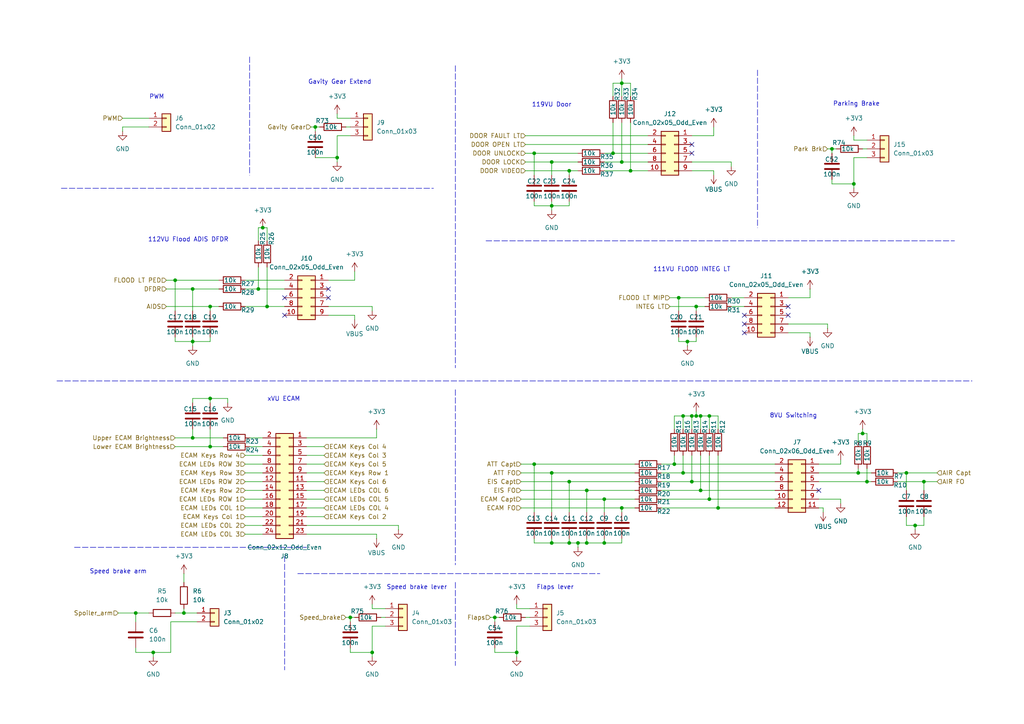
<source format=kicad_sch>
(kicad_sch
	(version 20231120)
	(generator "eeschema")
	(generator_version "8.0")
	(uuid "1b600ee5-8cd7-488e-935b-982d4092a2e8")
	(paper "A4")
	
	(junction
		(at 60.96 129.54)
		(diameter 0)
		(color 0 0 0 0)
		(uuid "005f4cf5-0030-45fb-be29-2878f3b247f8")
	)
	(junction
		(at 154.94 134.62)
		(diameter 0)
		(color 0 0 0 0)
		(uuid "0060e264-c7ed-4d8b-94d7-e5ab70edd64f")
	)
	(junction
		(at 77.47 88.9)
		(diameter 0)
		(color 0 0 0 0)
		(uuid "08916659-f1fb-49a8-ac53-f62fca365dcc")
	)
	(junction
		(at 180.34 147.32)
		(diameter 0)
		(color 0 0 0 0)
		(uuid "08d15fce-2d43-4d7c-90ae-b00149ec4af2")
	)
	(junction
		(at 196.85 86.36)
		(diameter 0)
		(color 0 0 0 0)
		(uuid "126fd424-e6f8-4c1c-8af3-fb26a4f1adfd")
	)
	(junction
		(at 39.37 177.8)
		(diameter 0)
		(color 0 0 0 0)
		(uuid "136d16f8-eed7-4ef0-9bce-ac6779d0a274")
	)
	(junction
		(at 200.66 139.7)
		(diameter 0)
		(color 0 0 0 0)
		(uuid "17e5c834-b1ae-423c-836f-15aa6719dce3")
	)
	(junction
		(at 251.46 139.7)
		(diameter 0)
		(color 0 0 0 0)
		(uuid "17f4d50d-ad21-49c9-bdc2-2ba5e7c1a374")
	)
	(junction
		(at 60.96 88.9)
		(diameter 0)
		(color 0 0 0 0)
		(uuid "18d2a531-90ec-426c-be18-07f18cf177cf")
	)
	(junction
		(at 205.74 144.78)
		(diameter 0)
		(color 0 0 0 0)
		(uuid "213d7afb-c3f0-4891-8cc6-c25ed4e76a86")
	)
	(junction
		(at 53.34 177.8)
		(diameter 0)
		(color 0 0 0 0)
		(uuid "22768192-e86a-48a1-8ffb-5f004c81afec")
	)
	(junction
		(at 167.64 157.48)
		(diameter 0)
		(color 0 0 0 0)
		(uuid "2c15f333-31cb-44e6-a4a7-d1eca3c3b5fe")
	)
	(junction
		(at 203.2 120.65)
		(diameter 0)
		(color 0 0 0 0)
		(uuid "2c5c8958-9067-4e89-be7b-8423bd4fcde7")
	)
	(junction
		(at 180.34 46.99)
		(diameter 0)
		(color 0 0 0 0)
		(uuid "2f1b6611-2c16-4159-ab2e-70c03907a952")
	)
	(junction
		(at 160.02 59.69)
		(diameter 0)
		(color 0 0 0 0)
		(uuid "2f65e92b-eed3-4de8-aaf2-a32126ea362f")
	)
	(junction
		(at 182.88 49.53)
		(diameter 0)
		(color 0 0 0 0)
		(uuid "308a6677-a202-4895-95fe-f22c9108409d")
	)
	(junction
		(at 55.88 99.06)
		(diameter 0)
		(color 0 0 0 0)
		(uuid "3092a739-fe1a-4014-995b-ae33e2f4f1ca")
	)
	(junction
		(at 97.79 45.72)
		(diameter 0)
		(color 0 0 0 0)
		(uuid "32c130ed-96ec-48f8-9253-3dd91adc4721")
	)
	(junction
		(at 154.94 44.45)
		(diameter 0)
		(color 0 0 0 0)
		(uuid "360bc8f4-64d4-4174-b17f-a3bb21c77191")
	)
	(junction
		(at 160.02 157.48)
		(diameter 0)
		(color 0 0 0 0)
		(uuid "38907bd6-621b-442a-8b91-874d82cf752e")
	)
	(junction
		(at 248.92 137.16)
		(diameter 0)
		(color 0 0 0 0)
		(uuid "3e256e25-89af-4a1f-9951-52dc5adedcea")
	)
	(junction
		(at 91.44 36.83)
		(diameter 0)
		(color 0 0 0 0)
		(uuid "427fa06d-335b-4936-9995-18c91bee74a6")
	)
	(junction
		(at 76.2 66.04)
		(diameter 0)
		(color 0 0 0 0)
		(uuid "4c7e1e33-97aa-404b-bc0f-d7ec87231d75")
	)
	(junction
		(at 175.26 157.48)
		(diameter 0)
		(color 0 0 0 0)
		(uuid "5295d075-f9a2-4b88-9035-33a91f8d12bf")
	)
	(junction
		(at 143.51 179.07)
		(diameter 0)
		(color 0 0 0 0)
		(uuid "5b808250-97f7-415d-b400-8bf192307354")
	)
	(junction
		(at 201.93 88.9)
		(diameter 0)
		(color 0 0 0 0)
		(uuid "5d8b0ca8-8dce-4c60-9ead-aa7b75152807")
	)
	(junction
		(at 149.86 189.23)
		(diameter 0)
		(color 0 0 0 0)
		(uuid "63d717c4-e3bf-450d-ab1d-ddef3a97e21c")
	)
	(junction
		(at 265.43 152.4)
		(diameter 0)
		(color 0 0 0 0)
		(uuid "6a121583-f49b-4fc0-9350-cb72b6832ce7")
	)
	(junction
		(at 101.6 179.07)
		(diameter 0)
		(color 0 0 0 0)
		(uuid "700ac0a5-2cd9-44ec-bcf8-fb90da58eb9e")
	)
	(junction
		(at 247.65 53.34)
		(diameter 0)
		(color 0 0 0 0)
		(uuid "712a29a8-ee50-4225-ac2f-f0759fb1d643")
	)
	(junction
		(at 107.95 189.23)
		(diameter 0)
		(color 0 0 0 0)
		(uuid "7219f253-6b2f-4c3a-a066-208046d955e2")
	)
	(junction
		(at 165.1 157.48)
		(diameter 0)
		(color 0 0 0 0)
		(uuid "73955dcf-0f16-4e72-b4d7-effbe45b70d3")
	)
	(junction
		(at 201.93 120.65)
		(diameter 0)
		(color 0 0 0 0)
		(uuid "748d630b-ed79-46a2-b70b-96b39762cb31")
	)
	(junction
		(at 267.97 139.7)
		(diameter 0)
		(color 0 0 0 0)
		(uuid "7ba16bc5-f0b2-413d-b405-4d00e502357c")
	)
	(junction
		(at 55.88 83.82)
		(diameter 0)
		(color 0 0 0 0)
		(uuid "7bb0eabf-6c8d-4fa9-9da1-69873adb3d0c")
	)
	(junction
		(at 160.02 137.16)
		(diameter 0)
		(color 0 0 0 0)
		(uuid "7c0f7055-42d4-492a-8a3c-f0b13391150d")
	)
	(junction
		(at 170.18 142.24)
		(diameter 0)
		(color 0 0 0 0)
		(uuid "87af354b-5672-42ac-91f1-44fec6a81678")
	)
	(junction
		(at 74.93 83.82)
		(diameter 0)
		(color 0 0 0 0)
		(uuid "892856f4-ebd7-4aca-98f7-efa4c05f92f9")
	)
	(junction
		(at 262.89 137.16)
		(diameter 0)
		(color 0 0 0 0)
		(uuid "905495a0-5b2d-491a-8b6b-df4bb0106e40")
	)
	(junction
		(at 200.66 120.65)
		(diameter 0)
		(color 0 0 0 0)
		(uuid "918311cc-8df3-499e-a622-510ca7c6c16b")
	)
	(junction
		(at 60.96 115.57)
		(diameter 0)
		(color 0 0 0 0)
		(uuid "92472c8e-178f-4183-a195-0b7a4e422745")
	)
	(junction
		(at 55.88 127)
		(diameter 0)
		(color 0 0 0 0)
		(uuid "9bb3d0e9-9be7-4fca-a33a-2dc0f5685f62")
	)
	(junction
		(at 241.3 43.18)
		(diameter 0)
		(color 0 0 0 0)
		(uuid "a30e1115-c2c3-401f-9b73-a310a50621be")
	)
	(junction
		(at 177.8 44.45)
		(diameter 0)
		(color 0 0 0 0)
		(uuid "a4267d5f-d923-49ff-aa24-790d5d565903")
	)
	(junction
		(at 165.1 49.53)
		(diameter 0)
		(color 0 0 0 0)
		(uuid "aa8dc669-55df-4640-8e68-255d06dfb2bf")
	)
	(junction
		(at 160.02 46.99)
		(diameter 0)
		(color 0 0 0 0)
		(uuid "ab97a130-573f-4f34-a58e-c651ded4d428")
	)
	(junction
		(at 208.28 147.32)
		(diameter 0)
		(color 0 0 0 0)
		(uuid "ad8e80d7-b767-4741-8a77-400e081ce237")
	)
	(junction
		(at 199.39 99.06)
		(diameter 0)
		(color 0 0 0 0)
		(uuid "ae4754d0-862c-4cc8-bf44-869a317a1a83")
	)
	(junction
		(at 198.12 137.16)
		(diameter 0)
		(color 0 0 0 0)
		(uuid "bafb508e-b10b-4d46-81d9-456ea5f8f25c")
	)
	(junction
		(at 44.45 189.23)
		(diameter 0)
		(color 0 0 0 0)
		(uuid "bc40f412-ae33-4fa8-9075-fef368348243")
	)
	(junction
		(at 170.18 157.48)
		(diameter 0)
		(color 0 0 0 0)
		(uuid "c029288b-abb2-4f37-95cf-836fb2274a02")
	)
	(junction
		(at 175.26 144.78)
		(diameter 0)
		(color 0 0 0 0)
		(uuid "c3f2f4af-b59a-49bc-8a27-3d2127018346")
	)
	(junction
		(at 195.58 134.62)
		(diameter 0)
		(color 0 0 0 0)
		(uuid "c98df0b1-7b52-422f-9c79-74591bfffa48")
	)
	(junction
		(at 203.2 142.24)
		(diameter 0)
		(color 0 0 0 0)
		(uuid "d1279e65-4a11-4763-8c4a-088a02d60ae7")
	)
	(junction
		(at 205.74 120.65)
		(diameter 0)
		(color 0 0 0 0)
		(uuid "d8c5bd5e-a5a7-47c7-9574-0dc08bb2e556")
	)
	(junction
		(at 250.19 125.73)
		(diameter 0)
		(color 0 0 0 0)
		(uuid "d903f182-d235-4f2e-bc49-bbd8b9111a3a")
	)
	(junction
		(at 50.8 81.28)
		(diameter 0)
		(color 0 0 0 0)
		(uuid "ec27b961-679d-4632-8b3d-f76942cde660")
	)
	(junction
		(at 165.1 139.7)
		(diameter 0)
		(color 0 0 0 0)
		(uuid "f38040cb-7fca-4a50-9b26-41cd042f2188")
	)
	(junction
		(at 198.12 120.65)
		(diameter 0)
		(color 0 0 0 0)
		(uuid "f815702a-c8ef-4d06-97e7-75d285b0b4ed")
	)
	(junction
		(at 180.34 24.13)
		(diameter 0)
		(color 0 0 0 0)
		(uuid "ff1238ed-64b8-4615-a8fb-93ebc9adca53")
	)
	(no_connect
		(at 215.9 91.44)
		(uuid "4d71b882-8223-4d06-8ee0-7389d8501f0e")
	)
	(no_connect
		(at 215.9 96.52)
		(uuid "4fea6dc8-008f-4938-91f0-1f96eaa3102d")
	)
	(no_connect
		(at 82.55 91.44)
		(uuid "5059b450-bc40-4138-aa9b-f5b0f118ffc8")
	)
	(no_connect
		(at 95.25 86.36)
		(uuid "57bd33a4-5c78-4447-b479-d3ac771d2b65")
	)
	(no_connect
		(at 228.6 91.44)
		(uuid "6972eeec-275e-4564-a9f9-c183a8249601")
	)
	(no_connect
		(at 200.66 41.91)
		(uuid "8652915a-1fb7-4758-b1b8-adee9ee0d89f")
	)
	(no_connect
		(at 200.66 44.45)
		(uuid "8bdcd740-4e19-4474-8dc8-67263e8e3649")
	)
	(no_connect
		(at 215.9 93.98)
		(uuid "9467b8d6-f67c-4149-9b2d-e6776f63d9b7")
	)
	(no_connect
		(at 237.49 142.24)
		(uuid "c38855d6-0cb3-4ab8-90d3-2a82d6e26d50")
	)
	(no_connect
		(at 228.6 88.9)
		(uuid "ccc372ba-01bf-4015-8ce2-ed0589b817db")
	)
	(no_connect
		(at 95.25 83.82)
		(uuid "d7233e6d-b705-4fc8-be07-9302b73e80a9")
	)
	(no_connect
		(at 82.55 86.36)
		(uuid "fd968bfe-a1c5-47a2-8ad4-1edb8b9949d2")
	)
	(wire
		(pts
			(xy 191.77 147.32) (xy 208.28 147.32)
		)
		(stroke
			(width 0)
			(type default)
		)
		(uuid "000818b7-a597-4d09-95d2-a7c864aa2a10")
	)
	(polyline
		(pts
			(xy 219.71 20.32) (xy 219.71 66.04)
		)
		(stroke
			(width 0)
			(type dash)
		)
		(uuid "00d42e3e-4fca-4132-991f-cda8dd24f4bc")
	)
	(wire
		(pts
			(xy 200.66 132.08) (xy 200.66 139.7)
		)
		(stroke
			(width 0)
			(type default)
		)
		(uuid "0100232d-1f5e-46b6-85c4-2698d4e825f6")
	)
	(wire
		(pts
			(xy 35.56 36.83) (xy 43.18 36.83)
		)
		(stroke
			(width 0)
			(type default)
		)
		(uuid "013f2f92-0211-498a-ae46-45bc6c054238")
	)
	(wire
		(pts
			(xy 203.2 142.24) (xy 224.79 142.24)
		)
		(stroke
			(width 0)
			(type default)
		)
		(uuid "023ca8ed-e739-4fce-85fe-457db64891b6")
	)
	(wire
		(pts
			(xy 180.34 24.13) (xy 180.34 27.94)
		)
		(stroke
			(width 0)
			(type default)
		)
		(uuid "0378df13-ee2a-421e-af96-8eed3b2325b1")
	)
	(wire
		(pts
			(xy 180.34 46.99) (xy 187.96 46.99)
		)
		(stroke
			(width 0)
			(type default)
		)
		(uuid "04a414c0-0ea6-458c-8bf8-1e92b2334253")
	)
	(wire
		(pts
			(xy 251.46 40.64) (xy 247.65 40.64)
		)
		(stroke
			(width 0)
			(type default)
		)
		(uuid "0574b9ae-d2cc-402a-84d1-63289d12d128")
	)
	(wire
		(pts
			(xy 143.51 189.23) (xy 149.86 189.23)
		)
		(stroke
			(width 0)
			(type default)
		)
		(uuid "07207019-d99f-43fd-bc7e-0a7e94541c0f")
	)
	(wire
		(pts
			(xy 44.45 189.23) (xy 39.37 189.23)
		)
		(stroke
			(width 0)
			(type default)
		)
		(uuid "07792154-41d0-4ab7-ad85-7995c8bcf154")
	)
	(wire
		(pts
			(xy 48.26 81.28) (xy 50.8 81.28)
		)
		(stroke
			(width 0)
			(type default)
		)
		(uuid "08e68002-28fd-4c73-9e0c-1dea5291d993")
	)
	(wire
		(pts
			(xy 88.9 152.4) (xy 115.57 152.4)
		)
		(stroke
			(width 0)
			(type default)
		)
		(uuid "094a93de-1ee4-4cd0-8b78-29109ca4d3df")
	)
	(wire
		(pts
			(xy 71.12 132.08) (xy 76.2 132.08)
		)
		(stroke
			(width 0)
			(type default)
		)
		(uuid "09c4309c-8223-4798-ba2a-ca07ff24fb14")
	)
	(wire
		(pts
			(xy 180.34 22.86) (xy 180.34 24.13)
		)
		(stroke
			(width 0)
			(type default)
		)
		(uuid "0a50859f-21d0-4cef-bc0c-c226123cdfc7")
	)
	(wire
		(pts
			(xy 177.8 44.45) (xy 187.96 44.45)
		)
		(stroke
			(width 0)
			(type default)
		)
		(uuid "0adc2a29-e711-485d-b38f-ca62083b71ba")
	)
	(wire
		(pts
			(xy 248.92 137.16) (xy 248.92 135.89)
		)
		(stroke
			(width 0)
			(type default)
		)
		(uuid "0ceb2e7b-0d0e-4946-96ff-095e2bcde3c0")
	)
	(wire
		(pts
			(xy 165.1 59.69) (xy 160.02 59.69)
		)
		(stroke
			(width 0)
			(type default)
		)
		(uuid "0dfda069-9c23-49d5-bbfa-ca53b36521f9")
	)
	(polyline
		(pts
			(xy 16.51 110.49) (xy 281.94 110.49)
		)
		(stroke
			(width 0)
			(type dash)
		)
		(uuid "1121b67f-0397-4d2b-82b3-3fcb36d7df3a")
	)
	(polyline
		(pts
			(xy 132.08 19.05) (xy 132.08 106.68)
		)
		(stroke
			(width 0)
			(type dash)
		)
		(uuid "115a11cf-16fa-4db8-b591-e754c2ed4810")
	)
	(wire
		(pts
			(xy 247.65 45.72) (xy 247.65 53.34)
		)
		(stroke
			(width 0)
			(type default)
		)
		(uuid "117da42b-bb4b-470e-8139-e4d9bd48d5f9")
	)
	(wire
		(pts
			(xy 237.49 144.78) (xy 243.84 144.78)
		)
		(stroke
			(width 0)
			(type default)
		)
		(uuid "11b86be9-b77f-4f6e-9af5-008d0287aee0")
	)
	(wire
		(pts
			(xy 267.97 149.86) (xy 267.97 152.4)
		)
		(stroke
			(width 0)
			(type default)
		)
		(uuid "11fc0bee-70c1-4e4f-a459-b4043e48bce5")
	)
	(wire
		(pts
			(xy 74.93 66.04) (xy 76.2 66.04)
		)
		(stroke
			(width 0)
			(type default)
		)
		(uuid "120243e9-7fe4-472c-bf8f-7a8602f330c3")
	)
	(wire
		(pts
			(xy 107.95 176.53) (xy 107.95 175.26)
		)
		(stroke
			(width 0)
			(type default)
		)
		(uuid "1235eec2-b0ff-4e55-8b02-fb119ba2e7b9")
	)
	(wire
		(pts
			(xy 152.4 44.45) (xy 154.94 44.45)
		)
		(stroke
			(width 0)
			(type default)
		)
		(uuid "13a65ca9-04a3-4dee-acd5-0754f73047aa")
	)
	(wire
		(pts
			(xy 88.9 154.94) (xy 109.22 154.94)
		)
		(stroke
			(width 0)
			(type default)
		)
		(uuid "13b87ba5-52a6-4ead-b7f7-d4792ba43e8d")
	)
	(polyline
		(pts
			(xy 17.78 54.61) (xy 125.73 54.61)
		)
		(stroke
			(width 0)
			(type dash)
		)
		(uuid "13d89f2e-3b65-44a5-aeb4-7c00d8821e94")
	)
	(wire
		(pts
			(xy 72.39 127) (xy 76.2 127)
		)
		(stroke
			(width 0)
			(type default)
		)
		(uuid "1445aaa6-476a-4ac8-8da4-10cfb6f80a6c")
	)
	(wire
		(pts
			(xy 205.74 120.65) (xy 205.74 124.46)
		)
		(stroke
			(width 0)
			(type default)
		)
		(uuid "1540bbc6-16d5-4de5-b44b-7930839e7ee7")
	)
	(wire
		(pts
			(xy 160.02 137.16) (xy 160.02 148.59)
		)
		(stroke
			(width 0)
			(type default)
		)
		(uuid "1591d78e-adf9-49c2-969d-3a245bc76994")
	)
	(wire
		(pts
			(xy 165.1 49.53) (xy 167.64 49.53)
		)
		(stroke
			(width 0)
			(type default)
		)
		(uuid "16e9204e-1f16-481d-be33-cac108f2ab05")
	)
	(wire
		(pts
			(xy 238.76 148.59) (xy 238.76 147.32)
		)
		(stroke
			(width 0)
			(type default)
		)
		(uuid "17a948e8-d260-4960-a6ed-d97d69b8ee30")
	)
	(wire
		(pts
			(xy 50.8 177.8) (xy 53.34 177.8)
		)
		(stroke
			(width 0)
			(type default)
		)
		(uuid "18152b8c-98ad-4fde-9f9b-56fcbbe6ae22")
	)
	(wire
		(pts
			(xy 66.04 115.57) (xy 66.04 116.84)
		)
		(stroke
			(width 0)
			(type default)
		)
		(uuid "18440585-7e9d-4d0b-97df-560a53ea7975")
	)
	(wire
		(pts
			(xy 251.46 45.72) (xy 247.65 45.72)
		)
		(stroke
			(width 0)
			(type default)
		)
		(uuid "18c470a2-4059-491e-8fd8-18d17f26ad2e")
	)
	(wire
		(pts
			(xy 55.88 99.06) (xy 55.88 100.33)
		)
		(stroke
			(width 0)
			(type default)
		)
		(uuid "18c913d4-b53d-46a6-9950-a1366ece64a1")
	)
	(wire
		(pts
			(xy 177.8 24.13) (xy 180.34 24.13)
		)
		(stroke
			(width 0)
			(type default)
		)
		(uuid "19185137-1b12-4c2a-a90e-79d87eacc43d")
	)
	(wire
		(pts
			(xy 203.2 132.08) (xy 203.2 142.24)
		)
		(stroke
			(width 0)
			(type default)
		)
		(uuid "1a27df97-552f-4024-ae2f-78749718a40e")
	)
	(wire
		(pts
			(xy 265.43 152.4) (xy 265.43 153.67)
		)
		(stroke
			(width 0)
			(type default)
		)
		(uuid "1b4b75f5-c43a-4005-88b7-19134e7b5cef")
	)
	(wire
		(pts
			(xy 71.12 139.7) (xy 76.2 139.7)
		)
		(stroke
			(width 0)
			(type default)
		)
		(uuid "1cab9303-4d00-4551-a0fa-bbd8ce19798a")
	)
	(wire
		(pts
			(xy 237.49 134.62) (xy 243.84 134.62)
		)
		(stroke
			(width 0)
			(type default)
		)
		(uuid "1d95918e-6d1e-4888-9307-0355fd36232b")
	)
	(wire
		(pts
			(xy 88.9 144.78) (xy 93.98 144.78)
		)
		(stroke
			(width 0)
			(type default)
		)
		(uuid "1ed9c7e0-0be0-4903-86f1-380b08a03dde")
	)
	(wire
		(pts
			(xy 111.76 181.61) (xy 107.95 181.61)
		)
		(stroke
			(width 0)
			(type default)
		)
		(uuid "1fc64f88-a09f-4b44-94c5-2a746f0e702e")
	)
	(wire
		(pts
			(xy 151.13 137.16) (xy 160.02 137.16)
		)
		(stroke
			(width 0)
			(type default)
		)
		(uuid "1ff98548-6606-445f-8970-ceed9fe6bbc6")
	)
	(wire
		(pts
			(xy 194.31 88.9) (xy 201.93 88.9)
		)
		(stroke
			(width 0)
			(type default)
		)
		(uuid "20327994-01b1-4613-ad93-92a756eb7665")
	)
	(wire
		(pts
			(xy 250.19 43.18) (xy 251.46 43.18)
		)
		(stroke
			(width 0)
			(type default)
		)
		(uuid "214f7a8a-aa0c-4789-8b89-f5bb5e4875ed")
	)
	(wire
		(pts
			(xy 200.66 139.7) (xy 224.79 139.7)
		)
		(stroke
			(width 0)
			(type default)
		)
		(uuid "21aba13e-2e90-4b46-a04a-be0d2c8a85ea")
	)
	(wire
		(pts
			(xy 88.9 132.08) (xy 93.98 132.08)
		)
		(stroke
			(width 0)
			(type default)
		)
		(uuid "2347a207-bb19-42c4-8ecb-6cff87406674")
	)
	(wire
		(pts
			(xy 237.49 139.7) (xy 251.46 139.7)
		)
		(stroke
			(width 0)
			(type default)
		)
		(uuid "23aea1d5-425b-4bf1-8a61-f2f0d9b1f874")
	)
	(wire
		(pts
			(xy 212.09 46.99) (xy 212.09 48.26)
		)
		(stroke
			(width 0)
			(type default)
		)
		(uuid "25748aa6-423c-4a0f-aed0-674c40cf117c")
	)
	(wire
		(pts
			(xy 95.25 91.44) (xy 102.87 91.44)
		)
		(stroke
			(width 0)
			(type default)
		)
		(uuid "266b21b7-ea41-4eed-b7ca-d0311f76c895")
	)
	(wire
		(pts
			(xy 102.87 92.71) (xy 102.87 91.44)
		)
		(stroke
			(width 0)
			(type default)
		)
		(uuid "277b2a93-f3f7-4f43-a13a-268fb8534736")
	)
	(wire
		(pts
			(xy 201.93 99.06) (xy 199.39 99.06)
		)
		(stroke
			(width 0)
			(type default)
		)
		(uuid "27f386a7-4521-4df6-bfff-d08f758f2c91")
	)
	(wire
		(pts
			(xy 191.77 134.62) (xy 195.58 134.62)
		)
		(stroke
			(width 0)
			(type default)
		)
		(uuid "2875495e-62dd-4264-b7ac-02a463ca882e")
	)
	(wire
		(pts
			(xy 165.1 139.7) (xy 165.1 148.59)
		)
		(stroke
			(width 0)
			(type default)
		)
		(uuid "29e0795b-f088-4fe7-9799-de61586e3015")
	)
	(wire
		(pts
			(xy 142.24 179.07) (xy 143.51 179.07)
		)
		(stroke
			(width 0)
			(type default)
		)
		(uuid "2cbc3e37-6932-4083-a94c-c741f6ca8b49")
	)
	(wire
		(pts
			(xy 151.13 147.32) (xy 180.34 147.32)
		)
		(stroke
			(width 0)
			(type default)
		)
		(uuid "2d4477d4-b723-4bc5-8f3c-02754ae4faee")
	)
	(wire
		(pts
			(xy 165.1 139.7) (xy 184.15 139.7)
		)
		(stroke
			(width 0)
			(type default)
		)
		(uuid "2eda62a7-db05-4f01-ba0d-c2dbaefe359f")
	)
	(wire
		(pts
			(xy 191.77 137.16) (xy 198.12 137.16)
		)
		(stroke
			(width 0)
			(type default)
		)
		(uuid "2f1f4c5c-88f6-4618-b341-f2ab79c31556")
	)
	(wire
		(pts
			(xy 267.97 139.7) (xy 271.78 139.7)
		)
		(stroke
			(width 0)
			(type default)
		)
		(uuid "2f78c375-fcf2-47aa-aed9-195e7f992266")
	)
	(wire
		(pts
			(xy 88.9 139.7) (xy 93.98 139.7)
		)
		(stroke
			(width 0)
			(type default)
		)
		(uuid "304fa239-3a73-4240-920b-2fb975c28fb3")
	)
	(wire
		(pts
			(xy 60.96 99.06) (xy 55.88 99.06)
		)
		(stroke
			(width 0)
			(type default)
		)
		(uuid "30696395-8d95-4d96-ba78-d2b103a6bfad")
	)
	(wire
		(pts
			(xy 241.3 43.18) (xy 242.57 43.18)
		)
		(stroke
			(width 0)
			(type default)
		)
		(uuid "315b5dee-e481-467c-8442-d35bb28ff112")
	)
	(wire
		(pts
			(xy 160.02 59.69) (xy 160.02 60.96)
		)
		(stroke
			(width 0)
			(type default)
		)
		(uuid "33e37a57-c96e-4be7-b2dd-1d75bfc637ed")
	)
	(wire
		(pts
			(xy 50.8 81.28) (xy 63.5 81.28)
		)
		(stroke
			(width 0)
			(type default)
		)
		(uuid "3526b5dd-9d47-4015-b096-ea056b45cb25")
	)
	(wire
		(pts
			(xy 49.53 180.34) (xy 57.15 180.34)
		)
		(stroke
			(width 0)
			(type default)
		)
		(uuid "35902926-0a68-43a3-8c6b-9f6497df3b25")
	)
	(wire
		(pts
			(xy 175.26 156.21) (xy 175.26 157.48)
		)
		(stroke
			(width 0)
			(type default)
		)
		(uuid "35ea24af-dec3-42d3-b593-0fd0b4b94b5f")
	)
	(wire
		(pts
			(xy 77.47 88.9) (xy 82.55 88.9)
		)
		(stroke
			(width 0)
			(type default)
		)
		(uuid "36e65614-560c-4380-b2d3-c4064d659e30")
	)
	(wire
		(pts
			(xy 101.6 179.07) (xy 101.6 180.34)
		)
		(stroke
			(width 0)
			(type default)
		)
		(uuid "37807d06-cb83-486e-88aa-2cea850ef40f")
	)
	(wire
		(pts
			(xy 60.96 124.46) (xy 60.96 129.54)
		)
		(stroke
			(width 0)
			(type default)
		)
		(uuid "386eb431-af40-4462-9b36-91421336a889")
	)
	(wire
		(pts
			(xy 199.39 99.06) (xy 199.39 100.33)
		)
		(stroke
			(width 0)
			(type default)
		)
		(uuid "38b517d9-e580-4ed1-84ba-6a8519e167f2")
	)
	(wire
		(pts
			(xy 110.49 179.07) (xy 111.76 179.07)
		)
		(stroke
			(width 0)
			(type default)
		)
		(uuid "391811ea-e186-425a-8438-08ba3d50b22d")
	)
	(wire
		(pts
			(xy 143.51 187.96) (xy 143.51 189.23)
		)
		(stroke
			(width 0)
			(type default)
		)
		(uuid "39735aa4-64d2-4ac7-92c6-3f9cad3317fd")
	)
	(wire
		(pts
			(xy 195.58 120.65) (xy 198.12 120.65)
		)
		(stroke
			(width 0)
			(type default)
		)
		(uuid "39cb2c2c-8027-4ffa-8b26-fa740fd8c477")
	)
	(wire
		(pts
			(xy 90.17 36.83) (xy 91.44 36.83)
		)
		(stroke
			(width 0)
			(type default)
		)
		(uuid "3a8dca13-07c0-4a50-aa5d-ddb19073f6ce")
	)
	(wire
		(pts
			(xy 88.9 134.62) (xy 93.98 134.62)
		)
		(stroke
			(width 0)
			(type default)
		)
		(uuid "3afebcda-8d9b-41de-a967-9dc52297d02e")
	)
	(wire
		(pts
			(xy 196.85 99.06) (xy 199.39 99.06)
		)
		(stroke
			(width 0)
			(type default)
		)
		(uuid "3b76b215-5e17-4649-a573-e1fd9cb9ec6a")
	)
	(wire
		(pts
			(xy 241.3 52.07) (xy 241.3 53.34)
		)
		(stroke
			(width 0)
			(type default)
		)
		(uuid "3ba4fbca-0abb-4bce-bb7a-bc08fd774e1b")
	)
	(wire
		(pts
			(xy 200.66 49.53) (xy 207.01 49.53)
		)
		(stroke
			(width 0)
			(type default)
		)
		(uuid "3d7ae1bd-7bd1-4a15-8096-b5acc98f490a")
	)
	(wire
		(pts
			(xy 107.95 88.9) (xy 107.95 90.17)
		)
		(stroke
			(width 0)
			(type default)
		)
		(uuid "3db63a84-21c5-4963-ace7-28e364e9e8b4")
	)
	(wire
		(pts
			(xy 55.88 83.82) (xy 63.5 83.82)
		)
		(stroke
			(width 0)
			(type default)
		)
		(uuid "3de395c6-199e-4162-af7f-71baa92fd503")
	)
	(wire
		(pts
			(xy 262.89 149.86) (xy 262.89 152.4)
		)
		(stroke
			(width 0)
			(type default)
		)
		(uuid "3df7020b-75e4-42c8-a81f-ac545b6efbb8")
	)
	(wire
		(pts
			(xy 160.02 156.21) (xy 160.02 157.48)
		)
		(stroke
			(width 0)
			(type default)
		)
		(uuid "3fb888f4-fcea-4bce-98cc-d49d17dd91bd")
	)
	(wire
		(pts
			(xy 267.97 139.7) (xy 267.97 142.24)
		)
		(stroke
			(width 0)
			(type default)
		)
		(uuid "4012f2e5-80d9-4b40-9fe0-ae183ef1f9fd")
	)
	(wire
		(pts
			(xy 152.4 41.91) (xy 187.96 41.91)
		)
		(stroke
			(width 0)
			(type default)
		)
		(uuid "402f0eeb-3dbe-4e1d-88b5-c8a1ff2519d8")
	)
	(wire
		(pts
			(xy 95.25 81.28) (xy 102.87 81.28)
		)
		(stroke
			(width 0)
			(type default)
		)
		(uuid "44a22b94-43c0-4ac7-a7a4-dd4e13ce882b")
	)
	(wire
		(pts
			(xy 207.01 50.8) (xy 207.01 49.53)
		)
		(stroke
			(width 0)
			(type default)
		)
		(uuid "45919bb7-f02a-4589-a312-77cb3b99cddd")
	)
	(wire
		(pts
			(xy 111.76 176.53) (xy 107.95 176.53)
		)
		(stroke
			(width 0)
			(type default)
		)
		(uuid "46adfc09-305d-45cb-8a1e-e0a2ad6c8640")
	)
	(wire
		(pts
			(xy 251.46 135.89) (xy 251.46 139.7)
		)
		(stroke
			(width 0)
			(type default)
		)
		(uuid "46de892e-7010-4706-8908-f72ccbdaca9f")
	)
	(wire
		(pts
			(xy 88.9 137.16) (xy 93.98 137.16)
		)
		(stroke
			(width 0)
			(type default)
		)
		(uuid "46e33a6b-b1a7-440f-b4bd-19da6589adee")
	)
	(wire
		(pts
			(xy 35.56 38.1) (xy 35.56 36.83)
		)
		(stroke
			(width 0)
			(type default)
		)
		(uuid "4d254c81-bac5-4e40-bfe0-582f02e75eef")
	)
	(wire
		(pts
			(xy 39.37 177.8) (xy 43.18 177.8)
		)
		(stroke
			(width 0)
			(type default)
		)
		(uuid "4d41a6ac-d81d-4d86-90c0-493b56abeb2e")
	)
	(wire
		(pts
			(xy 153.67 181.61) (xy 149.86 181.61)
		)
		(stroke
			(width 0)
			(type default)
		)
		(uuid "4d4675ee-18fb-47b5-8cde-a45772a8db1f")
	)
	(wire
		(pts
			(xy 228.6 86.36) (xy 234.95 86.36)
		)
		(stroke
			(width 0)
			(type default)
		)
		(uuid "4da37b97-d772-4048-b5a0-2bd26db31aba")
	)
	(wire
		(pts
			(xy 165.1 157.48) (xy 160.02 157.48)
		)
		(stroke
			(width 0)
			(type default)
		)
		(uuid "4e4ecfa7-cc16-45c4-98dc-44d513b449bc")
	)
	(wire
		(pts
			(xy 260.35 139.7) (xy 267.97 139.7)
		)
		(stroke
			(width 0)
			(type default)
		)
		(uuid "4e76afbe-3901-4e4b-b230-1847cf16a1ae")
	)
	(wire
		(pts
			(xy 50.8 97.79) (xy 50.8 99.06)
		)
		(stroke
			(width 0)
			(type default)
		)
		(uuid "4f521994-2612-4311-a0a9-242cfaee8903")
	)
	(wire
		(pts
			(xy 191.77 144.78) (xy 205.74 144.78)
		)
		(stroke
			(width 0)
			(type default)
		)
		(uuid "51ac4224-6651-49e2-afc5-5aa23028cd35")
	)
	(wire
		(pts
			(xy 212.09 88.9) (xy 215.9 88.9)
		)
		(stroke
			(width 0)
			(type default)
		)
		(uuid "5250961b-c9f1-4bc5-90bc-818146f60aea")
	)
	(wire
		(pts
			(xy 203.2 120.65) (xy 205.74 120.65)
		)
		(stroke
			(width 0)
			(type default)
		)
		(uuid "528231c6-e8ec-4742-9605-c26269c8f611")
	)
	(wire
		(pts
			(xy 191.77 142.24) (xy 203.2 142.24)
		)
		(stroke
			(width 0)
			(type default)
		)
		(uuid "5292c77a-9ea1-474b-ac6e-8cd7646e0dd0")
	)
	(wire
		(pts
			(xy 55.88 127) (xy 64.77 127)
		)
		(stroke
			(width 0)
			(type default)
		)
		(uuid "529d1b9b-d18b-4293-a7e4-0df15e1f3e39")
	)
	(polyline
		(pts
			(xy 21.59 158.75) (xy 88.9 158.75)
		)
		(stroke
			(width 0)
			(type dash)
		)
		(uuid "52d3c3e0-5c1d-4b7d-9669-19b9aae3b6ee")
	)
	(wire
		(pts
			(xy 195.58 132.08) (xy 195.58 134.62)
		)
		(stroke
			(width 0)
			(type default)
		)
		(uuid "5382ae15-e018-4a90-98b1-0780aab93fdb")
	)
	(wire
		(pts
			(xy 88.9 142.24) (xy 93.98 142.24)
		)
		(stroke
			(width 0)
			(type default)
		)
		(uuid "54fb6daf-d59e-427e-b414-0b092dc1722c")
	)
	(wire
		(pts
			(xy 91.44 45.72) (xy 97.79 45.72)
		)
		(stroke
			(width 0)
			(type default)
		)
		(uuid "5513b666-600c-45e7-b37f-6f8d4e344ab2")
	)
	(wire
		(pts
			(xy 55.88 124.46) (xy 55.88 127)
		)
		(stroke
			(width 0)
			(type default)
		)
		(uuid "5596bfaa-70de-4fe0-868a-b0b625221499")
	)
	(wire
		(pts
			(xy 49.53 189.23) (xy 44.45 189.23)
		)
		(stroke
			(width 0)
			(type default)
		)
		(uuid "563e782e-4805-4d89-bfb6-c20f68e44796")
	)
	(wire
		(pts
			(xy 102.87 78.74) (xy 102.87 81.28)
		)
		(stroke
			(width 0)
			(type default)
		)
		(uuid "5680c05e-2915-44b4-b5f6-46c4877fe965")
	)
	(wire
		(pts
			(xy 71.12 152.4) (xy 76.2 152.4)
		)
		(stroke
			(width 0)
			(type default)
		)
		(uuid "5986a906-bdfb-4677-9bde-bdb71f43c49e")
	)
	(wire
		(pts
			(xy 200.66 39.37) (xy 207.01 39.37)
		)
		(stroke
			(width 0)
			(type default)
		)
		(uuid "5d341305-c08b-44e5-827e-6278ab83b1db")
	)
	(wire
		(pts
			(xy 251.46 139.7) (xy 252.73 139.7)
		)
		(stroke
			(width 0)
			(type default)
		)
		(uuid "627b3960-c38d-4dee-9c4a-bcb5fc68527d")
	)
	(wire
		(pts
			(xy 241.3 43.18) (xy 241.3 44.45)
		)
		(stroke
			(width 0)
			(type default)
		)
		(uuid "628d092c-3c72-4ede-88a6-de688e23a5c3")
	)
	(wire
		(pts
			(xy 243.84 133.35) (xy 243.84 134.62)
		)
		(stroke
			(width 0)
			(type default)
		)
		(uuid "630a2fc1-4c5d-426f-b1b8-0bdfc8a107e4")
	)
	(wire
		(pts
			(xy 152.4 49.53) (xy 165.1 49.53)
		)
		(stroke
			(width 0)
			(type default)
		)
		(uuid "64aa0180-d6e3-4a1a-9617-a9999e0950a5")
	)
	(wire
		(pts
			(xy 237.49 137.16) (xy 248.92 137.16)
		)
		(stroke
			(width 0)
			(type default)
		)
		(uuid "64e5ff52-e860-4781-b3df-e704b679f9c1")
	)
	(wire
		(pts
			(xy 74.93 83.82) (xy 82.55 83.82)
		)
		(stroke
			(width 0)
			(type default)
		)
		(uuid "64f39627-946d-4e1e-a9ee-966c35b04a6d")
	)
	(wire
		(pts
			(xy 200.66 46.99) (xy 212.09 46.99)
		)
		(stroke
			(width 0)
			(type default)
		)
		(uuid "6616b814-efc4-41a5-bf20-75494c5989f5")
	)
	(wire
		(pts
			(xy 175.26 157.48) (xy 170.18 157.48)
		)
		(stroke
			(width 0)
			(type default)
		)
		(uuid "667eb53f-0ee8-44fc-b92b-fde17b704538")
	)
	(wire
		(pts
			(xy 151.13 144.78) (xy 175.26 144.78)
		)
		(stroke
			(width 0)
			(type default)
		)
		(uuid "671c6727-1d53-45e1-9fac-b1817e0f24f7")
	)
	(wire
		(pts
			(xy 198.12 137.16) (xy 224.79 137.16)
		)
		(stroke
			(width 0)
			(type default)
		)
		(uuid "6772ccdc-5ca4-4e6f-8ba3-3052591f6d80")
	)
	(wire
		(pts
			(xy 95.25 88.9) (xy 107.95 88.9)
		)
		(stroke
			(width 0)
			(type default)
		)
		(uuid "67b1d319-3909-4d85-a5b6-4c8639a963eb")
	)
	(wire
		(pts
			(xy 251.46 125.73) (xy 251.46 128.27)
		)
		(stroke
			(width 0)
			(type default)
		)
		(uuid "68365fea-a20f-467c-a628-32ce609102c1")
	)
	(polyline
		(pts
			(xy 140.97 69.85) (xy 276.86 69.85)
		)
		(stroke
			(width 0)
			(type dash)
		)
		(uuid "68fda87a-5a81-48aa-9e06-f780e8cb43b5")
	)
	(wire
		(pts
			(xy 201.93 119.38) (xy 201.93 120.65)
		)
		(stroke
			(width 0)
			(type default)
		)
		(uuid "697acd85-b1e4-4108-9bc5-46c4af4a3a8a")
	)
	(wire
		(pts
			(xy 143.51 180.34) (xy 143.51 179.07)
		)
		(stroke
			(width 0)
			(type default)
		)
		(uuid "6ba7a8e4-5dbb-42c5-822f-b7e259e1bddf")
	)
	(wire
		(pts
			(xy 167.64 157.48) (xy 165.1 157.48)
		)
		(stroke
			(width 0)
			(type default)
		)
		(uuid "6c1130ab-fa4c-4641-800e-7729b1d6a6ee")
	)
	(polyline
		(pts
			(xy 86.36 166.37) (xy 173.99 166.37)
		)
		(stroke
			(width 0)
			(type dash)
		)
		(uuid "6c356165-6ccc-46c9-a228-ae79008f60b3")
	)
	(wire
		(pts
			(xy 265.43 152.4) (xy 267.97 152.4)
		)
		(stroke
			(width 0)
			(type default)
		)
		(uuid "6e8cf1d4-246c-4275-b17b-4e96237c6024")
	)
	(wire
		(pts
			(xy 180.34 35.56) (xy 180.34 46.99)
		)
		(stroke
			(width 0)
			(type default)
		)
		(uuid "6ebacbd5-fa48-43dd-816d-d85a9c2893c0")
	)
	(wire
		(pts
			(xy 262.89 137.16) (xy 262.89 142.24)
		)
		(stroke
			(width 0)
			(type default)
		)
		(uuid "701a1f90-a430-49e6-97dd-8015c60191f8")
	)
	(wire
		(pts
			(xy 175.26 44.45) (xy 177.8 44.45)
		)
		(stroke
			(width 0)
			(type default)
		)
		(uuid "707c3812-06c2-4c53-b339-35855df0a6f6")
	)
	(wire
		(pts
			(xy 115.57 152.4) (xy 115.57 153.67)
		)
		(stroke
			(width 0)
			(type default)
		)
		(uuid "714a86be-7e89-4ea8-ac98-1d353731b890")
	)
	(wire
		(pts
			(xy 175.26 144.78) (xy 175.26 148.59)
		)
		(stroke
			(width 0)
			(type default)
		)
		(uuid "718a6f41-9bef-4ee7-8b0a-ab4f9098a99a")
	)
	(wire
		(pts
			(xy 88.9 127) (xy 109.22 127)
		)
		(stroke
			(width 0)
			(type default)
		)
		(uuid "71df492b-a799-4dd4-835e-1ac3e953c2f6")
	)
	(wire
		(pts
			(xy 205.74 132.08) (xy 205.74 144.78)
		)
		(stroke
			(width 0)
			(type default)
		)
		(uuid "733f507d-bc0e-4577-af12-7e9561ccc896")
	)
	(wire
		(pts
			(xy 177.8 35.56) (xy 177.8 44.45)
		)
		(stroke
			(width 0)
			(type default)
		)
		(uuid "7536554d-6d57-40bc-a353-836073f24a7b")
	)
	(wire
		(pts
			(xy 153.67 176.53) (xy 149.86 176.53)
		)
		(stroke
			(width 0)
			(type default)
		)
		(uuid "760d0065-ab14-40ca-a663-9def77524850")
	)
	(wire
		(pts
			(xy 248.92 125.73) (xy 248.92 128.27)
		)
		(stroke
			(width 0)
			(type default)
		)
		(uuid "771421b0-c4cd-462a-b35c-24030ec0fb1f")
	)
	(wire
		(pts
			(xy 49.53 180.34) (xy 49.53 189.23)
		)
		(stroke
			(width 0)
			(type default)
		)
		(uuid "78b8df01-b434-4fbd-a53b-a89d27297d35")
	)
	(wire
		(pts
			(xy 109.22 156.21) (xy 109.22 154.94)
		)
		(stroke
			(width 0)
			(type default)
		)
		(uuid "78fd5b69-1730-4576-bfc3-e22a3450306c")
	)
	(wire
		(pts
			(xy 234.95 83.82) (xy 234.95 86.36)
		)
		(stroke
			(width 0)
			(type default)
		)
		(uuid "7ac5b771-cfb6-4cbe-8fa7-8088fe9a8003")
	)
	(wire
		(pts
			(xy 53.34 166.37) (xy 53.34 168.91)
		)
		(stroke
			(width 0)
			(type default)
		)
		(uuid "7acd0974-1bf2-46a9-8834-dfa6c4c6fc1c")
	)
	(wire
		(pts
			(xy 107.95 190.5) (xy 107.95 189.23)
		)
		(stroke
			(width 0)
			(type default)
		)
		(uuid "7b059a3f-e913-430b-aa83-dd272faedd9d")
	)
	(wire
		(pts
			(xy 195.58 134.62) (xy 224.79 134.62)
		)
		(stroke
			(width 0)
			(type default)
		)
		(uuid "7c04af7f-3c07-4231-9feb-f2811384d95d")
	)
	(wire
		(pts
			(xy 170.18 157.48) (xy 167.64 157.48)
		)
		(stroke
			(width 0)
			(type default)
		)
		(uuid "7cdb8ded-b35a-46c3-af3c-5754bcdf6f26")
	)
	(wire
		(pts
			(xy 165.1 58.42) (xy 165.1 59.69)
		)
		(stroke
			(width 0)
			(type default)
		)
		(uuid "7e08a38a-39b4-42b5-8af8-706ee2ad7830")
	)
	(wire
		(pts
			(xy 200.66 120.65) (xy 201.93 120.65)
		)
		(stroke
			(width 0)
			(type default)
		)
		(uuid "7e311c43-e1ae-4631-870f-28409b34e898")
	)
	(wire
		(pts
			(xy 101.6 179.07) (xy 102.87 179.07)
		)
		(stroke
			(width 0)
			(type default)
		)
		(uuid "82ad28ce-6b2e-4d09-b954-03a6a97b9d37")
	)
	(wire
		(pts
			(xy 154.94 134.62) (xy 184.15 134.62)
		)
		(stroke
			(width 0)
			(type default)
		)
		(uuid "8318a00f-aa58-4f9c-9df9-e92b13f3b455")
	)
	(wire
		(pts
			(xy 160.02 46.99) (xy 160.02 50.8)
		)
		(stroke
			(width 0)
			(type default)
		)
		(uuid "83cb66fc-2cb9-44f6-8cb9-c93e918b944c")
	)
	(wire
		(pts
			(xy 154.94 44.45) (xy 154.94 50.8)
		)
		(stroke
			(width 0)
			(type default)
		)
		(uuid "85e89f13-d2be-408d-94c7-c947d42a8d5d")
	)
	(wire
		(pts
			(xy 151.13 134.62) (xy 154.94 134.62)
		)
		(stroke
			(width 0)
			(type default)
		)
		(uuid "8637cd73-dd26-497a-8a20-2c634329b782")
	)
	(wire
		(pts
			(xy 34.29 177.8) (xy 39.37 177.8)
		)
		(stroke
			(width 0)
			(type default)
		)
		(uuid "86b22215-623c-47e1-a860-cc056ad378b9")
	)
	(wire
		(pts
			(xy 243.84 144.78) (xy 243.84 146.05)
		)
		(stroke
			(width 0)
			(type default)
		)
		(uuid "87903e80-fedc-4268-9d36-353f97d71d8f")
	)
	(wire
		(pts
			(xy 154.94 134.62) (xy 154.94 148.59)
		)
		(stroke
			(width 0)
			(type default)
		)
		(uuid "8859a505-2c92-4db7-b09f-be228b5367b4")
	)
	(wire
		(pts
			(xy 182.88 49.53) (xy 187.96 49.53)
		)
		(stroke
			(width 0)
			(type default)
		)
		(uuid "88ff1e98-d379-4d18-ac2e-ce788baa4a4e")
	)
	(wire
		(pts
			(xy 201.93 88.9) (xy 204.47 88.9)
		)
		(stroke
			(width 0)
			(type default)
		)
		(uuid "8ab24a83-bb9c-416e-99c4-822d476654dc")
	)
	(wire
		(pts
			(xy 201.93 88.9) (xy 201.93 90.17)
		)
		(stroke
			(width 0)
			(type default)
		)
		(uuid "8abfe9ca-7982-49d7-9942-a6c740336c1d")
	)
	(wire
		(pts
			(xy 240.03 43.18) (xy 241.3 43.18)
		)
		(stroke
			(width 0)
			(type default)
		)
		(uuid "8ae09c98-fe0d-4bf8-abe5-20baca6d3015")
	)
	(wire
		(pts
			(xy 48.26 83.82) (xy 55.88 83.82)
		)
		(stroke
			(width 0)
			(type default)
		)
		(uuid "8ae18525-523c-4875-b873-51f7ac0bb5c1")
	)
	(wire
		(pts
			(xy 50.8 99.06) (xy 55.88 99.06)
		)
		(stroke
			(width 0)
			(type default)
		)
		(uuid "8b535771-5582-4e3e-b29a-677d609f677b")
	)
	(wire
		(pts
			(xy 74.93 69.85) (xy 74.93 66.04)
		)
		(stroke
			(width 0)
			(type default)
		)
		(uuid "8b762881-4801-477e-8f1a-d520f6f009b1")
	)
	(wire
		(pts
			(xy 60.96 97.79) (xy 60.96 99.06)
		)
		(stroke
			(width 0)
			(type default)
		)
		(uuid "8bcc9bc0-eb88-4882-85cf-f1366152a312")
	)
	(wire
		(pts
			(xy 248.92 137.16) (xy 252.73 137.16)
		)
		(stroke
			(width 0)
			(type default)
		)
		(uuid "8d87bb83-a56c-4a35-a991-2a05c2a5b1b4")
	)
	(wire
		(pts
			(xy 248.92 125.73) (xy 250.19 125.73)
		)
		(stroke
			(width 0)
			(type default)
		)
		(uuid "8d9817a4-f4ef-4d53-af9e-7d7c92175f8f")
	)
	(wire
		(pts
			(xy 208.28 120.65) (xy 208.28 124.46)
		)
		(stroke
			(width 0)
			(type default)
		)
		(uuid "8dad8db5-e13e-4982-becf-b2dbbd5c9829")
	)
	(wire
		(pts
			(xy 71.12 154.94) (xy 76.2 154.94)
		)
		(stroke
			(width 0)
			(type default)
		)
		(uuid "8e0cc4b6-c8b8-493a-aad5-6bea252af211")
	)
	(wire
		(pts
			(xy 198.12 132.08) (xy 198.12 137.16)
		)
		(stroke
			(width 0)
			(type default)
		)
		(uuid "8e4e2af4-de92-41c5-823c-667c58eb93d9")
	)
	(wire
		(pts
			(xy 191.77 139.7) (xy 200.66 139.7)
		)
		(stroke
			(width 0)
			(type default)
		)
		(uuid "90262461-c784-4891-a848-94acbb6b57a0")
	)
	(wire
		(pts
			(xy 91.44 36.83) (xy 92.71 36.83)
		)
		(stroke
			(width 0)
			(type default)
		)
		(uuid "91fd3cb9-28a5-4cc4-a3cb-aad351efc3f5")
	)
	(wire
		(pts
			(xy 180.34 156.21) (xy 180.34 157.48)
		)
		(stroke
			(width 0)
			(type default)
		)
		(uuid "92b9592c-7dfa-40b6-b225-6f367dc6b8ce")
	)
	(wire
		(pts
			(xy 208.28 147.32) (xy 224.79 147.32)
		)
		(stroke
			(width 0)
			(type default)
		)
		(uuid "93088aa8-9ef2-4d7e-a321-2ecaea161668")
	)
	(wire
		(pts
			(xy 165.1 156.21) (xy 165.1 157.48)
		)
		(stroke
			(width 0)
			(type default)
		)
		(uuid "9550a899-7f2b-4329-8112-79b1f5881c15")
	)
	(wire
		(pts
			(xy 203.2 120.65) (xy 203.2 124.46)
		)
		(stroke
			(width 0)
			(type default)
		)
		(uuid "9849b1b4-f1ae-4862-88c3-e70014bb8b79")
	)
	(wire
		(pts
			(xy 170.18 156.21) (xy 170.18 157.48)
		)
		(stroke
			(width 0)
			(type default)
		)
		(uuid "99a07d12-816a-41ad-8a39-0caa5309c3e3")
	)
	(wire
		(pts
			(xy 247.65 53.34) (xy 247.65 54.61)
		)
		(stroke
			(width 0)
			(type default)
		)
		(uuid "99deef0d-a028-423b-8ed9-5c2648a45dd1")
	)
	(wire
		(pts
			(xy 60.96 115.57) (xy 66.04 115.57)
		)
		(stroke
			(width 0)
			(type default)
		)
		(uuid "9a426f7c-ae96-4117-8b14-e53b64306338")
	)
	(wire
		(pts
			(xy 240.03 93.98) (xy 240.03 95.25)
		)
		(stroke
			(width 0)
			(type default)
		)
		(uuid "9a469c1b-aeb1-48f5-b733-248e94075709")
	)
	(wire
		(pts
			(xy 212.09 86.36) (xy 215.9 86.36)
		)
		(stroke
			(width 0)
			(type default)
		)
		(uuid "9a736dbc-35e9-47bd-b13b-e60e2a6825bb")
	)
	(wire
		(pts
			(xy 88.9 129.54) (xy 93.98 129.54)
		)
		(stroke
			(width 0)
			(type default)
		)
		(uuid "9c002116-9a34-4d31-a776-3b3ee05de6d1")
	)
	(polyline
		(pts
			(xy 132.08 168.91) (xy 132.08 193.04)
		)
		(stroke
			(width 0)
			(type dash)
		)
		(uuid "a051a54c-8f70-49b4-83a4-3830c2178085")
	)
	(wire
		(pts
			(xy 160.02 137.16) (xy 184.15 137.16)
		)
		(stroke
			(width 0)
			(type default)
		)
		(uuid "a2b5b194-47c1-4a5e-aebb-5e403c46cb04")
	)
	(wire
		(pts
			(xy 55.88 97.79) (xy 55.88 99.06)
		)
		(stroke
			(width 0)
			(type default)
		)
		(uuid "a3a5390c-a67d-4355-a26b-0178b06411f4")
	)
	(wire
		(pts
			(xy 39.37 177.8) (xy 39.37 180.34)
		)
		(stroke
			(width 0)
			(type default)
		)
		(uuid "a44640ff-90a1-4d2d-bab9-07ac2244bee8")
	)
	(wire
		(pts
			(xy 175.26 144.78) (xy 184.15 144.78)
		)
		(stroke
			(width 0)
			(type default)
		)
		(uuid "a96026f1-e29e-42dc-819f-25127819c0a3")
	)
	(wire
		(pts
			(xy 165.1 49.53) (xy 165.1 50.8)
		)
		(stroke
			(width 0)
			(type default)
		)
		(uuid "aad4d690-808b-4cb0-ada1-914ad1abc18f")
	)
	(wire
		(pts
			(xy 250.19 125.73) (xy 251.46 125.73)
		)
		(stroke
			(width 0)
			(type default)
		)
		(uuid "aaf1290e-90c4-441f-b8e9-ca90570d8b8e")
	)
	(wire
		(pts
			(xy 97.79 34.29) (xy 97.79 33.02)
		)
		(stroke
			(width 0)
			(type default)
		)
		(uuid "ac944ccd-5281-4a00-a1ca-e66fc05ef7ae")
	)
	(wire
		(pts
			(xy 50.8 127) (xy 55.88 127)
		)
		(stroke
			(width 0)
			(type default)
		)
		(uuid "acccc0bc-9c14-4748-a0e6-6a75da30dc82")
	)
	(wire
		(pts
			(xy 60.96 115.57) (xy 55.88 115.57)
		)
		(stroke
			(width 0)
			(type default)
		)
		(uuid "ad4a4b67-014e-4fd7-b8c1-9763313ae1db")
	)
	(wire
		(pts
			(xy 97.79 39.37) (xy 97.79 45.72)
		)
		(stroke
			(width 0)
			(type default)
		)
		(uuid "addbda0e-d68c-4d2f-90b3-9df5e4677e37")
	)
	(wire
		(pts
			(xy 60.96 88.9) (xy 60.96 90.17)
		)
		(stroke
			(width 0)
			(type default)
		)
		(uuid "addcd7a3-4283-4c69-afeb-47fc6901dd74")
	)
	(wire
		(pts
			(xy 71.12 83.82) (xy 74.93 83.82)
		)
		(stroke
			(width 0)
			(type default)
		)
		(uuid "ae6465e5-9dc8-4f20-ae26-2fc81e6b96e0")
	)
	(wire
		(pts
			(xy 143.51 179.07) (xy 144.78 179.07)
		)
		(stroke
			(width 0)
			(type default)
		)
		(uuid "ae878b59-43d9-4b90-be9d-b9a669e5a4bd")
	)
	(wire
		(pts
			(xy 71.12 142.24) (xy 76.2 142.24)
		)
		(stroke
			(width 0)
			(type default)
		)
		(uuid "ae911e24-a1e8-42e2-820f-e5f5b2007828")
	)
	(wire
		(pts
			(xy 74.93 77.47) (xy 74.93 83.82)
		)
		(stroke
			(width 0)
			(type default)
		)
		(uuid "aec433ba-d340-42fd-aba0-07220e894f90")
	)
	(wire
		(pts
			(xy 50.8 129.54) (xy 60.96 129.54)
		)
		(stroke
			(width 0)
			(type default)
		)
		(uuid "b154ce7f-9177-4ed1-b831-41b40d200308")
	)
	(wire
		(pts
			(xy 151.13 142.24) (xy 170.18 142.24)
		)
		(stroke
			(width 0)
			(type default)
		)
		(uuid "b2d46dfa-c397-4b87-8ea5-e6dcc4f216ff")
	)
	(wire
		(pts
			(xy 180.34 147.32) (xy 184.15 147.32)
		)
		(stroke
			(width 0)
			(type default)
		)
		(uuid "b6b7570a-690e-499f-b868-1fca0d1235f1")
	)
	(wire
		(pts
			(xy 182.88 35.56) (xy 182.88 49.53)
		)
		(stroke
			(width 0)
			(type default)
		)
		(uuid "b78d10d3-ab48-45f1-98b2-adc58b006886")
	)
	(wire
		(pts
			(xy 149.86 176.53) (xy 149.86 175.26)
		)
		(stroke
			(width 0)
			(type default)
		)
		(uuid "b7a1c967-c0ca-4763-99a6-d4da0037c41b")
	)
	(wire
		(pts
			(xy 100.33 36.83) (xy 101.6 36.83)
		)
		(stroke
			(width 0)
			(type default)
		)
		(uuid "b92d72e6-a161-44ba-bae1-4517ed15f8d4")
	)
	(wire
		(pts
			(xy 160.02 157.48) (xy 154.94 157.48)
		)
		(stroke
			(width 0)
			(type default)
		)
		(uuid "b9e990b4-f98c-413e-9093-e73371d65116")
	)
	(wire
		(pts
			(xy 71.12 149.86) (xy 76.2 149.86)
		)
		(stroke
			(width 0)
			(type default)
		)
		(uuid "ba159f3e-155d-4923-a240-3016485d4112")
	)
	(wire
		(pts
			(xy 180.34 147.32) (xy 180.34 148.59)
		)
		(stroke
			(width 0)
			(type default)
		)
		(uuid "bcb9d7e3-4450-4578-9be8-d6f48a4a9c41")
	)
	(wire
		(pts
			(xy 91.44 36.83) (xy 91.44 38.1)
		)
		(stroke
			(width 0)
			(type default)
		)
		(uuid "bd8fdc38-ba27-48fa-b703-80eace369fda")
	)
	(wire
		(pts
			(xy 250.19 125.73) (xy 250.19 124.46)
		)
		(stroke
			(width 0)
			(type default)
		)
		(uuid "bfe003e7-e620-4da2-9920-1b1ac923bfae")
	)
	(wire
		(pts
			(xy 196.85 86.36) (xy 196.85 90.17)
		)
		(stroke
			(width 0)
			(type default)
		)
		(uuid "c065a18b-d3dd-4680-92ce-2ae6d4affada")
	)
	(wire
		(pts
			(xy 237.49 147.32) (xy 238.76 147.32)
		)
		(stroke
			(width 0)
			(type default)
		)
		(uuid "c1fe205c-9ce1-4b47-9290-920f9d8b78bd")
	)
	(wire
		(pts
			(xy 101.6 187.96) (xy 101.6 189.23)
		)
		(stroke
			(width 0)
			(type default)
		)
		(uuid "c26b5643-f083-4418-94ac-48d34c089d7b")
	)
	(polyline
		(pts
			(xy 132.08 113.03) (xy 132.08 163.83)
		)
		(stroke
			(width 0)
			(type dash)
		)
		(uuid "c2e5241d-88d4-42e6-871a-489b70ef43d8")
	)
	(wire
		(pts
			(xy 77.47 77.47) (xy 77.47 88.9)
		)
		(stroke
			(width 0)
			(type default)
		)
		(uuid "c3bb2a8e-fa57-451c-b4f7-0be50cc5cc35")
	)
	(wire
		(pts
			(xy 97.79 45.72) (xy 97.79 46.99)
		)
		(stroke
			(width 0)
			(type default)
		)
		(uuid "c44e4d94-3970-4701-9d50-b7ca02fc8f5e")
	)
	(wire
		(pts
			(xy 107.95 181.61) (xy 107.95 189.23)
		)
		(stroke
			(width 0)
			(type default)
		)
		(uuid "c4e02729-924c-4671-bfd1-19be054d2af6")
	)
	(wire
		(pts
			(xy 71.12 137.16) (xy 76.2 137.16)
		)
		(stroke
			(width 0)
			(type default)
		)
		(uuid "c551f34f-6cac-483a-b7a6-626416b695c5")
	)
	(wire
		(pts
			(xy 35.56 34.29) (xy 43.18 34.29)
		)
		(stroke
			(width 0)
			(type default)
		)
		(uuid "c6614598-6af0-4eb4-9455-e60afa4b4764")
	)
	(wire
		(pts
			(xy 205.74 120.65) (xy 208.28 120.65)
		)
		(stroke
			(width 0)
			(type default)
		)
		(uuid "c77c18f2-4684-4abb-a69f-68dd4940e42d")
	)
	(wire
		(pts
			(xy 101.6 39.37) (xy 97.79 39.37)
		)
		(stroke
			(width 0)
			(type default)
		)
		(uuid "c82a2c46-3067-4c82-b8f8-504c33654d63")
	)
	(wire
		(pts
			(xy 72.39 129.54) (xy 76.2 129.54)
		)
		(stroke
			(width 0)
			(type default)
		)
		(uuid "c89ed9a3-f789-46d6-9fa8-3d86de89a832")
	)
	(wire
		(pts
			(xy 154.94 44.45) (xy 167.64 44.45)
		)
		(stroke
			(width 0)
			(type default)
		)
		(uuid "cbd626a0-04e5-450f-a9a4-995e94840fba")
	)
	(wire
		(pts
			(xy 55.88 115.57) (xy 55.88 116.84)
		)
		(stroke
			(width 0)
			(type default)
		)
		(uuid "cdda6f36-c356-43e6-8f40-7f69ba7827c2")
	)
	(wire
		(pts
			(xy 71.12 144.78) (xy 76.2 144.78)
		)
		(stroke
			(width 0)
			(type default)
		)
		(uuid "ce4f5fe0-75ae-4b0c-a182-5cd3b34bde36")
	)
	(wire
		(pts
			(xy 71.12 81.28) (xy 82.55 81.28)
		)
		(stroke
			(width 0)
			(type default)
		)
		(uuid "cee76615-b8f9-4f56-b887-77e4b0443566")
	)
	(wire
		(pts
			(xy 180.34 157.48) (xy 175.26 157.48)
		)
		(stroke
			(width 0)
			(type default)
		)
		(uuid "cef14826-bdd9-446b-8ad9-bf1e64116bff")
	)
	(wire
		(pts
			(xy 71.12 134.62) (xy 76.2 134.62)
		)
		(stroke
			(width 0)
			(type default)
		)
		(uuid "cf34c76a-ac85-4403-a848-c449502f08c4")
	)
	(wire
		(pts
			(xy 88.9 147.32) (xy 93.98 147.32)
		)
		(stroke
			(width 0)
			(type default)
		)
		(uuid "cf6219f5-8adb-42e2-9727-ea0ee4649a81")
	)
	(wire
		(pts
			(xy 262.89 137.16) (xy 260.35 137.16)
		)
		(stroke
			(width 0)
			(type default)
		)
		(uuid "d1b742e9-9952-42dd-9ee5-11edd5a3aa1a")
	)
	(wire
		(pts
			(xy 170.18 142.24) (xy 170.18 148.59)
		)
		(stroke
			(width 0)
			(type default)
		)
		(uuid "d3166ef7-9f9c-44dd-8852-291873f18633")
	)
	(wire
		(pts
			(xy 200.66 120.65) (xy 200.66 124.46)
		)
		(stroke
			(width 0)
			(type default)
		)
		(uuid "d3c33415-dc40-4284-aa6b-b831dc75708a")
	)
	(wire
		(pts
			(xy 234.95 96.52) (xy 234.95 97.79)
		)
		(stroke
			(width 0)
			(type default)
		)
		(uuid "d3ee3c02-b6b7-40a3-a905-18435b076728")
	)
	(wire
		(pts
			(xy 228.6 93.98) (xy 240.03 93.98)
		)
		(stroke
			(width 0)
			(type default)
		)
		(uuid "d4b79703-6cf7-4f75-9c6c-48c1648362b6")
	)
	(wire
		(pts
			(xy 205.74 144.78) (xy 224.79 144.78)
		)
		(stroke
			(width 0)
			(type default)
		)
		(uuid "d59e0f71-1ea5-4f45-a1fc-c51071183564")
	)
	(wire
		(pts
			(xy 77.47 66.04) (xy 76.2 66.04)
		)
		(stroke
			(width 0)
			(type default)
		)
		(uuid "d69f32e6-de52-4e9e-bbbd-6a5c021725c0")
	)
	(polyline
		(pts
			(xy 72.39 16.51) (xy 72.39 50.8)
		)
		(stroke
			(width 0)
			(type dash)
		)
		(uuid "d6e9de62-1ece-4c3f-8f76-dd707f9e9643")
	)
	(wire
		(pts
			(xy 154.94 156.21) (xy 154.94 157.48)
		)
		(stroke
			(width 0)
			(type default)
		)
		(uuid "d75b48f1-60a7-44e7-933c-c491bb4ffe48")
	)
	(wire
		(pts
			(xy 196.85 86.36) (xy 204.47 86.36)
		)
		(stroke
			(width 0)
			(type default)
		)
		(uuid "d7bac886-29a4-4977-81cf-a2defe06e3f3")
	)
	(wire
		(pts
			(xy 152.4 39.37) (xy 187.96 39.37)
		)
		(stroke
			(width 0)
			(type default)
		)
		(uuid "d8d16ae8-4db4-4690-b5e5-9e0c3259ed11")
	)
	(wire
		(pts
			(xy 175.26 46.99) (xy 180.34 46.99)
		)
		(stroke
			(width 0)
			(type default)
		)
		(uuid "d9df2afb-c1aa-4ed4-8772-984b6d6ef383")
	)
	(wire
		(pts
			(xy 101.6 34.29) (xy 97.79 34.29)
		)
		(stroke
			(width 0)
			(type default)
		)
		(uuid "db049a5a-5200-4496-a569-c917d0f7359f")
	)
	(wire
		(pts
			(xy 201.93 97.79) (xy 201.93 99.06)
		)
		(stroke
			(width 0)
			(type default)
		)
		(uuid "dd041cde-e120-460d-8549-bfc820772ef0")
	)
	(wire
		(pts
			(xy 208.28 132.08) (xy 208.28 147.32)
		)
		(stroke
			(width 0)
			(type default)
		)
		(uuid "dd7dffc7-1d96-40c2-b650-79b653021373")
	)
	(wire
		(pts
			(xy 154.94 58.42) (xy 154.94 59.69)
		)
		(stroke
			(width 0)
			(type default)
		)
		(uuid "dd8e3590-1c03-4817-81e0-abe31d9c4a7b")
	)
	(wire
		(pts
			(xy 44.45 190.5) (xy 44.45 189.23)
		)
		(stroke
			(width 0)
			(type default)
		)
		(uuid "df4272c4-b932-4c5e-818b-c83d0c615817")
	)
	(wire
		(pts
			(xy 198.12 120.65) (xy 198.12 124.46)
		)
		(stroke
			(width 0)
			(type default)
		)
		(uuid "e0afd135-16d2-4df5-8924-3217270cbb43")
	)
	(wire
		(pts
			(xy 154.94 59.69) (xy 160.02 59.69)
		)
		(stroke
			(width 0)
			(type default)
		)
		(uuid "e0f35cfc-497f-4152-9373-35c7eda4c738")
	)
	(wire
		(pts
			(xy 201.93 120.65) (xy 203.2 120.65)
		)
		(stroke
			(width 0)
			(type default)
		)
		(uuid "e1ddaac0-ad06-4a85-ba62-fa2ce1182b69")
	)
	(wire
		(pts
			(xy 53.34 176.53) (xy 53.34 177.8)
		)
		(stroke
			(width 0)
			(type default)
		)
		(uuid "e284c102-ee4d-4c6a-8b13-55de8e85ecd7")
	)
	(polyline
		(pts
			(xy 82.55 161.29) (xy 82.55 194.31)
		)
		(stroke
			(width 0)
			(type dash)
		)
		(uuid "e372800a-cc56-4111-a1ad-d7a12cf8c221")
	)
	(wire
		(pts
			(xy 101.6 189.23) (xy 107.95 189.23)
		)
		(stroke
			(width 0)
			(type default)
		)
		(uuid "e45cc9c8-a8bd-4e54-986b-cfc96cbcd2a2")
	)
	(wire
		(pts
			(xy 198.12 120.65) (xy 200.66 120.65)
		)
		(stroke
			(width 0)
			(type default)
		)
		(uuid "e493adf5-7868-4fa7-943a-92ea199d9035")
	)
	(wire
		(pts
			(xy 160.02 46.99) (xy 167.64 46.99)
		)
		(stroke
			(width 0)
			(type default)
		)
		(uuid "e638f7f2-258f-40a9-aebc-a6d400950de3")
	)
	(wire
		(pts
			(xy 71.12 88.9) (xy 77.47 88.9)
		)
		(stroke
			(width 0)
			(type default)
		)
		(uuid "e6723727-f59d-4af0-a3e9-f35d567f5117")
	)
	(wire
		(pts
			(xy 149.86 181.61) (xy 149.86 189.23)
		)
		(stroke
			(width 0)
			(type default)
		)
		(uuid "e754a3a0-f516-41dc-aa56-31796b0fd8f1")
	)
	(wire
		(pts
			(xy 55.88 83.82) (xy 55.88 90.17)
		)
		(stroke
			(width 0)
			(type default)
		)
		(uuid "e75a2cbe-e195-4959-9ebb-b02aa56922ec")
	)
	(wire
		(pts
			(xy 177.8 27.94) (xy 177.8 24.13)
		)
		(stroke
			(width 0)
			(type default)
		)
		(uuid "e78c7378-196c-4193-9263-7da3a50e8789")
	)
	(wire
		(pts
			(xy 60.96 129.54) (xy 64.77 129.54)
		)
		(stroke
			(width 0)
			(type default)
		)
		(uuid "e8b80add-74b5-4957-8cee-64993e0ab37e")
	)
	(wire
		(pts
			(xy 247.65 40.64) (xy 247.65 39.37)
		)
		(stroke
			(width 0)
			(type default)
		)
		(uuid "e8e2b865-e776-4a85-9862-7a23592c740b")
	)
	(wire
		(pts
			(xy 271.78 137.16) (xy 262.89 137.16)
		)
		(stroke
			(width 0)
			(type default)
		)
		(uuid "e9c9bb6f-9fb0-4413-bde3-732bc3124a62")
	)
	(wire
		(pts
			(xy 149.86 189.23) (xy 149.86 190.5)
		)
		(stroke
			(width 0)
			(type default)
		)
		(uuid "eacf4443-6362-488c-85cd-f3fa16dfca99")
	)
	(wire
		(pts
			(xy 195.58 124.46) (xy 195.58 120.65)
		)
		(stroke
			(width 0)
			(type default)
		)
		(uuid "eb153ea8-d825-4bca-aec0-8d2c8d5b841a")
	)
	(wire
		(pts
			(xy 50.8 81.28) (xy 50.8 90.17)
		)
		(stroke
			(width 0)
			(type default)
		)
		(uuid "ec522a63-7ee8-4c25-bcdb-90edd1d6c65d")
	)
	(wire
		(pts
			(xy 88.9 149.86) (xy 93.98 149.86)
		)
		(stroke
			(width 0)
			(type default)
		)
		(uuid "ed9c5fbe-bee7-43fe-848e-be033ea13330")
	)
	(wire
		(pts
			(xy 60.96 116.84) (xy 60.96 115.57)
		)
		(stroke
			(width 0)
			(type default)
		)
		(uuid "eda361c4-9dee-4e44-88b7-caf744aa1fa9")
	)
	(wire
		(pts
			(xy 182.88 27.94) (xy 182.88 24.13)
		)
		(stroke
			(width 0)
			(type default)
		)
		(uuid "f06d519b-056c-4ae4-91b7-e8c3c5882850")
	)
	(wire
		(pts
			(xy 207.01 36.83) (xy 207.01 39.37)
		)
		(stroke
			(width 0)
			(type default)
		)
		(uuid "f0f1ce59-3b81-4b91-a4fc-b74b82ec7cfc")
	)
	(wire
		(pts
			(xy 194.31 86.36) (xy 196.85 86.36)
		)
		(stroke
			(width 0)
			(type default)
		)
		(uuid "f1930e59-f3e9-477d-a414-fc9be0e33412")
	)
	(wire
		(pts
			(xy 152.4 46.99) (xy 160.02 46.99)
		)
		(stroke
			(width 0)
			(type default)
		)
		(uuid "f1cfe4e1-8b2f-4ca3-b1e8-f8832cef04c2")
	)
	(wire
		(pts
			(xy 241.3 53.34) (xy 247.65 53.34)
		)
		(stroke
			(width 0)
			(type default)
		)
		(uuid "f2348b94-7d2e-4a7b-b498-2f8824a74cc4")
	)
	(wire
		(pts
			(xy 39.37 189.23) (xy 39.37 187.96)
		)
		(stroke
			(width 0)
			(type default)
		)
		(uuid "f343ae9c-af21-4853-b18b-ab0cf433e6dc")
	)
	(wire
		(pts
			(xy 170.18 142.24) (xy 184.15 142.24)
		)
		(stroke
			(width 0)
			(type default)
		)
		(uuid "f6c14d1b-e629-4799-8472-eb2ebe1afa01")
	)
	(wire
		(pts
			(xy 48.26 88.9) (xy 60.96 88.9)
		)
		(stroke
			(width 0)
			(type default)
		)
		(uuid "f7187a62-21a2-4cdf-8982-48e5b98365bb")
	)
	(wire
		(pts
			(xy 152.4 179.07) (xy 153.67 179.07)
		)
		(stroke
			(width 0)
			(type default)
		)
		(uuid "f7919168-2eb2-4a65-8268-e0cbd905bc09")
	)
	(wire
		(pts
			(xy 71.12 147.32) (xy 76.2 147.32)
		)
		(stroke
			(width 0)
			(type default)
		)
		(uuid "f79ab0c9-f9ca-43d8-b664-75b7366b76b5")
	)
	(wire
		(pts
			(xy 109.22 124.46) (xy 109.22 127)
		)
		(stroke
			(width 0)
			(type default)
		)
		(uuid "f7facbc4-c287-4195-b4d4-9dfde1a578b2")
	)
	(wire
		(pts
			(xy 77.47 69.85) (xy 77.47 66.04)
		)
		(stroke
			(width 0)
			(type default)
		)
		(uuid "f870680e-4099-44ff-b04f-42c1961d2b52")
	)
	(wire
		(pts
			(xy 160.02 58.42) (xy 160.02 59.69)
		)
		(stroke
			(width 0)
			(type default)
		)
		(uuid "f95d5808-0998-473c-a913-6728a058dae2")
	)
	(wire
		(pts
			(xy 228.6 96.52) (xy 234.95 96.52)
		)
		(stroke
			(width 0)
			(type default)
		)
		(uuid "f996a1d0-1ae0-4f01-97cf-b634b20ff1e9")
	)
	(wire
		(pts
			(xy 57.15 177.8) (xy 53.34 177.8)
		)
		(stroke
			(width 0)
			(type default)
		)
		(uuid "f9f1f524-872e-49e9-80a8-695b0ee3c33f")
	)
	(wire
		(pts
			(xy 60.96 88.9) (xy 63.5 88.9)
		)
		(stroke
			(width 0)
			(type default)
		)
		(uuid "f9ffc18e-1410-4c60-884b-844509a3a777")
	)
	(wire
		(pts
			(xy 182.88 24.13) (xy 180.34 24.13)
		)
		(stroke
			(width 0)
			(type default)
		)
		(uuid "fa2d2a98-5dca-4df9-a74f-54f3d905d096")
	)
	(wire
		(pts
			(xy 100.33 179.07) (xy 101.6 179.07)
		)
		(stroke
			(width 0)
			(type default)
		)
		(uuid "fae029a2-155e-40c5-be59-9d7ad307282f")
	)
	(wire
		(pts
			(xy 262.89 152.4) (xy 265.43 152.4)
		)
		(stroke
			(width 0)
			(type default)
		)
		(uuid "fb3b069a-f4c2-4ef9-9b5a-8fbbf8c05d9c")
	)
	(wire
		(pts
			(xy 175.26 49.53) (xy 182.88 49.53)
		)
		(stroke
			(width 0)
			(type default)
		)
		(uuid "fdf0d065-d231-483d-97bf-bc7cff548301")
	)
	(wire
		(pts
			(xy 167.64 158.75) (xy 167.64 157.48)
		)
		(stroke
			(width 0)
			(type default)
		)
		(uuid "fe112611-4bc3-4716-804a-a54365747851")
	)
	(wire
		(pts
			(xy 196.85 97.79) (xy 196.85 99.06)
		)
		(stroke
			(width 0)
			(type default)
		)
		(uuid "fe9db7b5-a136-430a-8cdc-eb42cc5d03b9")
	)
	(wire
		(pts
			(xy 151.13 139.7) (xy 165.1 139.7)
		)
		(stroke
			(width 0)
			(type default)
		)
		(uuid "fef7b618-e6dd-466f-89cf-d4e762634e77")
	)
	(text "Flaps lever"
		(exclude_from_sim no)
		(at 161.036 170.434 0)
		(effects
			(font
				(size 1.27 1.27)
			)
		)
		(uuid "1b2186df-fffe-4107-ab90-6a85e1436bc4")
	)
	(text "119VU Door"
		(exclude_from_sim no)
		(at 160.02 30.48 0)
		(effects
			(font
				(size 1.27 1.27)
			)
		)
		(uuid "30133e62-25be-47ba-8c44-751cfcf63469")
	)
	(text "xVU ECAM"
		(exclude_from_sim no)
		(at 82.296 115.824 0)
		(effects
			(font
				(size 1.27 1.27)
			)
		)
		(uuid "60f24a6f-7646-486f-8bf7-a4750d655d85")
	)
	(text "Speed brake arm"
		(exclude_from_sim no)
		(at 34.29 165.862 0)
		(effects
			(font
				(size 1.27 1.27)
			)
		)
		(uuid "8c34b01b-208f-4fca-9ae8-61427ee14f7e")
	)
	(text "Gavity Gear Extend"
		(exclude_from_sim no)
		(at 98.552 23.876 0)
		(effects
			(font
				(size 1.27 1.27)
			)
		)
		(uuid "8e413e58-6f8f-4d79-a152-9cc3c4fe609c")
	)
	(text "Speed brake lever"
		(exclude_from_sim no)
		(at 120.904 170.434 0)
		(effects
			(font
				(size 1.27 1.27)
			)
		)
		(uuid "b10638a4-bc53-407d-a095-9129039ba270")
	)
	(text "112VU Flood ADIS DFDR"
		(exclude_from_sim no)
		(at 54.61 69.596 0)
		(effects
			(font
				(size 1.27 1.27)
			)
		)
		(uuid "b7bff267-0376-4dd0-8228-fd5a42cf7a5a")
	)
	(text "PWM"
		(exclude_from_sim no)
		(at 45.466 28.194 0)
		(effects
			(font
				(size 1.27 1.27)
			)
		)
		(uuid "c4dfd87c-b24a-4271-8e7d-d25f8adb5a0c")
	)
	(text "8VU Switching"
		(exclude_from_sim no)
		(at 230.124 120.65 0)
		(effects
			(font
				(size 1.27 1.27)
			)
		)
		(uuid "e865a156-e849-4cdb-927d-a0d2bf6ce491")
	)
	(text "Parking Brake"
		(exclude_from_sim no)
		(at 248.412 30.226 0)
		(effects
			(font
				(size 1.27 1.27)
			)
		)
		(uuid "f07e1637-84e0-4044-b71c-e52a09292743")
	)
	(text "111VU FLOOD INTEG LT"
		(exclude_from_sim no)
		(at 200.66 78.232 0)
		(effects
			(font
				(size 1.27 1.27)
			)
		)
		(uuid "f1f8b921-891c-4ca6-8da4-626ec75327b7")
	)
	(hierarchical_label "FLOOD LT MIP"
		(shape input)
		(at 194.31 86.36 180)
		(fields_autoplaced yes)
		(effects
			(font
				(size 1.27 1.27)
			)
			(justify right)
		)
		(uuid "008826c6-8f47-4268-afe7-ce3a201fcedc")
	)
	(hierarchical_label "ECAM Capt"
		(shape input)
		(at 151.13 144.78 180)
		(fields_autoplaced yes)
		(effects
			(font
				(size 1.27 1.27)
			)
			(justify right)
		)
		(uuid "00db4812-c799-4c63-a5b0-731d6fc4d22f")
	)
	(hierarchical_label "EIS Capt"
		(shape input)
		(at 151.13 139.7 180)
		(fields_autoplaced yes)
		(effects
			(font
				(size 1.27 1.27)
			)
			(justify right)
		)
		(uuid "04a32763-d116-41f2-bff2-802ee3be55d4")
	)
	(hierarchical_label "ECAM LEDs COL 3"
		(shape input)
		(at 71.12 154.94 180)
		(fields_autoplaced yes)
		(effects
			(font
				(size 1.27 1.27)
			)
			(justify right)
		)
		(uuid "14a3dff2-6cc1-463f-a9c1-de3527cec44a")
	)
	(hierarchical_label "ECAM LEDs ROW 3"
		(shape input)
		(at 71.12 134.62 180)
		(fields_autoplaced yes)
		(effects
			(font
				(size 1.27 1.27)
			)
			(justify right)
		)
		(uuid "16f2e782-4d03-4b1f-a5ee-c909ff52efe7")
	)
	(hierarchical_label "Spoiler_arm"
		(shape input)
		(at 34.29 177.8 180)
		(fields_autoplaced yes)
		(effects
			(font
				(size 1.27 1.27)
			)
			(justify right)
		)
		(uuid "1ce9269b-8e27-4286-8796-276615d41795")
	)
	(hierarchical_label "DFDR"
		(shape input)
		(at 48.26 83.82 180)
		(fields_autoplaced yes)
		(effects
			(font
				(size 1.27 1.27)
			)
			(justify right)
		)
		(uuid "2656f816-1ac4-4a60-94ca-85fac7068598")
	)
	(hierarchical_label "ATT FO"
		(shape input)
		(at 151.13 137.16 180)
		(fields_autoplaced yes)
		(effects
			(font
				(size 1.27 1.27)
			)
			(justify right)
		)
		(uuid "3107b02f-8774-4bd3-a818-8fd96d5979a1")
	)
	(hierarchical_label "ECAM Keys Row 4"
		(shape input)
		(at 71.12 132.08 180)
		(fields_autoplaced yes)
		(effects
			(font
				(size 1.27 1.27)
			)
			(justify right)
		)
		(uuid "35438cf0-8ec8-432e-a653-24b6422ee82e")
	)
	(hierarchical_label "DOOR OPEN LT"
		(shape input)
		(at 152.4 41.91 180)
		(fields_autoplaced yes)
		(effects
			(font
				(size 1.27 1.27)
			)
			(justify right)
		)
		(uuid "3a2f7f15-8cb0-4914-9596-4cc0402a5d91")
	)
	(hierarchical_label "ECAM Keys Row 1"
		(shape input)
		(at 93.98 137.16 0)
		(fields_autoplaced yes)
		(effects
			(font
				(size 1.27 1.27)
			)
			(justify left)
		)
		(uuid "3a897a0b-e857-4109-b7d3-46f398a46660")
	)
	(hierarchical_label "ECAM Keys Col 6"
		(shape input)
		(at 93.98 139.7 0)
		(fields_autoplaced yes)
		(effects
			(font
				(size 1.27 1.27)
			)
			(justify left)
		)
		(uuid "3c1a0513-8771-41f4-a865-d17ac53d7ab3")
	)
	(hierarchical_label "ATT Capt"
		(shape input)
		(at 151.13 134.62 180)
		(fields_autoplaced yes)
		(effects
			(font
				(size 1.27 1.27)
			)
			(justify right)
		)
		(uuid "3f8f9804-3986-4fb7-845f-9ebc30cdbc4a")
	)
	(hierarchical_label "EIS FO"
		(shape input)
		(at 151.13 142.24 180)
		(fields_autoplaced yes)
		(effects
			(font
				(size 1.27 1.27)
			)
			(justify right)
		)
		(uuid "4ec2ce09-a0b1-42a1-bdf8-1ad51403b7b2")
	)
	(hierarchical_label "ECAM LEDs COL 5"
		(shape input)
		(at 93.98 144.78 0)
		(fields_autoplaced yes)
		(effects
			(font
				(size 1.27 1.27)
			)
			(justify left)
		)
		(uuid "4f30004b-7d90-4aab-b530-178cd56af467")
	)
	(hierarchical_label "Speed_brake"
		(shape input)
		(at 100.33 179.07 180)
		(fields_autoplaced yes)
		(effects
			(font
				(size 1.27 1.27)
			)
			(justify right)
		)
		(uuid "523125ac-3893-4644-9039-6f5c12ef5487")
	)
	(hierarchical_label "Flaps"
		(shape input)
		(at 142.24 179.07 180)
		(fields_autoplaced yes)
		(effects
			(font
				(size 1.27 1.27)
			)
			(justify right)
		)
		(uuid "54c2eeb7-71b4-40b7-b184-16588c502b78")
	)
	(hierarchical_label "ECAM Keys Row 2"
		(shape input)
		(at 71.12 142.24 180)
		(fields_autoplaced yes)
		(effects
			(font
				(size 1.27 1.27)
			)
			(justify right)
		)
		(uuid "5914882f-f5bd-4802-95c5-099a295ceec6")
	)
	(hierarchical_label "ECAM LEDs COL 6"
		(shape input)
		(at 93.98 142.24 0)
		(fields_autoplaced yes)
		(effects
			(font
				(size 1.27 1.27)
			)
			(justify left)
		)
		(uuid "6237dd16-7c65-445f-aeb9-ff7f7ea613c4")
	)
	(hierarchical_label "DOOR LOCK"
		(shape input)
		(at 152.4 46.99 180)
		(fields_autoplaced yes)
		(effects
			(font
				(size 1.27 1.27)
			)
			(justify right)
		)
		(uuid "6542d8a5-fa4a-4aec-8c71-8762a3532f8b")
	)
	(hierarchical_label "DOOR VIDEO"
		(shape input)
		(at 152.4 49.53 180)
		(fields_autoplaced yes)
		(effects
			(font
				(size 1.27 1.27)
			)
			(justify right)
		)
		(uuid "65d4df36-4cb4-46bf-aabb-e515661695f4")
	)
	(hierarchical_label "ECAM LEDs ROW 2"
		(shape input)
		(at 71.12 139.7 180)
		(fields_autoplaced yes)
		(effects
			(font
				(size 1.27 1.27)
			)
			(justify right)
		)
		(uuid "6b0cb97c-837b-4142-a52a-672a6a3d84a2")
	)
	(hierarchical_label "ECAM Keys Col 2"
		(shape input)
		(at 93.98 149.86 0)
		(fields_autoplaced yes)
		(effects
			(font
				(size 1.27 1.27)
			)
			(justify left)
		)
		(uuid "6bb55e87-58d3-4eec-9886-5b9bb34996f7")
	)
	(hierarchical_label "ECAM LEDs COL 1"
		(shape input)
		(at 71.12 147.32 180)
		(fields_autoplaced yes)
		(effects
			(font
				(size 1.27 1.27)
			)
			(justify right)
		)
		(uuid "772a3ae5-3964-41bc-9419-0ec91ef6dcf0")
	)
	(hierarchical_label "ECAM Keys Row 3"
		(shape input)
		(at 71.12 137.16 180)
		(fields_autoplaced yes)
		(effects
			(font
				(size 1.27 1.27)
			)
			(justify right)
		)
		(uuid "777c6360-0b4b-4ec9-b86a-175f6ad6f607")
	)
	(hierarchical_label "AIR Capt"
		(shape input)
		(at 271.78 137.16 0)
		(fields_autoplaced yes)
		(effects
			(font
				(size 1.27 1.27)
			)
			(justify left)
		)
		(uuid "78708c49-0bf2-43ae-9e56-f9d0570b99ab")
	)
	(hierarchical_label "Park Brk"
		(shape input)
		(at 240.03 43.18 180)
		(fields_autoplaced yes)
		(effects
			(font
				(size 1.27 1.27)
			)
			(justify right)
		)
		(uuid "7896744e-4bc8-41aa-847d-f324a2eb57f6")
	)
	(hierarchical_label "Lower ECAM Brightness"
		(shape input)
		(at 50.8 129.54 180)
		(fields_autoplaced yes)
		(effects
			(font
				(size 1.27 1.27)
			)
			(justify right)
		)
		(uuid "7c6e57b9-6fb4-41bb-a692-83564785451e")
	)
	(hierarchical_label "ECAM Keys Col 3"
		(shape input)
		(at 93.98 132.08 0)
		(fields_autoplaced yes)
		(effects
			(font
				(size 1.27 1.27)
			)
			(justify left)
		)
		(uuid "847ac3f5-15eb-4d79-ba0f-25974354c3c7")
	)
	(hierarchical_label "ECAM LEDs COL 2"
		(shape input)
		(at 71.12 152.4 180)
		(fields_autoplaced yes)
		(effects
			(font
				(size 1.27 1.27)
			)
			(justify right)
		)
		(uuid "950e0a60-55ca-4cd5-8026-78a0020b5f39")
	)
	(hierarchical_label "PWM"
		(shape input)
		(at 35.56 34.29 180)
		(fields_autoplaced yes)
		(effects
			(font
				(size 1.27 1.27)
			)
			(justify right)
		)
		(uuid "9a0562b3-ab06-45f2-8da0-9882c73fb86a")
	)
	(hierarchical_label "ECAM Keys Col 5"
		(shape input)
		(at 93.98 134.62 0)
		(fields_autoplaced yes)
		(effects
			(font
				(size 1.27 1.27)
			)
			(justify left)
		)
		(uuid "a2d5138d-36a1-43c7-aade-eec03f000af1")
	)
	(hierarchical_label "AIR FO"
		(shape input)
		(at 271.78 139.7 0)
		(fields_autoplaced yes)
		(effects
			(font
				(size 1.27 1.27)
			)
			(justify left)
		)
		(uuid "b4729d59-503a-45d9-9138-b82fcff6541e")
	)
	(hierarchical_label "Upper ECAM Brightness"
		(shape input)
		(at 50.8 127 180)
		(fields_autoplaced yes)
		(effects
			(font
				(size 1.27 1.27)
			)
			(justify right)
		)
		(uuid "c0cfc2c3-25a6-40ab-b770-915770d00b22")
	)
	(hierarchical_label "FLOOD LT PED"
		(shape input)
		(at 48.26 81.28 180)
		(fields_autoplaced yes)
		(effects
			(font
				(size 1.27 1.27)
			)
			(justify right)
		)
		(uuid "cf93de67-c8bf-4b3a-9dc9-c467d12856a4")
	)
	(hierarchical_label "ECAM FO"
		(shape input)
		(at 151.13 147.32 180)
		(fields_autoplaced yes)
		(effects
			(font
				(size 1.27 1.27)
			)
			(justify right)
		)
		(uuid "d3dc50ae-706d-45ec-bcbb-91501c3fb390")
	)
	(hierarchical_label "ECAM LEDs ROW 1"
		(shape input)
		(at 71.12 144.78 180)
		(fields_autoplaced yes)
		(effects
			(font
				(size 1.27 1.27)
			)
			(justify right)
		)
		(uuid "d8091bc9-d816-4b08-95e0-d27f68fbaeed")
	)
	(hierarchical_label "INTEG LT"
		(shape input)
		(at 194.31 88.9 180)
		(fields_autoplaced yes)
		(effects
			(font
				(size 1.27 1.27)
			)
			(justify right)
		)
		(uuid "daaf6d6e-3516-47fe-8f45-251ba0e684ce")
	)
	(hierarchical_label "DOOR UNLOCK"
		(shape input)
		(at 152.4 44.45 180)
		(fields_autoplaced yes)
		(effects
			(font
				(size 1.27 1.27)
			)
			(justify right)
		)
		(uuid "dd69dcf6-8dc5-470c-841e-a3c45805f054")
	)
	(hierarchical_label "Gavity Gear"
		(shape input)
		(at 90.17 36.83 180)
		(fields_autoplaced yes)
		(effects
			(font
				(size 1.27 1.27)
			)
			(justify right)
		)
		(uuid "de55e219-38bc-4d6c-b588-7bb549a8a93b")
	)
	(hierarchical_label "ECAM LEDs COL 4"
		(shape input)
		(at 93.98 147.32 0)
		(fields_autoplaced yes)
		(effects
			(font
				(size 1.27 1.27)
			)
			(justify left)
		)
		(uuid "e2028aaa-4ebf-4846-bf07-33b85e3ca644")
	)
	(hierarchical_label "ECAM Keys Col 1"
		(shape input)
		(at 71.12 149.86 180)
		(fields_autoplaced yes)
		(effects
			(font
				(size 1.27 1.27)
			)
			(justify right)
		)
		(uuid "e93b7a64-f122-47fc-965e-9cbc35bea3fb")
	)
	(hierarchical_label "AIDS"
		(shape input)
		(at 48.26 88.9 180)
		(fields_autoplaced yes)
		(effects
			(font
				(size 1.27 1.27)
			)
			(justify right)
		)
		(uuid "eb147fbc-484f-4e6c-8add-c1c23f9a6629")
	)
	(hierarchical_label "ECAM Keys Col 4"
		(shape input)
		(at 93.98 129.54 0)
		(fields_autoplaced yes)
		(effects
			(font
				(size 1.27 1.27)
			)
			(justify left)
		)
		(uuid "edd4b0e9-cc45-4996-8a7f-e4a5118080e2")
	)
	(hierarchical_label "DOOR FAULT LT"
		(shape input)
		(at 152.4 39.37 180)
		(fields_autoplaced yes)
		(effects
			(font
				(size 1.27 1.27)
			)
			(justify right)
		)
		(uuid "fe49f968-354b-40a0-bf60-d1e06becaa12")
	)
	(symbol
		(lib_id "Device:C")
		(at 170.18 152.4 180)
		(unit 1)
		(exclude_from_sim no)
		(in_bom yes)
		(on_board yes)
		(dnp no)
		(uuid "0123ef7b-82c8-4b18-a72f-8a5fe51266b4")
		(property "Reference" "C12"
			(at 168.148 150.368 0)
			(effects
				(font
					(size 1.27 1.27)
				)
				(justify right)
			)
		)
		(property "Value" "100n"
			(at 167.64 154.686 0)
			(effects
				(font
					(size 1.27 1.27)
				)
				(justify right)
			)
		)
		(property "Footprint" "Capacitor_SMD:C_0603_1608Metric"
			(at 169.2148 148.59 0)
			(effects
				(font
					(size 1.27 1.27)
				)
				(hide yes)
			)
		)
		(property "Datasheet" "https://www.lcsc.com/datasheet/lcsc_datasheet_2211101700_YAGEO-CC0603KRX7R9BB104_C14663.pdf"
			(at 170.18 152.4 0)
			(effects
				(font
					(size 1.27 1.27)
				)
				(hide yes)
			)
		)
		(property "Description" "Unpolarized capacitor"
			(at 170.18 152.4 0)
			(effects
				(font
					(size 1.27 1.27)
				)
				(hide yes)
			)
		)
		(property "JLCPCB Part" "C14663"
			(at 170.18 152.4 0)
			(effects
				(font
					(size 1.27 1.27)
				)
				(hide yes)
			)
		)
		(property "Manufracturer" "YAGEO"
			(at 170.18 152.4 0)
			(effects
				(font
					(size 1.27 1.27)
				)
				(hide yes)
			)
		)
		(property "Manufracturer Part Number" "CC0603KRX7R9BB104"
			(at 170.18 152.4 0)
			(effects
				(font
					(size 1.27 1.27)
				)
				(hide yes)
			)
		)
		(pin "1"
			(uuid "a91dc2fe-522a-4ffd-a519-0deae2cae627")
		)
		(pin "2"
			(uuid "2638fd4d-062b-4874-a5af-eae56e59d8b3")
		)
		(instances
			(project "PedestalConnectBox"
				(path "/a2f8714b-93e7-42e9-99f5-bed65093f325/9d1d2cb0-32a1-475d-9817-18fe9b5b7111"
					(reference "C12")
					(unit 1)
				)
			)
		)
	)
	(symbol
		(lib_id "Device:R")
		(at 208.28 88.9 90)
		(unit 1)
		(exclude_from_sim no)
		(in_bom yes)
		(on_board yes)
		(dnp no)
		(uuid "058c7e17-f13e-40a0-bcc3-134af0e4e318")
		(property "Reference" "R31"
			(at 212.852 89.916 90)
			(effects
				(font
					(size 1.27 1.27)
				)
			)
		)
		(property "Value" "10k"
			(at 207.772 88.9 90)
			(effects
				(font
					(size 1.27 1.27)
				)
			)
		)
		(property "Footprint" "Resistor_SMD:R_0603_1608Metric"
			(at 208.28 90.678 90)
			(effects
				(font
					(size 1.27 1.27)
				)
				(hide yes)
			)
		)
		(property "Datasheet" "https://www.lcsc.com/datasheet/lcsc_datasheet_2206010045_UNI-ROYAL-Uniroyal-Elec-0603WAF1002T5E_C25804.pdf"
			(at 208.28 88.9 0)
			(effects
				(font
					(size 1.27 1.27)
				)
				(hide yes)
			)
		)
		(property "Description" "Resistor"
			(at 208.28 88.9 0)
			(effects
				(font
					(size 1.27 1.27)
				)
				(hide yes)
			)
		)
		(property "JLCPCB Part" "C25804"
			(at 208.28 88.9 0)
			(effects
				(font
					(size 1.27 1.27)
				)
				(hide yes)
			)
		)
		(property "Manufracturer" "UNI-ROYAL(Uniroyal Elec)"
			(at 208.28 88.9 0)
			(effects
				(font
					(size 1.27 1.27)
				)
				(hide yes)
			)
		)
		(property "Manufracturer Part Number" "0603WAF1002T5E"
			(at 208.28 88.9 0)
			(effects
				(font
					(size 1.27 1.27)
				)
				(hide yes)
			)
		)
		(pin "1"
			(uuid "9d1a576b-cb04-46cf-a7a2-2015528c6da4")
		)
		(pin "2"
			(uuid "85c85955-cd27-4a8d-bd06-38b5f67864a0")
		)
		(instances
			(project "PedestalConnectBox"
				(path "/a2f8714b-93e7-42e9-99f5-bed65093f325/9d1d2cb0-32a1-475d-9817-18fe9b5b7111"
					(reference "R31")
					(unit 1)
				)
			)
		)
	)
	(symbol
		(lib_name "GND_5")
		(lib_id "power:GND")
		(at 107.95 190.5 0)
		(unit 1)
		(exclude_from_sim no)
		(in_bom yes)
		(on_board yes)
		(dnp no)
		(fields_autoplaced yes)
		(uuid "0f0b813d-9277-410f-b3f5-829fdbdf63b7")
		(property "Reference" "#PWR023"
			(at 107.95 196.85 0)
			(effects
				(font
					(size 1.27 1.27)
				)
				(hide yes)
			)
		)
		(property "Value" "GND"
			(at 107.95 195.58 0)
			(effects
				(font
					(size 1.27 1.27)
				)
			)
		)
		(property "Footprint" ""
			(at 107.95 190.5 0)
			(effects
				(font
					(size 1.27 1.27)
				)
				(hide yes)
			)
		)
		(property "Datasheet" ""
			(at 107.95 190.5 0)
			(effects
				(font
					(size 1.27 1.27)
				)
				(hide yes)
			)
		)
		(property "Description" "Power symbol creates a global label with name \"GND\" , ground"
			(at 107.95 190.5 0)
			(effects
				(font
					(size 1.27 1.27)
				)
				(hide yes)
			)
		)
		(pin "1"
			(uuid "47a931b9-d2cd-45c7-8b34-f3b9b552e54d")
		)
		(instances
			(project "PedestalConnectBox"
				(path "/a2f8714b-93e7-42e9-99f5-bed65093f325/9d1d2cb0-32a1-475d-9817-18fe9b5b7111"
					(reference "#PWR023")
					(unit 1)
				)
			)
		)
	)
	(symbol
		(lib_id "power:+3V3")
		(at 243.84 133.35 0)
		(unit 1)
		(exclude_from_sim no)
		(in_bom yes)
		(on_board yes)
		(dnp no)
		(fields_autoplaced yes)
		(uuid "120028f3-f02e-480d-974f-14becba61e0b")
		(property "Reference" "#PWR027"
			(at 243.84 137.16 0)
			(effects
				(font
					(size 1.27 1.27)
				)
				(hide yes)
			)
		)
		(property "Value" "+3V3"
			(at 243.84 128.27 0)
			(effects
				(font
					(size 1.27 1.27)
				)
			)
		)
		(property "Footprint" ""
			(at 243.84 133.35 0)
			(effects
				(font
					(size 1.27 1.27)
				)
				(hide yes)
			)
		)
		(property "Datasheet" ""
			(at 243.84 133.35 0)
			(effects
				(font
					(size 1.27 1.27)
				)
				(hide yes)
			)
		)
		(property "Description" "Power symbol creates a global label with name \"+3V3\""
			(at 243.84 133.35 0)
			(effects
				(font
					(size 1.27 1.27)
				)
				(hide yes)
			)
		)
		(pin "1"
			(uuid "5cef9147-dfcb-411b-bc39-0970de35e926")
		)
		(instances
			(project "PedestalConnectBox"
				(path "/a2f8714b-93e7-42e9-99f5-bed65093f325/9d1d2cb0-32a1-475d-9817-18fe9b5b7111"
					(reference "#PWR027")
					(unit 1)
				)
			)
		)
	)
	(symbol
		(lib_id "power:VBUS")
		(at 234.95 97.79 180)
		(unit 1)
		(exclude_from_sim no)
		(in_bom yes)
		(on_board yes)
		(dnp no)
		(fields_autoplaced yes)
		(uuid "1272beef-3416-4097-941b-22a103508767")
		(property "Reference" "#PWR046"
			(at 234.95 93.98 0)
			(effects
				(font
					(size 1.27 1.27)
				)
				(hide yes)
			)
		)
		(property "Value" "VBUS"
			(at 234.95 101.9231 0)
			(effects
				(font
					(size 1.27 1.27)
				)
			)
		)
		(property "Footprint" ""
			(at 234.95 97.79 0)
			(effects
				(font
					(size 1.27 1.27)
				)
				(hide yes)
			)
		)
		(property "Datasheet" ""
			(at 234.95 97.79 0)
			(effects
				(font
					(size 1.27 1.27)
				)
				(hide yes)
			)
		)
		(property "Description" ""
			(at 234.95 97.79 0)
			(effects
				(font
					(size 1.27 1.27)
				)
				(hide yes)
			)
		)
		(pin "1"
			(uuid "ba8f7dde-5c69-458c-aab7-3c251c13add0")
		)
		(instances
			(project "PedestalConnectBox"
				(path "/a2f8714b-93e7-42e9-99f5-bed65093f325/9d1d2cb0-32a1-475d-9817-18fe9b5b7111"
					(reference "#PWR046")
					(unit 1)
				)
			)
		)
	)
	(symbol
		(lib_id "Device:R")
		(at 67.31 88.9 270)
		(mirror x)
		(unit 1)
		(exclude_from_sim no)
		(in_bom yes)
		(on_board yes)
		(dnp no)
		(uuid "14be075d-7546-48ed-a3b1-ce778198a460")
		(property "Reference" "R29"
			(at 71.882 89.916 90)
			(effects
				(font
					(size 1.27 1.27)
				)
			)
		)
		(property "Value" "10k"
			(at 66.802 88.9 90)
			(effects
				(font
					(size 1.27 1.27)
				)
			)
		)
		(property "Footprint" "Resistor_SMD:R_0603_1608Metric"
			(at 67.31 90.678 90)
			(effects
				(font
					(size 1.27 1.27)
				)
				(hide yes)
			)
		)
		(property "Datasheet" "https://www.lcsc.com/datasheet/lcsc_datasheet_2206010045_UNI-ROYAL-Uniroyal-Elec-0603WAF1002T5E_C25804.pdf"
			(at 67.31 88.9 0)
			(effects
				(font
					(size 1.27 1.27)
				)
				(hide yes)
			)
		)
		(property "Description" "Resistor"
			(at 67.31 88.9 0)
			(effects
				(font
					(size 1.27 1.27)
				)
				(hide yes)
			)
		)
		(property "JLCPCB Part" "C25804"
			(at 67.31 88.9 0)
			(effects
				(font
					(size 1.27 1.27)
				)
				(hide yes)
			)
		)
		(property "Manufracturer" "UNI-ROYAL(Uniroyal Elec)"
			(at 67.31 88.9 0)
			(effects
				(font
					(size 1.27 1.27)
				)
				(hide yes)
			)
		)
		(property "Manufracturer Part Number" "0603WAF1002T5E"
			(at 67.31 88.9 0)
			(effects
				(font
					(size 1.27 1.27)
				)
				(hide yes)
			)
		)
		(pin "1"
			(uuid "8bfd537e-0a67-4ff6-908b-9de91bf00a77")
		)
		(pin "2"
			(uuid "cf8d853a-7560-40a4-b209-eda5ca6f1c68")
		)
		(instances
			(project "PedestalConnectBox"
				(path "/a2f8714b-93e7-42e9-99f5-bed65093f325/9d1d2cb0-32a1-475d-9817-18fe9b5b7111"
					(reference "R29")
					(unit 1)
				)
			)
		)
	)
	(symbol
		(lib_id "Device:R")
		(at 198.12 128.27 180)
		(unit 1)
		(exclude_from_sim no)
		(in_bom yes)
		(on_board yes)
		(dnp no)
		(uuid "158eceb6-52bd-417a-ada6-c08cedce0a9e")
		(property "Reference" "R16"
			(at 199.39 125.73 90)
			(effects
				(font
					(size 1.27 1.27)
				)
				(justify right)
			)
		)
		(property "Value" "10k"
			(at 198.12 130.048 90)
			(effects
				(font
					(size 1.27 1.27)
				)
				(justify right)
			)
		)
		(property "Footprint" "Resistor_SMD:R_0603_1608Metric"
			(at 199.898 128.27 90)
			(effects
				(font
					(size 1.27 1.27)
				)
				(hide yes)
			)
		)
		(property "Datasheet" "https://www.lcsc.com/datasheet/lcsc_datasheet_2206010045_UNI-ROYAL-Uniroyal-Elec-0603WAF1002T5E_C25804.pdf"
			(at 198.12 128.27 0)
			(effects
				(font
					(size 1.27 1.27)
				)
				(hide yes)
			)
		)
		(property "Description" "Resistor"
			(at 198.12 128.27 0)
			(effects
				(font
					(size 1.27 1.27)
				)
				(hide yes)
			)
		)
		(property "JLCPCB Part" "C25804"
			(at 198.12 128.27 0)
			(effects
				(font
					(size 1.27 1.27)
				)
				(hide yes)
			)
		)
		(property "Manufracturer" "UNI-ROYAL(Uniroyal Elec)"
			(at 198.12 128.27 0)
			(effects
				(font
					(size 1.27 1.27)
				)
				(hide yes)
			)
		)
		(property "Manufracturer Part Number" "0603WAF1002T5E"
			(at 198.12 128.27 0)
			(effects
				(font
					(size 1.27 1.27)
				)
				(hide yes)
			)
		)
		(pin "1"
			(uuid "4126a37c-7ee8-4b90-ba6f-be6c73fa2fe3")
		)
		(pin "2"
			(uuid "52294f27-f15a-4480-9a4e-fd82f2d89628")
		)
		(instances
			(project "PedestalConnectBox"
				(path "/a2f8714b-93e7-42e9-99f5-bed65093f325/9d1d2cb0-32a1-475d-9817-18fe9b5b7111"
					(reference "R16")
					(unit 1)
				)
			)
		)
	)
	(symbol
		(lib_id "Device:R")
		(at 187.96 142.24 90)
		(unit 1)
		(exclude_from_sim no)
		(in_bom yes)
		(on_board yes)
		(dnp no)
		(uuid "1b0992bf-88a7-452c-b732-42a5b87da2c0")
		(property "Reference" "R20"
			(at 192.532 143.256 90)
			(effects
				(font
					(size 1.27 1.27)
				)
			)
		)
		(property "Value" "10k"
			(at 187.452 142.24 90)
			(effects
				(font
					(size 1.27 1.27)
				)
			)
		)
		(property "Footprint" "Resistor_SMD:R_0603_1608Metric"
			(at 187.96 144.018 90)
			(effects
				(font
					(size 1.27 1.27)
				)
				(hide yes)
			)
		)
		(property "Datasheet" "https://www.lcsc.com/datasheet/lcsc_datasheet_2206010045_UNI-ROYAL-Uniroyal-Elec-0603WAF1002T5E_C25804.pdf"
			(at 187.96 142.24 0)
			(effects
				(font
					(size 1.27 1.27)
				)
				(hide yes)
			)
		)
		(property "Description" "Resistor"
			(at 187.96 142.24 0)
			(effects
				(font
					(size 1.27 1.27)
				)
				(hide yes)
			)
		)
		(property "JLCPCB Part" "C25804"
			(at 187.96 142.24 0)
			(effects
				(font
					(size 1.27 1.27)
				)
				(hide yes)
			)
		)
		(property "Manufracturer" "UNI-ROYAL(Uniroyal Elec)"
			(at 187.96 142.24 0)
			(effects
				(font
					(size 1.27 1.27)
				)
				(hide yes)
			)
		)
		(property "Manufracturer Part Number" "0603WAF1002T5E"
			(at 187.96 142.24 0)
			(effects
				(font
					(size 1.27 1.27)
				)
				(hide yes)
			)
		)
		(pin "1"
			(uuid "8e9d7dbf-2e0c-4873-a1fb-ee201c524779")
		)
		(pin "2"
			(uuid "dc98f42b-288c-49ee-aa2f-d13944f8bad3")
		)
		(instances
			(project "PedestalConnectBox"
				(path "/a2f8714b-93e7-42e9-99f5-bed65093f325/9d1d2cb0-32a1-475d-9817-18fe9b5b7111"
					(reference "R20")
					(unit 1)
				)
			)
		)
	)
	(symbol
		(lib_id "power:+3V3")
		(at 250.19 124.46 0)
		(mirror y)
		(unit 1)
		(exclude_from_sim no)
		(in_bom yes)
		(on_board yes)
		(dnp no)
		(fields_autoplaced yes)
		(uuid "1b0c4d0c-d5c1-4478-8791-a1e58731f3e1")
		(property "Reference" "#PWR031"
			(at 250.19 128.27 0)
			(effects
				(font
					(size 1.27 1.27)
				)
				(hide yes)
			)
		)
		(property "Value" "+3V3"
			(at 250.19 119.38 0)
			(effects
				(font
					(size 1.27 1.27)
				)
			)
		)
		(property "Footprint" ""
			(at 250.19 124.46 0)
			(effects
				(font
					(size 1.27 1.27)
				)
				(hide yes)
			)
		)
		(property "Datasheet" ""
			(at 250.19 124.46 0)
			(effects
				(font
					(size 1.27 1.27)
				)
				(hide yes)
			)
		)
		(property "Description" "Power symbol creates a global label with name \"+3V3\""
			(at 250.19 124.46 0)
			(effects
				(font
					(size 1.27 1.27)
				)
				(hide yes)
			)
		)
		(pin "1"
			(uuid "e60d37de-fb79-4545-aee8-3b10bd77f23a")
		)
		(instances
			(project "PedestalConnectBox"
				(path "/a2f8714b-93e7-42e9-99f5-bed65093f325/9d1d2cb0-32a1-475d-9817-18fe9b5b7111"
					(reference "#PWR031")
					(unit 1)
				)
			)
		)
	)
	(symbol
		(lib_id "Device:C")
		(at 60.96 120.65 180)
		(unit 1)
		(exclude_from_sim no)
		(in_bom yes)
		(on_board yes)
		(dnp no)
		(uuid "1f89e833-fb7e-422e-ba76-02872d895bc9")
		(property "Reference" "C16"
			(at 58.928 118.618 0)
			(effects
				(font
					(size 1.27 1.27)
				)
				(justify right)
			)
		)
		(property "Value" "100n"
			(at 58.42 122.936 0)
			(effects
				(font
					(size 1.27 1.27)
				)
				(justify right)
			)
		)
		(property "Footprint" "Capacitor_SMD:C_0603_1608Metric"
			(at 59.9948 116.84 0)
			(effects
				(font
					(size 1.27 1.27)
				)
				(hide yes)
			)
		)
		(property "Datasheet" "https://www.lcsc.com/datasheet/lcsc_datasheet_2211101700_YAGEO-CC0603KRX7R9BB104_C14663.pdf"
			(at 60.96 120.65 0)
			(effects
				(font
					(size 1.27 1.27)
				)
				(hide yes)
			)
		)
		(property "Description" "Unpolarized capacitor"
			(at 60.96 120.65 0)
			(effects
				(font
					(size 1.27 1.27)
				)
				(hide yes)
			)
		)
		(property "JLCPCB Part" "C14663"
			(at 60.96 120.65 0)
			(effects
				(font
					(size 1.27 1.27)
				)
				(hide yes)
			)
		)
		(property "Manufracturer" "YAGEO"
			(at 60.96 120.65 0)
			(effects
				(font
					(size 1.27 1.27)
				)
				(hide yes)
			)
		)
		(property "Manufracturer Part Number" "CC0603KRX7R9BB104"
			(at 60.96 120.65 0)
			(effects
				(font
					(size 1.27 1.27)
				)
				(hide yes)
			)
		)
		(pin "1"
			(uuid "02830e6c-3d2f-475b-8f11-3dd9c32f2471")
		)
		(pin "2"
			(uuid "549d1db2-3bfa-44e3-abf1-41c7ca84c026")
		)
		(instances
			(project "PedestalConnectBox"
				(path "/a2f8714b-93e7-42e9-99f5-bed65093f325/9d1d2cb0-32a1-475d-9817-18fe9b5b7111"
					(reference "C16")
					(unit 1)
				)
			)
		)
	)
	(symbol
		(lib_id "Device:C")
		(at 91.44 41.91 180)
		(unit 1)
		(exclude_from_sim no)
		(in_bom yes)
		(on_board yes)
		(dnp no)
		(uuid "2158a817-268b-4cea-b37b-a22076df9fb2")
		(property "Reference" "C50"
			(at 89.408 39.878 0)
			(effects
				(font
					(size 1.27 1.27)
				)
				(justify right)
			)
		)
		(property "Value" "100n"
			(at 88.9 44.196 0)
			(effects
				(font
					(size 1.27 1.27)
				)
				(justify right)
			)
		)
		(property "Footprint" "Capacitor_SMD:C_0603_1608Metric"
			(at 90.4748 38.1 0)
			(effects
				(font
					(size 1.27 1.27)
				)
				(hide yes)
			)
		)
		(property "Datasheet" "https://www.lcsc.com/datasheet/lcsc_datasheet_2211101700_YAGEO-CC0603KRX7R9BB104_C14663.pdf"
			(at 91.44 41.91 0)
			(effects
				(font
					(size 1.27 1.27)
				)
				(hide yes)
			)
		)
		(property "Description" "Unpolarized capacitor"
			(at 91.44 41.91 0)
			(effects
				(font
					(size 1.27 1.27)
				)
				(hide yes)
			)
		)
		(property "JLCPCB Part" "C14663"
			(at 91.44 41.91 0)
			(effects
				(font
					(size 1.27 1.27)
				)
				(hide yes)
			)
		)
		(property "Manufracturer" "YAGEO"
			(at 91.44 41.91 0)
			(effects
				(font
					(size 1.27 1.27)
				)
				(hide yes)
			)
		)
		(property "Manufracturer Part Number" "CC0603KRX7R9BB104"
			(at 91.44 41.91 0)
			(effects
				(font
					(size 1.27 1.27)
				)
				(hide yes)
			)
		)
		(pin "1"
			(uuid "f6dc2ec6-d423-4249-8821-c917cc517574")
		)
		(pin "2"
			(uuid "183ec9b3-3323-48ed-b210-5bb2e14a44d3")
		)
		(instances
			(project "PedestalConnectBox"
				(path "/a2f8714b-93e7-42e9-99f5-bed65093f325/9d1d2cb0-32a1-475d-9817-18fe9b5b7111"
					(reference "C50")
					(unit 1)
				)
			)
		)
	)
	(symbol
		(lib_id "power:+3V3")
		(at 180.34 22.86 0)
		(unit 1)
		(exclude_from_sim no)
		(in_bom yes)
		(on_board yes)
		(dnp no)
		(fields_autoplaced yes)
		(uuid "2357f249-4992-4204-b7a0-8546bfe837f9")
		(property "Reference" "#PWR053"
			(at 180.34 26.67 0)
			(effects
				(font
					(size 1.27 1.27)
				)
				(hide yes)
			)
		)
		(property "Value" "+3V3"
			(at 180.34 17.78 0)
			(effects
				(font
					(size 1.27 1.27)
				)
			)
		)
		(property "Footprint" ""
			(at 180.34 22.86 0)
			(effects
				(font
					(size 1.27 1.27)
				)
				(hide yes)
			)
		)
		(property "Datasheet" ""
			(at 180.34 22.86 0)
			(effects
				(font
					(size 1.27 1.27)
				)
				(hide yes)
			)
		)
		(property "Description" ""
			(at 180.34 22.86 0)
			(effects
				(font
					(size 1.27 1.27)
				)
				(hide yes)
			)
		)
		(pin "1"
			(uuid "73f2153d-c65b-4085-8cb1-623604c23f73")
		)
		(instances
			(project "PedestalConnectBox"
				(path "/a2f8714b-93e7-42e9-99f5-bed65093f325/9d1d2cb0-32a1-475d-9817-18fe9b5b7111"
					(reference "#PWR053")
					(unit 1)
				)
			)
		)
	)
	(symbol
		(lib_id "Device:C")
		(at 55.88 120.65 0)
		(mirror x)
		(unit 1)
		(exclude_from_sim no)
		(in_bom yes)
		(on_board yes)
		(dnp no)
		(uuid "24cce4df-150e-4bac-939c-42f89e090fcb")
		(property "Reference" "C15"
			(at 57.15 118.618 0)
			(effects
				(font
					(size 1.27 1.27)
				)
				(justify right)
			)
		)
		(property "Value" "100n"
			(at 58.42 122.936 0)
			(effects
				(font
					(size 1.27 1.27)
				)
				(justify right)
			)
		)
		(property "Footprint" "Capacitor_SMD:C_0603_1608Metric"
			(at 56.8452 116.84 0)
			(effects
				(font
					(size 1.27 1.27)
				)
				(hide yes)
			)
		)
		(property "Datasheet" "https://www.lcsc.com/datasheet/lcsc_datasheet_2211101700_YAGEO-CC0603KRX7R9BB104_C14663.pdf"
			(at 55.88 120.65 0)
			(effects
				(font
					(size 1.27 1.27)
				)
				(hide yes)
			)
		)
		(property "Description" "Unpolarized capacitor"
			(at 55.88 120.65 0)
			(effects
				(font
					(size 1.27 1.27)
				)
				(hide yes)
			)
		)
		(property "JLCPCB Part" "C14663"
			(at 55.88 120.65 0)
			(effects
				(font
					(size 1.27 1.27)
				)
				(hide yes)
			)
		)
		(property "Manufracturer" "YAGEO"
			(at 55.88 120.65 0)
			(effects
				(font
					(size 1.27 1.27)
				)
				(hide yes)
			)
		)
		(property "Manufracturer Part Number" "CC0603KRX7R9BB104"
			(at 55.88 120.65 0)
			(effects
				(font
					(size 1.27 1.27)
				)
				(hide yes)
			)
		)
		(pin "1"
			(uuid "f95b6377-66b4-4aa4-a76f-45c9051cbd78")
		)
		(pin "2"
			(uuid "d01c65a6-7c71-4f72-bfd9-49c5d6711750")
		)
		(instances
			(project "PedestalConnectBox"
				(path "/a2f8714b-93e7-42e9-99f5-bed65093f325/9d1d2cb0-32a1-475d-9817-18fe9b5b7111"
					(reference "C15")
					(unit 1)
				)
			)
		)
	)
	(symbol
		(lib_name "GND_1")
		(lib_id "power:GND")
		(at 115.57 153.67 0)
		(unit 1)
		(exclude_from_sim no)
		(in_bom yes)
		(on_board yes)
		(dnp no)
		(fields_autoplaced yes)
		(uuid "253aa922-7900-4f0f-935b-10d274b454c0")
		(property "Reference" "#PWR036"
			(at 115.57 160.02 0)
			(effects
				(font
					(size 1.27 1.27)
				)
				(hide yes)
			)
		)
		(property "Value" "GND"
			(at 115.57 158.75 0)
			(effects
				(font
					(size 1.27 1.27)
				)
			)
		)
		(property "Footprint" ""
			(at 115.57 153.67 0)
			(effects
				(font
					(size 1.27 1.27)
				)
				(hide yes)
			)
		)
		(property "Datasheet" ""
			(at 115.57 153.67 0)
			(effects
				(font
					(size 1.27 1.27)
				)
				(hide yes)
			)
		)
		(property "Description" "Power symbol creates a global label with name \"GND\" , ground"
			(at 115.57 153.67 0)
			(effects
				(font
					(size 1.27 1.27)
				)
				(hide yes)
			)
		)
		(pin "1"
			(uuid "31aed8d7-38f2-43d4-beaf-46bb2e081d44")
		)
		(instances
			(project "PedestalConnectBox"
				(path "/a2f8714b-93e7-42e9-99f5-bed65093f325/9d1d2cb0-32a1-475d-9817-18fe9b5b7111"
					(reference "#PWR036")
					(unit 1)
				)
			)
		)
	)
	(symbol
		(lib_id "Device:C")
		(at 55.88 93.98 0)
		(mirror x)
		(unit 1)
		(exclude_from_sim no)
		(in_bom yes)
		(on_board yes)
		(dnp no)
		(uuid "29c934b0-e10f-4373-87c1-3d2571ff120a")
		(property "Reference" "C18"
			(at 57.15 91.948 0)
			(effects
				(font
					(size 1.27 1.27)
				)
				(justify right)
			)
		)
		(property "Value" "100n"
			(at 58.42 96.266 0)
			(effects
				(font
					(size 1.27 1.27)
				)
				(justify right)
			)
		)
		(property "Footprint" "Capacitor_SMD:C_0603_1608Metric"
			(at 56.8452 90.17 0)
			(effects
				(font
					(size 1.27 1.27)
				)
				(hide yes)
			)
		)
		(property "Datasheet" "https://www.lcsc.com/datasheet/lcsc_datasheet_2211101700_YAGEO-CC0603KRX7R9BB104_C14663.pdf"
			(at 55.88 93.98 0)
			(effects
				(font
					(size 1.27 1.27)
				)
				(hide yes)
			)
		)
		(property "Description" "Unpolarized capacitor"
			(at 55.88 93.98 0)
			(effects
				(font
					(size 1.27 1.27)
				)
				(hide yes)
			)
		)
		(property "JLCPCB Part" "C14663"
			(at 55.88 93.98 0)
			(effects
				(font
					(size 1.27 1.27)
				)
				(hide yes)
			)
		)
		(property "Manufracturer" "YAGEO"
			(at 55.88 93.98 0)
			(effects
				(font
					(size 1.27 1.27)
				)
				(hide yes)
			)
		)
		(property "Manufracturer Part Number" "CC0603KRX7R9BB104"
			(at 55.88 93.98 0)
			(effects
				(font
					(size 1.27 1.27)
				)
				(hide yes)
			)
		)
		(pin "1"
			(uuid "2e3c429a-ed69-41b9-839d-85c6da4cf85f")
		)
		(pin "2"
			(uuid "cb4240e4-d9e3-465c-bebe-c565c7e126b0")
		)
		(instances
			(project "PedestalConnectBox"
				(path "/a2f8714b-93e7-42e9-99f5-bed65093f325/9d1d2cb0-32a1-475d-9817-18fe9b5b7111"
					(reference "C18")
					(unit 1)
				)
			)
		)
	)
	(symbol
		(lib_id "Device:C")
		(at 39.37 184.15 180)
		(unit 1)
		(exclude_from_sim no)
		(in_bom yes)
		(on_board yes)
		(dnp no)
		(fields_autoplaced yes)
		(uuid "32c98d68-d134-46d1-87f2-d0dbb6de3f38")
		(property "Reference" "C6"
			(at 43.18 182.8799 0)
			(effects
				(font
					(size 1.27 1.27)
				)
				(justify right)
			)
		)
		(property "Value" "100n"
			(at 43.18 185.4199 0)
			(effects
				(font
					(size 1.27 1.27)
				)
				(justify right)
			)
		)
		(property "Footprint" "Capacitor_SMD:C_0603_1608Metric"
			(at 38.4048 180.34 0)
			(effects
				(font
					(size 1.27 1.27)
				)
				(hide yes)
			)
		)
		(property "Datasheet" "https://www.lcsc.com/datasheet/lcsc_datasheet_2211101700_YAGEO-CC0603KRX7R9BB104_C14663.pdf"
			(at 39.37 184.15 0)
			(effects
				(font
					(size 1.27 1.27)
				)
				(hide yes)
			)
		)
		(property "Description" "Unpolarized capacitor"
			(at 39.37 184.15 0)
			(effects
				(font
					(size 1.27 1.27)
				)
				(hide yes)
			)
		)
		(property "JLCPCB Part" "C14663"
			(at 39.37 184.15 0)
			(effects
				(font
					(size 1.27 1.27)
				)
				(hide yes)
			)
		)
		(property "Manufracturer" "YAGEO"
			(at 39.37 184.15 0)
			(effects
				(font
					(size 1.27 1.27)
				)
				(hide yes)
			)
		)
		(property "Manufracturer Part Number" "CC0603KRX7R9BB104"
			(at 39.37 184.15 0)
			(effects
				(font
					(size 1.27 1.27)
				)
				(hide yes)
			)
		)
		(pin "1"
			(uuid "8ac35c51-b963-45e1-8d6c-ea457338bf6e")
		)
		(pin "2"
			(uuid "839682ba-bf07-4b55-a90b-f80c09b28c56")
		)
		(instances
			(project "PedestalConnectBox"
				(path "/a2f8714b-93e7-42e9-99f5-bed65093f325/9d1d2cb0-32a1-475d-9817-18fe9b5b7111"
					(reference "C6")
					(unit 1)
				)
			)
		)
	)
	(symbol
		(lib_id "power:+3V3")
		(at 247.65 39.37 0)
		(unit 1)
		(exclude_from_sim no)
		(in_bom yes)
		(on_board yes)
		(dnp no)
		(fields_autoplaced yes)
		(uuid "3dc5b25f-aa6f-4630-a04a-16666c2e7e68")
		(property "Reference" "#PWR068"
			(at 247.65 43.18 0)
			(effects
				(font
					(size 1.27 1.27)
				)
				(hide yes)
			)
		)
		(property "Value" "+3V3"
			(at 247.65 34.29 0)
			(effects
				(font
					(size 1.27 1.27)
				)
			)
		)
		(property "Footprint" ""
			(at 247.65 39.37 0)
			(effects
				(font
					(size 1.27 1.27)
				)
				(hide yes)
			)
		)
		(property "Datasheet" ""
			(at 247.65 39.37 0)
			(effects
				(font
					(size 1.27 1.27)
				)
				(hide yes)
			)
		)
		(property "Description" "Power symbol creates a global label with name \"+3V3\""
			(at 247.65 39.37 0)
			(effects
				(font
					(size 1.27 1.27)
				)
				(hide yes)
			)
		)
		(pin "1"
			(uuid "5183aa75-f569-4755-b8b5-066c5cccd4ae")
		)
		(instances
			(project "PedestalConnectBox"
				(path "/a2f8714b-93e7-42e9-99f5-bed65093f325/9d1d2cb0-32a1-475d-9817-18fe9b5b7111"
					(reference "#PWR068")
					(unit 1)
				)
			)
		)
	)
	(symbol
		(lib_name "+3V3_1")
		(lib_id "power:+3V3")
		(at 109.22 124.46 0)
		(unit 1)
		(exclude_from_sim no)
		(in_bom yes)
		(on_board yes)
		(dnp no)
		(fields_autoplaced yes)
		(uuid "3e50dc81-e3fe-4b14-a641-a6e1eef21159")
		(property "Reference" "#PWR034"
			(at 109.22 128.27 0)
			(effects
				(font
					(size 1.27 1.27)
				)
				(hide yes)
			)
		)
		(property "Value" "+3V3"
			(at 109.22 119.38 0)
			(effects
				(font
					(size 1.27 1.27)
				)
			)
		)
		(property "Footprint" ""
			(at 109.22 124.46 0)
			(effects
				(font
					(size 1.27 1.27)
				)
				(hide yes)
			)
		)
		(property "Datasheet" ""
			(at 109.22 124.46 0)
			(effects
				(font
					(size 1.27 1.27)
				)
				(hide yes)
			)
		)
		(property "Description" "Power symbol creates a global label with name \"+3V3\""
			(at 109.22 124.46 0)
			(effects
				(font
					(size 1.27 1.27)
				)
				(hide yes)
			)
		)
		(pin "1"
			(uuid "d0f96a55-1255-4c69-b7d7-f1f02b4f232b")
		)
		(instances
			(project "PedestalConnectBox"
				(path "/a2f8714b-93e7-42e9-99f5-bed65093f325/9d1d2cb0-32a1-475d-9817-18fe9b5b7111"
					(reference "#PWR034")
					(unit 1)
				)
			)
		)
	)
	(symbol
		(lib_id "Connector_Generic:Conn_01x03")
		(at 256.54 43.18 0)
		(unit 1)
		(exclude_from_sim no)
		(in_bom yes)
		(on_board yes)
		(dnp no)
		(fields_autoplaced yes)
		(uuid "42a0925b-b995-47cc-a60f-599e0574b0d5")
		(property "Reference" "J15"
			(at 259.08 41.9099 0)
			(effects
				(font
					(size 1.27 1.27)
				)
				(justify left)
			)
		)
		(property "Value" "Conn_01x03"
			(at 259.08 44.4499 0)
			(effects
				(font
					(size 1.27 1.27)
				)
				(justify left)
			)
		)
		(property "Footprint" "Connector_PinHeader_2.54mm:PinHeader_1x03_P2.54mm_Vertical"
			(at 256.54 43.18 0)
			(effects
				(font
					(size 1.27 1.27)
				)
				(hide yes)
			)
		)
		(property "Datasheet" "~"
			(at 256.54 43.18 0)
			(effects
				(font
					(size 1.27 1.27)
				)
				(hide yes)
			)
		)
		(property "Description" "Generic connector, single row, 01x03, script generated (kicad-library-utils/schlib/autogen/connector/)"
			(at 256.54 43.18 0)
			(effects
				(font
					(size 1.27 1.27)
				)
				(hide yes)
			)
		)
		(pin "3"
			(uuid "3a25e833-75d7-43a1-ae12-4944e0c6b175")
		)
		(pin "1"
			(uuid "14db9fba-96f7-41f1-acfb-a2be3ed37a39")
		)
		(pin "2"
			(uuid "c4f2bda3-e469-4637-8582-ac90ba33d945")
		)
		(instances
			(project "PedestalConnectBox"
				(path "/a2f8714b-93e7-42e9-99f5-bed65093f325/9d1d2cb0-32a1-475d-9817-18fe9b5b7111"
					(reference "J15")
					(unit 1)
				)
			)
		)
	)
	(symbol
		(lib_id "Device:R")
		(at 200.66 128.27 0)
		(mirror x)
		(unit 1)
		(exclude_from_sim no)
		(in_bom yes)
		(on_board yes)
		(dnp no)
		(uuid "4302813d-bf46-4fcf-91aa-b6d2f3358d4a")
		(property "Reference" "R13"
			(at 201.93 125.73 90)
			(effects
				(font
					(size 1.27 1.27)
				)
				(justify right)
			)
		)
		(property "Value" "10k"
			(at 200.66 130.048 90)
			(effects
				(font
					(size 1.27 1.27)
				)
				(justify right)
			)
		)
		(property "Footprint" "Resistor_SMD:R_0603_1608Metric"
			(at 198.882 128.27 90)
			(effects
				(font
					(size 1.27 1.27)
				)
				(hide yes)
			)
		)
		(property "Datasheet" "https://www.lcsc.com/datasheet/lcsc_datasheet_2206010045_UNI-ROYAL-Uniroyal-Elec-0603WAF1002T5E_C25804.pdf"
			(at 200.66 128.27 0)
			(effects
				(font
					(size 1.27 1.27)
				)
				(hide yes)
			)
		)
		(property "Description" "Resistor"
			(at 200.66 128.27 0)
			(effects
				(font
					(size 1.27 1.27)
				)
				(hide yes)
			)
		)
		(property "JLCPCB Part" "C25804"
			(at 200.66 128.27 0)
			(effects
				(font
					(size 1.27 1.27)
				)
				(hide yes)
			)
		)
		(property "Manufracturer" "UNI-ROYAL(Uniroyal Elec)"
			(at 200.66 128.27 0)
			(effects
				(font
					(size 1.27 1.27)
				)
				(hide yes)
			)
		)
		(property "Manufracturer Part Number" "0603WAF1002T5E"
			(at 200.66 128.27 0)
			(effects
				(font
					(size 1.27 1.27)
				)
				(hide yes)
			)
		)
		(pin "1"
			(uuid "4a9d6989-c06c-4668-8564-927cb896a159")
		)
		(pin "2"
			(uuid "76c3f935-0b0b-4568-8487-d627086e9514")
		)
		(instances
			(project "PedestalConnectBox"
				(path "/a2f8714b-93e7-42e9-99f5-bed65093f325/9d1d2cb0-32a1-475d-9817-18fe9b5b7111"
					(reference "R13")
					(unit 1)
				)
			)
		)
	)
	(symbol
		(lib_id "Device:C")
		(at 160.02 54.61 0)
		(mirror x)
		(unit 1)
		(exclude_from_sim no)
		(in_bom yes)
		(on_board yes)
		(dnp no)
		(uuid "476322bb-89a1-4c2f-b5c0-34122a7bc532")
		(property "Reference" "C23"
			(at 161.29 52.578 0)
			(effects
				(font
					(size 1.27 1.27)
				)
				(justify right)
			)
		)
		(property "Value" "100n"
			(at 162.56 56.896 0)
			(effects
				(font
					(size 1.27 1.27)
				)
				(justify right)
			)
		)
		(property "Footprint" "Capacitor_SMD:C_0603_1608Metric"
			(at 160.9852 50.8 0)
			(effects
				(font
					(size 1.27 1.27)
				)
				(hide yes)
			)
		)
		(property "Datasheet" "https://www.lcsc.com/datasheet/lcsc_datasheet_2211101700_YAGEO-CC0603KRX7R9BB104_C14663.pdf"
			(at 160.02 54.61 0)
			(effects
				(font
					(size 1.27 1.27)
				)
				(hide yes)
			)
		)
		(property "Description" "Unpolarized capacitor"
			(at 160.02 54.61 0)
			(effects
				(font
					(size 1.27 1.27)
				)
				(hide yes)
			)
		)
		(property "JLCPCB Part" "C14663"
			(at 160.02 54.61 0)
			(effects
				(font
					(size 1.27 1.27)
				)
				(hide yes)
			)
		)
		(property "Manufracturer" "YAGEO"
			(at 160.02 54.61 0)
			(effects
				(font
					(size 1.27 1.27)
				)
				(hide yes)
			)
		)
		(property "Manufracturer Part Number" "CC0603KRX7R9BB104"
			(at 160.02 54.61 0)
			(effects
				(font
					(size 1.27 1.27)
				)
				(hide yes)
			)
		)
		(pin "1"
			(uuid "7c6f2a73-1448-4626-b141-da2a22055158")
		)
		(pin "2"
			(uuid "48149673-b8d0-4eff-8f2f-3e786eaba925")
		)
		(instances
			(project "PedestalConnectBox"
				(path "/a2f8714b-93e7-42e9-99f5-bed65093f325/9d1d2cb0-32a1-475d-9817-18fe9b5b7111"
					(reference "C23")
					(unit 1)
				)
			)
		)
	)
	(symbol
		(lib_id "Device:C")
		(at 196.85 93.98 0)
		(mirror x)
		(unit 1)
		(exclude_from_sim no)
		(in_bom yes)
		(on_board yes)
		(dnp no)
		(uuid "478683be-b3c5-4f3f-a7a0-177b83e6cd99")
		(property "Reference" "C20"
			(at 198.12 91.948 0)
			(effects
				(font
					(size 1.27 1.27)
				)
				(justify right)
			)
		)
		(property "Value" "100n"
			(at 199.39 96.266 0)
			(effects
				(font
					(size 1.27 1.27)
				)
				(justify right)
			)
		)
		(property "Footprint" "Capacitor_SMD:C_0603_1608Metric"
			(at 197.8152 90.17 0)
			(effects
				(font
					(size 1.27 1.27)
				)
				(hide yes)
			)
		)
		(property "Datasheet" "https://www.lcsc.com/datasheet/lcsc_datasheet_2211101700_YAGEO-CC0603KRX7R9BB104_C14663.pdf"
			(at 196.85 93.98 0)
			(effects
				(font
					(size 1.27 1.27)
				)
				(hide yes)
			)
		)
		(property "Description" "Unpolarized capacitor"
			(at 196.85 93.98 0)
			(effects
				(font
					(size 1.27 1.27)
				)
				(hide yes)
			)
		)
		(property "JLCPCB Part" "C14663"
			(at 196.85 93.98 0)
			(effects
				(font
					(size 1.27 1.27)
				)
				(hide yes)
			)
		)
		(property "Manufracturer" "YAGEO"
			(at 196.85 93.98 0)
			(effects
				(font
					(size 1.27 1.27)
				)
				(hide yes)
			)
		)
		(property "Manufracturer Part Number" "CC0603KRX7R9BB104"
			(at 196.85 93.98 0)
			(effects
				(font
					(size 1.27 1.27)
				)
				(hide yes)
			)
		)
		(pin "1"
			(uuid "8c2202c8-4c0c-44db-a903-70251cb9785b")
		)
		(pin "2"
			(uuid "fdd9d554-0e91-4026-b4f8-2eeb3c637227")
		)
		(instances
			(project "PedestalConnectBox"
				(path "/a2f8714b-93e7-42e9-99f5-bed65093f325/9d1d2cb0-32a1-475d-9817-18fe9b5b7111"
					(reference "C20")
					(unit 1)
				)
			)
		)
	)
	(symbol
		(lib_id "power:VBUS")
		(at 207.01 50.8 180)
		(unit 1)
		(exclude_from_sim no)
		(in_bom yes)
		(on_board yes)
		(dnp no)
		(fields_autoplaced yes)
		(uuid "4b9fd0d5-6853-4f95-89ad-37a5495092e9")
		(property "Reference" "#PWR050"
			(at 207.01 46.99 0)
			(effects
				(font
					(size 1.27 1.27)
				)
				(hide yes)
			)
		)
		(property "Value" "VBUS"
			(at 207.01 54.9331 0)
			(effects
				(font
					(size 1.27 1.27)
				)
			)
		)
		(property "Footprint" ""
			(at 207.01 50.8 0)
			(effects
				(font
					(size 1.27 1.27)
				)
				(hide yes)
			)
		)
		(property "Datasheet" ""
			(at 207.01 50.8 0)
			(effects
				(font
					(size 1.27 1.27)
				)
				(hide yes)
			)
		)
		(property "Description" ""
			(at 207.01 50.8 0)
			(effects
				(font
					(size 1.27 1.27)
				)
				(hide yes)
			)
		)
		(pin "1"
			(uuid "6b7dc239-7bf1-4a50-b1b9-fed22aaeca6a")
		)
		(instances
			(project "PedestalConnectBox"
				(path "/a2f8714b-93e7-42e9-99f5-bed65093f325/9d1d2cb0-32a1-475d-9817-18fe9b5b7111"
					(reference "#PWR050")
					(unit 1)
				)
			)
		)
	)
	(symbol
		(lib_id "Device:R")
		(at 68.58 127 270)
		(mirror x)
		(unit 1)
		(exclude_from_sim no)
		(in_bom yes)
		(on_board yes)
		(dnp no)
		(uuid "4d6996c4-0e83-41bc-89dd-3ef95ead5d4a")
		(property "Reference" "R23"
			(at 73.152 128.016 90)
			(effects
				(font
					(size 1.27 1.27)
				)
			)
		)
		(property "Value" "10k"
			(at 68.072 127 90)
			(effects
				(font
					(size 1.27 1.27)
				)
			)
		)
		(property "Footprint" "Resistor_SMD:R_0603_1608Metric"
			(at 68.58 128.778 90)
			(effects
				(font
					(size 1.27 1.27)
				)
				(hide yes)
			)
		)
		(property "Datasheet" "https://www.lcsc.com/datasheet/lcsc_datasheet_2206010045_UNI-ROYAL-Uniroyal-Elec-0603WAF1002T5E_C25804.pdf"
			(at 68.58 127 0)
			(effects
				(font
					(size 1.27 1.27)
				)
				(hide yes)
			)
		)
		(property "Description" "Resistor"
			(at 68.58 127 0)
			(effects
				(font
					(size 1.27 1.27)
				)
				(hide yes)
			)
		)
		(property "JLCPCB Part" "C25804"
			(at 68.58 127 0)
			(effects
				(font
					(size 1.27 1.27)
				)
				(hide yes)
			)
		)
		(property "Manufracturer" "UNI-ROYAL(Uniroyal Elec)"
			(at 68.58 127 0)
			(effects
				(font
					(size 1.27 1.27)
				)
				(hide yes)
			)
		)
		(property "Manufracturer Part Number" "0603WAF1002T5E"
			(at 68.58 127 0)
			(effects
				(font
					(size 1.27 1.27)
				)
				(hide yes)
			)
		)
		(pin "1"
			(uuid "c3150397-09df-4cc4-aee9-7d33a0c48a20")
		)
		(pin "2"
			(uuid "ca086315-3c2e-435d-855e-2b3a5e39f4b0")
		)
		(instances
			(project "PedestalConnectBox"
				(path "/a2f8714b-93e7-42e9-99f5-bed65093f325/9d1d2cb0-32a1-475d-9817-18fe9b5b7111"
					(reference "R23")
					(unit 1)
				)
			)
		)
	)
	(symbol
		(lib_id "power:VBUS")
		(at 238.76 148.59 180)
		(unit 1)
		(exclude_from_sim no)
		(in_bom yes)
		(on_board yes)
		(dnp no)
		(fields_autoplaced yes)
		(uuid "4def9cb4-8c3c-4a05-8d03-16ac7424951d")
		(property "Reference" "#PWR028"
			(at 238.76 144.78 0)
			(effects
				(font
					(size 1.27 1.27)
				)
				(hide yes)
			)
		)
		(property "Value" "VBUS"
			(at 238.76 152.7231 0)
			(effects
				(font
					(size 1.27 1.27)
				)
			)
		)
		(property "Footprint" ""
			(at 238.76 148.59 0)
			(effects
				(font
					(size 1.27 1.27)
				)
				(hide yes)
			)
		)
		(property "Datasheet" ""
			(at 238.76 148.59 0)
			(effects
				(font
					(size 1.27 1.27)
				)
				(hide yes)
			)
		)
		(property "Description" "Power symbol creates a global label with name \"VBUS\""
			(at 238.76 148.59 0)
			(effects
				(font
					(size 1.27 1.27)
				)
				(hide yes)
			)
		)
		(pin "1"
			(uuid "06e81547-1e29-4737-b247-31ceb681c847")
		)
		(instances
			(project "PedestalConnectBox"
				(path "/a2f8714b-93e7-42e9-99f5-bed65093f325/9d1d2cb0-32a1-475d-9817-18fe9b5b7111"
					(reference "#PWR028")
					(unit 1)
				)
			)
		)
	)
	(symbol
		(lib_id "Device:R")
		(at 205.74 128.27 0)
		(mirror x)
		(unit 1)
		(exclude_from_sim no)
		(in_bom yes)
		(on_board yes)
		(dnp no)
		(uuid "541f883c-d0ec-4c97-a617-d35542cee744")
		(property "Reference" "R11"
			(at 207.01 125.73 90)
			(effects
				(font
					(size 1.27 1.27)
				)
				(justify right)
			)
		)
		(property "Value" "10k"
			(at 205.74 130.048 90)
			(effects
				(font
					(size 1.27 1.27)
				)
				(justify right)
			)
		)
		(property "Footprint" "Resistor_SMD:R_0603_1608Metric"
			(at 203.962 128.27 90)
			(effects
				(font
					(size 1.27 1.27)
				)
				(hide yes)
			)
		)
		(property "Datasheet" "https://www.lcsc.com/datasheet/lcsc_datasheet_2206010045_UNI-ROYAL-Uniroyal-Elec-0603WAF1002T5E_C25804.pdf"
			(at 205.74 128.27 0)
			(effects
				(font
					(size 1.27 1.27)
				)
				(hide yes)
			)
		)
		(property "Description" "Resistor"
			(at 205.74 128.27 0)
			(effects
				(font
					(size 1.27 1.27)
				)
				(hide yes)
			)
		)
		(property "JLCPCB Part" "C25804"
			(at 205.74 128.27 0)
			(effects
				(font
					(size 1.27 1.27)
				)
				(hide yes)
			)
		)
		(property "Manufracturer" "UNI-ROYAL(Uniroyal Elec)"
			(at 205.74 128.27 0)
			(effects
				(font
					(size 1.27 1.27)
				)
				(hide yes)
			)
		)
		(property "Manufracturer Part Number" "0603WAF1002T5E"
			(at 205.74 128.27 0)
			(effects
				(font
					(size 1.27 1.27)
				)
				(hide yes)
			)
		)
		(pin "1"
			(uuid "3ae34701-4b4c-4bca-8800-d02a2bbb272c")
		)
		(pin "2"
			(uuid "3afcded1-3abe-4fac-85d0-fadec91e7523")
		)
		(instances
			(project "PedestalConnectBox"
				(path "/a2f8714b-93e7-42e9-99f5-bed65093f325/9d1d2cb0-32a1-475d-9817-18fe9b5b7111"
					(reference "R11")
					(unit 1)
				)
			)
		)
	)
	(symbol
		(lib_id "Device:R")
		(at 171.45 46.99 90)
		(unit 1)
		(exclude_from_sim no)
		(in_bom yes)
		(on_board yes)
		(dnp no)
		(uuid "5779a5a9-c5c7-4a6d-914b-8c8bc26a154a")
		(property "Reference" "R36"
			(at 176.022 48.006 90)
			(effects
				(font
					(size 1.27 1.27)
				)
			)
		)
		(property "Value" "10k"
			(at 170.942 46.99 90)
			(effects
				(font
					(size 1.27 1.27)
				)
			)
		)
		(property "Footprint" "Resistor_SMD:R_0603_1608Metric"
			(at 171.45 48.768 90)
			(effects
				(font
					(size 1.27 1.27)
				)
				(hide yes)
			)
		)
		(property "Datasheet" "https://www.lcsc.com/datasheet/lcsc_datasheet_2206010045_UNI-ROYAL-Uniroyal-Elec-0603WAF1002T5E_C25804.pdf"
			(at 171.45 46.99 0)
			(effects
				(font
					(size 1.27 1.27)
				)
				(hide yes)
			)
		)
		(property "Description" "Resistor"
			(at 171.45 46.99 0)
			(effects
				(font
					(size 1.27 1.27)
				)
				(hide yes)
			)
		)
		(property "JLCPCB Part" "C25804"
			(at 171.45 46.99 0)
			(effects
				(font
					(size 1.27 1.27)
				)
				(hide yes)
			)
		)
		(property "Manufracturer" "UNI-ROYAL(Uniroyal Elec)"
			(at 171.45 46.99 0)
			(effects
				(font
					(size 1.27 1.27)
				)
				(hide yes)
			)
		)
		(property "Manufracturer Part Number" "0603WAF1002T5E"
			(at 171.45 46.99 0)
			(effects
				(font
					(size 1.27 1.27)
				)
				(hide yes)
			)
		)
		(pin "1"
			(uuid "6fdaf724-3dc3-465e-b44f-d9ee17b98fb6")
		)
		(pin "2"
			(uuid "76f587d5-4cae-4d5c-9675-e098e03c70e8")
		)
		(instances
			(project "PedestalConnectBox"
				(path "/a2f8714b-93e7-42e9-99f5-bed65093f325/9d1d2cb0-32a1-475d-9817-18fe9b5b7111"
					(reference "R36")
					(unit 1)
				)
			)
		)
	)
	(symbol
		(lib_id "Device:R")
		(at 246.38 43.18 270)
		(mirror x)
		(unit 1)
		(exclude_from_sim no)
		(in_bom yes)
		(on_board yes)
		(dnp no)
		(uuid "590997f8-e696-46aa-8fe5-c17da57ffd6a")
		(property "Reference" "R74"
			(at 243.332 41.402 90)
			(effects
				(font
					(size 1.27 1.27)
				)
			)
		)
		(property "Value" "10k"
			(at 245.872 43.18 90)
			(effects
				(font
					(size 1.27 1.27)
				)
			)
		)
		(property "Footprint" "Resistor_SMD:R_0603_1608Metric"
			(at 246.38 44.958 90)
			(effects
				(font
					(size 1.27 1.27)
				)
				(hide yes)
			)
		)
		(property "Datasheet" "https://www.lcsc.com/datasheet/lcsc_datasheet_2206010045_UNI-ROYAL-Uniroyal-Elec-0603WAF1002T5E_C25804.pdf"
			(at 246.38 43.18 0)
			(effects
				(font
					(size 1.27 1.27)
				)
				(hide yes)
			)
		)
		(property "Description" "Resistor"
			(at 246.38 43.18 0)
			(effects
				(font
					(size 1.27 1.27)
				)
				(hide yes)
			)
		)
		(property "JLCPCB Part" "C25804"
			(at 246.38 43.18 0)
			(effects
				(font
					(size 1.27 1.27)
				)
				(hide yes)
			)
		)
		(property "Manufracturer" "UNI-ROYAL(Uniroyal Elec)"
			(at 246.38 43.18 0)
			(effects
				(font
					(size 1.27 1.27)
				)
				(hide yes)
			)
		)
		(property "Manufracturer Part Number" "0603WAF1002T5E"
			(at 246.38 43.18 0)
			(effects
				(font
					(size 1.27 1.27)
				)
				(hide yes)
			)
		)
		(pin "1"
			(uuid "274f5d5c-4355-47ca-b5a2-8e44ca16c7f2")
		)
		(pin "2"
			(uuid "f8c1fc49-9da6-4222-a888-c0c3df0f1c72")
		)
		(instances
			(project "PedestalConnectBox"
				(path "/a2f8714b-93e7-42e9-99f5-bed65093f325/9d1d2cb0-32a1-475d-9817-18fe9b5b7111"
					(reference "R74")
					(unit 1)
				)
			)
		)
	)
	(symbol
		(lib_id "Device:C")
		(at 160.02 152.4 180)
		(unit 1)
		(exclude_from_sim no)
		(in_bom yes)
		(on_board yes)
		(dnp no)
		(uuid "59394658-cac4-4b2d-ac21-4c79ef60ef31")
		(property "Reference" "C14"
			(at 157.988 150.368 0)
			(effects
				(font
					(size 1.27 1.27)
				)
				(justify right)
			)
		)
		(property "Value" "100n"
			(at 157.48 154.686 0)
			(effects
				(font
					(size 1.27 1.27)
				)
				(justify right)
			)
		)
		(property "Footprint" "Capacitor_SMD:C_0603_1608Metric"
			(at 159.0548 148.59 0)
			(effects
				(font
					(size 1.27 1.27)
				)
				(hide yes)
			)
		)
		(property "Datasheet" "https://www.lcsc.com/datasheet/lcsc_datasheet_2211101700_YAGEO-CC0603KRX7R9BB104_C14663.pdf"
			(at 160.02 152.4 0)
			(effects
				(font
					(size 1.27 1.27)
				)
				(hide yes)
			)
		)
		(property "Description" "Unpolarized capacitor"
			(at 160.02 152.4 0)
			(effects
				(font
					(size 1.27 1.27)
				)
				(hide yes)
			)
		)
		(property "JLCPCB Part" "C14663"
			(at 160.02 152.4 0)
			(effects
				(font
					(size 1.27 1.27)
				)
				(hide yes)
			)
		)
		(property "Manufracturer" "YAGEO"
			(at 160.02 152.4 0)
			(effects
				(font
					(size 1.27 1.27)
				)
				(hide yes)
			)
		)
		(property "Manufracturer Part Number" "CC0603KRX7R9BB104"
			(at 160.02 152.4 0)
			(effects
				(font
					(size 1.27 1.27)
				)
				(hide yes)
			)
		)
		(pin "1"
			(uuid "1565623f-fd3f-4b5b-ac53-977f931fc891")
		)
		(pin "2"
			(uuid "e8c682bb-ae64-4609-a02f-bd23b310d1ca")
		)
		(instances
			(project "PedestalConnectBox"
				(path "/a2f8714b-93e7-42e9-99f5-bed65093f325/9d1d2cb0-32a1-475d-9817-18fe9b5b7111"
					(reference "C14")
					(unit 1)
				)
			)
		)
	)
	(symbol
		(lib_id "Device:C")
		(at 241.3 48.26 180)
		(unit 1)
		(exclude_from_sim no)
		(in_bom yes)
		(on_board yes)
		(dnp no)
		(uuid "5b1120b3-c294-4aa0-a8fc-d3b722a401dc")
		(property "Reference" "C52"
			(at 239.268 46.228 0)
			(effects
				(font
					(size 1.27 1.27)
				)
				(justify right)
			)
		)
		(property "Value" "100n"
			(at 238.76 50.546 0)
			(effects
				(font
					(size 1.27 1.27)
				)
				(justify right)
			)
		)
		(property "Footprint" "Capacitor_SMD:C_0603_1608Metric"
			(at 240.3348 44.45 0)
			(effects
				(font
					(size 1.27 1.27)
				)
				(hide yes)
			)
		)
		(property "Datasheet" "https://www.lcsc.com/datasheet/lcsc_datasheet_2211101700_YAGEO-CC0603KRX7R9BB104_C14663.pdf"
			(at 241.3 48.26 0)
			(effects
				(font
					(size 1.27 1.27)
				)
				(hide yes)
			)
		)
		(property "Description" "Unpolarized capacitor"
			(at 241.3 48.26 0)
			(effects
				(font
					(size 1.27 1.27)
				)
				(hide yes)
			)
		)
		(property "JLCPCB Part" "C14663"
			(at 241.3 48.26 0)
			(effects
				(font
					(size 1.27 1.27)
				)
				(hide yes)
			)
		)
		(property "Manufracturer" "YAGEO"
			(at 241.3 48.26 0)
			(effects
				(font
					(size 1.27 1.27)
				)
				(hide yes)
			)
		)
		(property "Manufracturer Part Number" "CC0603KRX7R9BB104"
			(at 241.3 48.26 0)
			(effects
				(font
					(size 1.27 1.27)
				)
				(hide yes)
			)
		)
		(pin "1"
			(uuid "370e6173-3a89-4a2c-86a4-5059ee32afed")
		)
		(pin "2"
			(uuid "d6f785a5-fc8f-44b5-9e5f-ef792b6baf8e")
		)
		(instances
			(project "PedestalConnectBox"
				(path "/a2f8714b-93e7-42e9-99f5-bed65093f325/9d1d2cb0-32a1-475d-9817-18fe9b5b7111"
					(reference "C52")
					(unit 1)
				)
			)
		)
	)
	(symbol
		(lib_id "Connector_Generic:Conn_02x12_Odd_Even")
		(at 83.82 139.7 0)
		(mirror y)
		(unit 1)
		(exclude_from_sim no)
		(in_bom yes)
		(on_board yes)
		(dnp no)
		(uuid "5cbdabd0-d4a5-45fc-8768-5dd389384f39")
		(property "Reference" "J8"
			(at 82.55 161.29 0)
			(effects
				(font
					(size 1.27 1.27)
				)
			)
		)
		(property "Value" "Conn_02x12_Odd_Even"
			(at 82.55 158.75 0)
			(effects
				(font
					(size 1.27 1.27)
				)
			)
		)
		(property "Footprint" "Connector_IDC:IDC-Header_2x12_P2.54mm_Vertical"
			(at 83.82 139.7 0)
			(effects
				(font
					(size 1.27 1.27)
				)
				(hide yes)
			)
		)
		(property "Datasheet" "~"
			(at 83.82 139.7 0)
			(effects
				(font
					(size 1.27 1.27)
				)
				(hide yes)
			)
		)
		(property "Description" ""
			(at 83.82 139.7 0)
			(effects
				(font
					(size 1.27 1.27)
				)
				(hide yes)
			)
		)
		(pin "9"
			(uuid "f4eab2d9-28ed-4645-86ce-98519f5639fa")
		)
		(pin "16"
			(uuid "3b037614-0f89-44f8-b017-17e837cee13b")
		)
		(pin "4"
			(uuid "1b0e1ed6-0387-4064-8eaf-06b0c2229ca7")
		)
		(pin "6"
			(uuid "a6e08525-7642-4f82-8af0-ad092d3dcd0a")
		)
		(pin "22"
			(uuid "444298f0-3375-498f-8f85-92f4a4d49fc1")
		)
		(pin "12"
			(uuid "5e679bbb-aa14-48e9-b49e-dfffd7b4a6f2")
		)
		(pin "7"
			(uuid "aa5d7c0a-a594-4579-ae57-33f160138339")
		)
		(pin "23"
			(uuid "222e663f-e0e5-4c14-8ebc-cfc01bb5af7d")
		)
		(pin "5"
			(uuid "3c4f473e-9040-41c2-8e4a-fd215e2154de")
		)
		(pin "24"
			(uuid "5acad1e7-3c4d-493c-abb9-c0bd92267ce0")
		)
		(pin "14"
			(uuid "c72d4d6a-88eb-45f1-9c68-4797b499dffa")
		)
		(pin "10"
			(uuid "916487d4-f67d-42b8-979e-c4f4b84a1f76")
		)
		(pin "15"
			(uuid "ce65dcf8-7485-4409-a87a-bd8385a879dd")
		)
		(pin "11"
			(uuid "6718f5a2-3e00-49ed-9495-66f851312f2f")
		)
		(pin "13"
			(uuid "3422bb77-d5bf-49c3-9bc4-9b6c5252d63f")
		)
		(pin "2"
			(uuid "adc06a69-7ac7-4ed3-9c11-9563063e5395")
		)
		(pin "19"
			(uuid "25fed9ab-5464-482c-9bac-6dd6934633ad")
		)
		(pin "20"
			(uuid "1afabd01-23ff-47d9-8f66-58be90cc38db")
		)
		(pin "1"
			(uuid "2beb423b-99cc-4260-8927-a3f183707d88")
		)
		(pin "18"
			(uuid "481fa3bc-7620-4cc4-a964-2809ca641e7c")
		)
		(pin "17"
			(uuid "7ca1092a-a292-4435-8fae-6c2083368d34")
		)
		(pin "3"
			(uuid "9bdb427a-4c65-4778-bc48-12bb4b279710")
		)
		(pin "8"
			(uuid "a80aa8e0-c548-44fc-83c0-28eb1985ed21")
		)
		(pin "21"
			(uuid "8d704d20-d893-417b-b59b-b51505af4f17")
		)
		(instances
			(project "PedestalConnectBox"
				(path "/a2f8714b-93e7-42e9-99f5-bed65093f325/9d1d2cb0-32a1-475d-9817-18fe9b5b7111"
					(reference "J8")
					(unit 1)
				)
			)
		)
	)
	(symbol
		(lib_id "Device:R")
		(at 187.96 134.62 270)
		(mirror x)
		(unit 1)
		(exclude_from_sim no)
		(in_bom yes)
		(on_board yes)
		(dnp no)
		(uuid "5cc62805-21d3-4c38-9ede-1ee94383a071")
		(property "Reference" "R17"
			(at 192.532 135.636 90)
			(effects
				(font
					(size 1.27 1.27)
				)
			)
		)
		(property "Value" "10k"
			(at 187.452 134.62 90)
			(effects
				(font
					(size 1.27 1.27)
				)
			)
		)
		(property "Footprint" "Resistor_SMD:R_0603_1608Metric"
			(at 187.96 136.398 90)
			(effects
				(font
					(size 1.27 1.27)
				)
				(hide yes)
			)
		)
		(property "Datasheet" "https://www.lcsc.com/datasheet/lcsc_datasheet_2206010045_UNI-ROYAL-Uniroyal-Elec-0603WAF1002T5E_C25804.pdf"
			(at 187.96 134.62 0)
			(effects
				(font
					(size 1.27 1.27)
				)
				(hide yes)
			)
		)
		(property "Description" "Resistor"
			(at 187.96 134.62 0)
			(effects
				(font
					(size 1.27 1.27)
				)
				(hide yes)
			)
		)
		(property "JLCPCB Part" "C25804"
			(at 187.96 134.62 0)
			(effects
				(font
					(size 1.27 1.27)
				)
				(hide yes)
			)
		)
		(property "Manufracturer" "UNI-ROYAL(Uniroyal Elec)"
			(at 187.96 134.62 0)
			(effects
				(font
					(size 1.27 1.27)
				)
				(hide yes)
			)
		)
		(property "Manufracturer Part Number" "0603WAF1002T5E"
			(at 187.96 134.62 0)
			(effects
				(font
					(size 1.27 1.27)
				)
				(hide yes)
			)
		)
		(pin "1"
			(uuid "1e05cda4-8cc4-401d-a37a-379f55ec89c5")
		)
		(pin "2"
			(uuid "ad388016-671e-4856-94e3-4834d43b1eda")
		)
		(instances
			(project "PedestalConnectBox"
				(path "/a2f8714b-93e7-42e9-99f5-bed65093f325/9d1d2cb0-32a1-475d-9817-18fe9b5b7111"
					(reference "R17")
					(unit 1)
				)
			)
		)
	)
	(symbol
		(lib_name "GND_4")
		(lib_id "power:GND")
		(at 66.04 116.84 0)
		(unit 1)
		(exclude_from_sim no)
		(in_bom yes)
		(on_board yes)
		(dnp no)
		(fields_autoplaced yes)
		(uuid "64614967-b96e-469a-98cc-8e1bf353e42e")
		(property "Reference" "#PWR037"
			(at 66.04 123.19 0)
			(effects
				(font
					(size 1.27 1.27)
				)
				(hide yes)
			)
		)
		(property "Value" "GND"
			(at 66.04 121.92 0)
			(effects
				(font
					(size 1.27 1.27)
				)
			)
		)
		(property "Footprint" ""
			(at 66.04 116.84 0)
			(effects
				(font
					(size 1.27 1.27)
				)
				(hide yes)
			)
		)
		(property "Datasheet" ""
			(at 66.04 116.84 0)
			(effects
				(font
					(size 1.27 1.27)
				)
				(hide yes)
			)
		)
		(property "Description" "Power symbol creates a global label with name \"GND\" , ground"
			(at 66.04 116.84 0)
			(effects
				(font
					(size 1.27 1.27)
				)
				(hide yes)
			)
		)
		(pin "1"
			(uuid "f5b25023-c3bd-4beb-b2f0-1005d8eb43d6")
		)
		(instances
			(project "PedestalConnectBox"
				(path "/a2f8714b-93e7-42e9-99f5-bed65093f325/9d1d2cb0-32a1-475d-9817-18fe9b5b7111"
					(reference "#PWR037")
					(unit 1)
				)
			)
		)
	)
	(symbol
		(lib_id "Device:R")
		(at 195.58 128.27 0)
		(mirror x)
		(unit 1)
		(exclude_from_sim no)
		(in_bom yes)
		(on_board yes)
		(dnp no)
		(uuid "64a1520c-d53e-4587-80e7-af44c491093a")
		(property "Reference" "R15"
			(at 196.85 125.73 90)
			(effects
				(font
					(size 1.27 1.27)
				)
				(justify right)
			)
		)
		(property "Value" "10k"
			(at 195.58 130.048 90)
			(effects
				(font
					(size 1.27 1.27)
				)
				(justify right)
			)
		)
		(property "Footprint" "Resistor_SMD:R_0603_1608Metric"
			(at 193.802 128.27 90)
			(effects
				(font
					(size 1.27 1.27)
				)
				(hide yes)
			)
		)
		(property "Datasheet" "https://www.lcsc.com/datasheet/lcsc_datasheet_2206010045_UNI-ROYAL-Uniroyal-Elec-0603WAF1002T5E_C25804.pdf"
			(at 195.58 128.27 0)
			(effects
				(font
					(size 1.27 1.27)
				)
				(hide yes)
			)
		)
		(property "Description" "Resistor"
			(at 195.58 128.27 0)
			(effects
				(font
					(size 1.27 1.27)
				)
				(hide yes)
			)
		)
		(property "JLCPCB Part" "C25804"
			(at 195.58 128.27 0)
			(effects
				(font
					(size 1.27 1.27)
				)
				(hide yes)
			)
		)
		(property "Manufracturer" "UNI-ROYAL(Uniroyal Elec)"
			(at 195.58 128.27 0)
			(effects
				(font
					(size 1.27 1.27)
				)
				(hide yes)
			)
		)
		(property "Manufracturer Part Number" "0603WAF1002T5E"
			(at 195.58 128.27 0)
			(effects
				(font
					(size 1.27 1.27)
				)
				(hide yes)
			)
		)
		(pin "1"
			(uuid "9bd20334-5a31-4446-8b55-fe78e3d03f8e")
		)
		(pin "2"
			(uuid "0edd1e58-7563-450f-816d-b56d4924cac1")
		)
		(instances
			(project "PedestalConnectBox"
				(path "/a2f8714b-93e7-42e9-99f5-bed65093f325/9d1d2cb0-32a1-475d-9817-18fe9b5b7111"
					(reference "R15")
					(unit 1)
				)
			)
		)
	)
	(symbol
		(lib_id "Device:C")
		(at 154.94 152.4 0)
		(mirror x)
		(unit 1)
		(exclude_from_sim no)
		(in_bom yes)
		(on_board yes)
		(dnp no)
		(uuid "666389fc-f989-4541-b9ac-dbbbaa1ba503")
		(property "Reference" "C13"
			(at 156.718 150.368 0)
			(effects
				(font
					(size 1.27 1.27)
				)
				(justify right)
			)
		)
		(property "Value" "100n"
			(at 157.48 154.686 0)
			(effects
				(font
					(size 1.27 1.27)
				)
				(justify right)
			)
		)
		(property "Footprint" "Capacitor_SMD:C_0603_1608Metric"
			(at 155.9052 148.59 0)
			(effects
				(font
					(size 1.27 1.27)
				)
				(hide yes)
			)
		)
		(property "Datasheet" "https://www.lcsc.com/datasheet/lcsc_datasheet_2211101700_YAGEO-CC0603KRX7R9BB104_C14663.pdf"
			(at 154.94 152.4 0)
			(effects
				(font
					(size 1.27 1.27)
				)
				(hide yes)
			)
		)
		(property "Description" "Unpolarized capacitor"
			(at 154.94 152.4 0)
			(effects
				(font
					(size 1.27 1.27)
				)
				(hide yes)
			)
		)
		(property "JLCPCB Part" "C14663"
			(at 154.94 152.4 0)
			(effects
				(font
					(size 1.27 1.27)
				)
				(hide yes)
			)
		)
		(property "Manufracturer" "YAGEO"
			(at 154.94 152.4 0)
			(effects
				(font
					(size 1.27 1.27)
				)
				(hide yes)
			)
		)
		(property "Manufracturer Part Number" "CC0603KRX7R9BB104"
			(at 154.94 152.4 0)
			(effects
				(font
					(size 1.27 1.27)
				)
				(hide yes)
			)
		)
		(pin "1"
			(uuid "fda50174-a78b-4e17-befb-277d98596d35")
		)
		(pin "2"
			(uuid "9e851187-1598-42e9-8a9d-81c6529984ec")
		)
		(instances
			(project "PedestalConnectBox"
				(path "/a2f8714b-93e7-42e9-99f5-bed65093f325/9d1d2cb0-32a1-475d-9817-18fe9b5b7111"
					(reference "C13")
					(unit 1)
				)
			)
		)
	)
	(symbol
		(lib_id "Device:R")
		(at 256.54 137.16 270)
		(mirror x)
		(unit 1)
		(exclude_from_sim no)
		(in_bom yes)
		(on_board yes)
		(dnp no)
		(uuid "685d9134-6ae3-434c-9ad0-cbfda5c7f859")
		(property "Reference" "R7"
			(at 260.604 138.176 90)
			(effects
				(font
					(size 1.27 1.27)
				)
			)
		)
		(property "Value" "10k"
			(at 256.032 137.16 90)
			(effects
				(font
					(size 1.27 1.27)
				)
			)
		)
		(property "Footprint" "Resistor_SMD:R_0603_1608Metric"
			(at 256.54 138.938 90)
			(effects
				(font
					(size 1.27 1.27)
				)
				(hide yes)
			)
		)
		(property "Datasheet" "https://www.lcsc.com/datasheet/lcsc_datasheet_2206010045_UNI-ROYAL-Uniroyal-Elec-0603WAF1002T5E_C25804.pdf"
			(at 256.54 137.16 0)
			(effects
				(font
					(size 1.27 1.27)
				)
				(hide yes)
			)
		)
		(property "Description" "Resistor"
			(at 256.54 137.16 0)
			(effects
				(font
					(size 1.27 1.27)
				)
				(hide yes)
			)
		)
		(property "JLCPCB Part" "C25804"
			(at 256.54 137.16 0)
			(effects
				(font
					(size 1.27 1.27)
				)
				(hide yes)
			)
		)
		(property "Manufracturer" "UNI-ROYAL(Uniroyal Elec)"
			(at 256.54 137.16 0)
			(effects
				(font
					(size 1.27 1.27)
				)
				(hide yes)
			)
		)
		(property "Manufracturer Part Number" "0603WAF1002T5E"
			(at 256.54 137.16 0)
			(effects
				(font
					(size 1.27 1.27)
				)
				(hide yes)
			)
		)
		(pin "1"
			(uuid "33d3c7ea-a9e1-4719-9939-ed0d369c7311")
		)
		(pin "2"
			(uuid "2f8d8ac7-fb1d-41c5-9797-8e4096dd43a7")
		)
		(instances
			(project "PedestalConnectBox"
				(path "/a2f8714b-93e7-42e9-99f5-bed65093f325/9d1d2cb0-32a1-475d-9817-18fe9b5b7111"
					(reference "R7")
					(unit 1)
				)
			)
		)
	)
	(symbol
		(lib_id "Device:R")
		(at 187.96 139.7 270)
		(mirror x)
		(unit 1)
		(exclude_from_sim no)
		(in_bom yes)
		(on_board yes)
		(dnp no)
		(uuid "69cdd4aa-fe05-4385-a612-080e95874fc7")
		(property "Reference" "R19"
			(at 192.532 140.716 90)
			(effects
				(font
					(size 1.27 1.27)
				)
			)
		)
		(property "Value" "10k"
			(at 187.452 139.7 90)
			(effects
				(font
					(size 1.27 1.27)
				)
			)
		)
		(property "Footprint" "Resistor_SMD:R_0603_1608Metric"
			(at 187.96 141.478 90)
			(effects
				(font
					(size 1.27 1.27)
				)
				(hide yes)
			)
		)
		(property "Datasheet" "https://www.lcsc.com/datasheet/lcsc_datasheet_2206010045_UNI-ROYAL-Uniroyal-Elec-0603WAF1002T5E_C25804.pdf"
			(at 187.96 139.7 0)
			(effects
				(font
					(size 1.27 1.27)
				)
				(hide yes)
			)
		)
		(property "Description" "Resistor"
			(at 187.96 139.7 0)
			(effects
				(font
					(size 1.27 1.27)
				)
				(hide yes)
			)
		)
		(property "JLCPCB Part" "C25804"
			(at 187.96 139.7 0)
			(effects
				(font
					(size 1.27 1.27)
				)
				(hide yes)
			)
		)
		(property "Manufracturer" "UNI-ROYAL(Uniroyal Elec)"
			(at 187.96 139.7 0)
			(effects
				(font
					(size 1.27 1.27)
				)
				(hide yes)
			)
		)
		(property "Manufracturer Part Number" "0603WAF1002T5E"
			(at 187.96 139.7 0)
			(effects
				(font
					(size 1.27 1.27)
				)
				(hide yes)
			)
		)
		(pin "1"
			(uuid "63773f17-ec14-4a8d-83c4-51dad0255216")
		)
		(pin "2"
			(uuid "eb2db874-c9d2-492f-bc02-5c2993f6549d")
		)
		(instances
			(project "PedestalConnectBox"
				(path "/a2f8714b-93e7-42e9-99f5-bed65093f325/9d1d2cb0-32a1-475d-9817-18fe9b5b7111"
					(reference "R19")
					(unit 1)
				)
			)
		)
	)
	(symbol
		(lib_id "power:+3V3")
		(at 149.86 175.26 0)
		(unit 1)
		(exclude_from_sim no)
		(in_bom yes)
		(on_board yes)
		(dnp no)
		(fields_autoplaced yes)
		(uuid "6a3ac3c3-9fbb-443a-9d48-480c19a727f1")
		(property "Reference" "#PWR025"
			(at 149.86 179.07 0)
			(effects
				(font
					(size 1.27 1.27)
				)
				(hide yes)
			)
		)
		(property "Value" "+3V3"
			(at 149.86 170.18 0)
			(effects
				(font
					(size 1.27 1.27)
				)
			)
		)
		(property "Footprint" ""
			(at 149.86 175.26 0)
			(effects
				(font
					(size 1.27 1.27)
				)
				(hide yes)
			)
		)
		(property "Datasheet" ""
			(at 149.86 175.26 0)
			(effects
				(font
					(size 1.27 1.27)
				)
				(hide yes)
			)
		)
		(property "Description" "Power symbol creates a global label with name \"+3V3\""
			(at 149.86 175.26 0)
			(effects
				(font
					(size 1.27 1.27)
				)
				(hide yes)
			)
		)
		(pin "1"
			(uuid "bfb425fb-361b-400a-ba71-e09d7ff939c4")
		)
		(instances
			(project "PedestalConnectBox"
				(path "/a2f8714b-93e7-42e9-99f5-bed65093f325/9d1d2cb0-32a1-475d-9817-18fe9b5b7111"
					(reference "#PWR025")
					(unit 1)
				)
			)
		)
	)
	(symbol
		(lib_id "power:VBUS")
		(at 109.22 156.21 180)
		(unit 1)
		(exclude_from_sim no)
		(in_bom yes)
		(on_board yes)
		(dnp no)
		(fields_autoplaced yes)
		(uuid "6c902040-fe52-4cb5-84c6-26859e3b9235")
		(property "Reference" "#PWR035"
			(at 109.22 152.4 0)
			(effects
				(font
					(size 1.27 1.27)
				)
				(hide yes)
			)
		)
		(property "Value" "VBUS"
			(at 109.22 160.3431 0)
			(effects
				(font
					(size 1.27 1.27)
				)
			)
		)
		(property "Footprint" ""
			(at 109.22 156.21 0)
			(effects
				(font
					(size 1.27 1.27)
				)
				(hide yes)
			)
		)
		(property "Datasheet" ""
			(at 109.22 156.21 0)
			(effects
				(font
					(size 1.27 1.27)
				)
				(hide yes)
			)
		)
		(property "Description" "Power symbol creates a global label with name \"VBUS\""
			(at 109.22 156.21 0)
			(effects
				(font
					(size 1.27 1.27)
				)
				(hide yes)
			)
		)
		(pin "1"
			(uuid "2fb06d77-620a-43a3-9881-63d96bf52230")
		)
		(instances
			(project "PedestalConnectBox"
				(path "/a2f8714b-93e7-42e9-99f5-bed65093f325/9d1d2cb0-32a1-475d-9817-18fe9b5b7111"
					(reference "#PWR035")
					(unit 1)
				)
			)
		)
	)
	(symbol
		(lib_id "Device:R")
		(at 67.31 81.28 270)
		(mirror x)
		(unit 1)
		(exclude_from_sim no)
		(in_bom yes)
		(on_board yes)
		(dnp no)
		(uuid "6cc6e3a4-bb9a-4804-9e3d-a54ffcbecfe7")
		(property "Reference" "R27"
			(at 71.882 82.296 90)
			(effects
				(font
					(size 1.27 1.27)
				)
			)
		)
		(property "Value" "10k"
			(at 66.802 81.28 90)
			(effects
				(font
					(size 1.27 1.27)
				)
			)
		)
		(property "Footprint" "Resistor_SMD:R_0603_1608Metric"
			(at 67.31 83.058 90)
			(effects
				(font
					(size 1.27 1.27)
				)
				(hide yes)
			)
		)
		(property "Datasheet" "https://www.lcsc.com/datasheet/lcsc_datasheet_2206010045_UNI-ROYAL-Uniroyal-Elec-0603WAF1002T5E_C25804.pdf"
			(at 67.31 81.28 0)
			(effects
				(font
					(size 1.27 1.27)
				)
				(hide yes)
			)
		)
		(property "Description" "Resistor"
			(at 67.31 81.28 0)
			(effects
				(font
					(size 1.27 1.27)
				)
				(hide yes)
			)
		)
		(property "JLCPCB Part" "C25804"
			(at 67.31 81.28 0)
			(effects
				(font
					(size 1.27 1.27)
				)
				(hide yes)
			)
		)
		(property "Manufracturer" "UNI-ROYAL(Uniroyal Elec)"
			(at 67.31 81.28 0)
			(effects
				(font
					(size 1.27 1.27)
				)
				(hide yes)
			)
		)
		(property "Manufracturer Part Number" "0603WAF1002T5E"
			(at 67.31 81.28 0)
			(effects
				(font
					(size 1.27 1.27)
				)
				(hide yes)
			)
		)
		(pin "1"
			(uuid "1c572e41-58da-41fc-aacf-a3859e06d11a")
		)
		(pin "2"
			(uuid "b1538a37-b6bf-4ee4-a821-89e0e5167202")
		)
		(instances
			(project "PedestalConnectBox"
				(path "/a2f8714b-93e7-42e9-99f5-bed65093f325/9d1d2cb0-32a1-475d-9817-18fe9b5b7111"
					(reference "R27")
					(unit 1)
				)
			)
		)
	)
	(symbol
		(lib_id "Device:R")
		(at 96.52 36.83 270)
		(mirror x)
		(unit 1)
		(exclude_from_sim no)
		(in_bom yes)
		(on_board yes)
		(dnp no)
		(uuid "6f68d49d-ad05-4124-bd60-0f73401f309f")
		(property "Reference" "R73"
			(at 93.472 35.052 90)
			(effects
				(font
					(size 1.27 1.27)
				)
			)
		)
		(property "Value" "10k"
			(at 96.012 36.83 90)
			(effects
				(font
					(size 1.27 1.27)
				)
			)
		)
		(property "Footprint" "Resistor_SMD:R_0603_1608Metric"
			(at 96.52 38.608 90)
			(effects
				(font
					(size 1.27 1.27)
				)
				(hide yes)
			)
		)
		(property "Datasheet" "https://www.lcsc.com/datasheet/lcsc_datasheet_2206010045_UNI-ROYAL-Uniroyal-Elec-0603WAF1002T5E_C25804.pdf"
			(at 96.52 36.83 0)
			(effects
				(font
					(size 1.27 1.27)
				)
				(hide yes)
			)
		)
		(property "Description" "Resistor"
			(at 96.52 36.83 0)
			(effects
				(font
					(size 1.27 1.27)
				)
				(hide yes)
			)
		)
		(property "JLCPCB Part" "C25804"
			(at 96.52 36.83 0)
			(effects
				(font
					(size 1.27 1.27)
				)
				(hide yes)
			)
		)
		(property "Manufracturer" "UNI-ROYAL(Uniroyal Elec)"
			(at 96.52 36.83 0)
			(effects
				(font
					(size 1.27 1.27)
				)
				(hide yes)
			)
		)
		(property "Manufracturer Part Number" "0603WAF1002T5E"
			(at 96.52 36.83 0)
			(effects
				(font
					(size 1.27 1.27)
				)
				(hide yes)
			)
		)
		(pin "1"
			(uuid "3c6cd2fc-ff88-47fd-81ed-ede536e87e81")
		)
		(pin "2"
			(uuid "a1274c59-6ed6-416d-9417-d6af3e29c9a3")
		)
		(instances
			(project "PedestalConnectBox"
				(path "/a2f8714b-93e7-42e9-99f5-bed65093f325/9d1d2cb0-32a1-475d-9817-18fe9b5b7111"
					(reference "R73")
					(unit 1)
				)
			)
		)
	)
	(symbol
		(lib_id "Connector_Generic:Conn_01x02")
		(at 62.23 177.8 0)
		(unit 1)
		(exclude_from_sim no)
		(in_bom yes)
		(on_board yes)
		(dnp no)
		(fields_autoplaced yes)
		(uuid "707f87c6-bff4-4dc8-91b9-7a81a8c2b098")
		(property "Reference" "J3"
			(at 64.77 177.7999 0)
			(effects
				(font
					(size 1.27 1.27)
				)
				(justify left)
			)
		)
		(property "Value" "Conn_01x02"
			(at 64.77 180.3399 0)
			(effects
				(font
					(size 1.27 1.27)
				)
				(justify left)
			)
		)
		(property "Footprint" "Connector_PinHeader_2.54mm:PinHeader_1x02_P2.54mm_Vertical"
			(at 62.23 177.8 0)
			(effects
				(font
					(size 1.27 1.27)
				)
				(hide yes)
			)
		)
		(property "Datasheet" "~"
			(at 62.23 177.8 0)
			(effects
				(font
					(size 1.27 1.27)
				)
				(hide yes)
			)
		)
		(property "Description" "Generic connector, single row, 01x02, script generated (kicad-library-utils/schlib/autogen/connector/)"
			(at 62.23 177.8 0)
			(effects
				(font
					(size 1.27 1.27)
				)
				(hide yes)
			)
		)
		(pin "1"
			(uuid "156d66cb-48b2-41ec-a81d-e9c1dfdc2ce0")
		)
		(pin "2"
			(uuid "ae32b27c-c00c-47d2-893f-7664acb7f501")
		)
		(instances
			(project "PedestalConnectBox"
				(path "/a2f8714b-93e7-42e9-99f5-bed65093f325/9d1d2cb0-32a1-475d-9817-18fe9b5b7111"
					(reference "J3")
					(unit 1)
				)
			)
		)
	)
	(symbol
		(lib_id "Device:C")
		(at 165.1 152.4 0)
		(mirror x)
		(unit 1)
		(exclude_from_sim no)
		(in_bom yes)
		(on_board yes)
		(dnp no)
		(uuid "75ab2d15-1030-4a0e-a84c-56a284fd8a27")
		(property "Reference" "C11"
			(at 167.132 150.368 0)
			(effects
				(font
					(size 1.27 1.27)
				)
				(justify right)
			)
		)
		(property "Value" "100n"
			(at 167.64 154.686 0)
			(effects
				(font
					(size 1.27 1.27)
				)
				(justify right)
			)
		)
		(property "Footprint" "Capacitor_SMD:C_0603_1608Metric"
			(at 166.0652 148.59 0)
			(effects
				(font
					(size 1.27 1.27)
				)
				(hide yes)
			)
		)
		(property "Datasheet" "https://www.lcsc.com/datasheet/lcsc_datasheet_2211101700_YAGEO-CC0603KRX7R9BB104_C14663.pdf"
			(at 165.1 152.4 0)
			(effects
				(font
					(size 1.27 1.27)
				)
				(hide yes)
			)
		)
		(property "Description" "Unpolarized capacitor"
			(at 165.1 152.4 0)
			(effects
				(font
					(size 1.27 1.27)
				)
				(hide yes)
			)
		)
		(property "JLCPCB Part" "C14663"
			(at 165.1 152.4 0)
			(effects
				(font
					(size 1.27 1.27)
				)
				(hide yes)
			)
		)
		(property "Manufracturer" "YAGEO"
			(at 165.1 152.4 0)
			(effects
				(font
					(size 1.27 1.27)
				)
				(hide yes)
			)
		)
		(property "Manufracturer Part Number" "CC0603KRX7R9BB104"
			(at 165.1 152.4 0)
			(effects
				(font
					(size 1.27 1.27)
				)
				(hide yes)
			)
		)
		(pin "1"
			(uuid "101599d7-4db3-4f7c-9a63-49592cd267ce")
		)
		(pin "2"
			(uuid "763d6f9b-6a24-4223-8e9f-3e7841a1921f")
		)
		(instances
			(project "PedestalConnectBox"
				(path "/a2f8714b-93e7-42e9-99f5-bed65093f325/9d1d2cb0-32a1-475d-9817-18fe9b5b7111"
					(reference "C11")
					(unit 1)
				)
			)
		)
	)
	(symbol
		(lib_id "Device:R")
		(at 53.34 172.72 180)
		(unit 1)
		(exclude_from_sim no)
		(in_bom yes)
		(on_board yes)
		(dnp no)
		(fields_autoplaced yes)
		(uuid "77d18157-ff8e-4099-9699-9aa7e0776f77")
		(property "Reference" "R6"
			(at 55.88 171.4499 0)
			(effects
				(font
					(size 1.27 1.27)
				)
				(justify right)
			)
		)
		(property "Value" "10k"
			(at 55.88 173.9899 0)
			(effects
				(font
					(size 1.27 1.27)
				)
				(justify right)
			)
		)
		(property "Footprint" "Resistor_SMD:R_0603_1608Metric"
			(at 55.118 172.72 90)
			(effects
				(font
					(size 1.27 1.27)
				)
				(hide yes)
			)
		)
		(property "Datasheet" "https://www.lcsc.com/datasheet/lcsc_datasheet_2206010045_UNI-ROYAL-Uniroyal-Elec-0603WAF1002T5E_C25804.pdf"
			(at 53.34 172.72 0)
			(effects
				(font
					(size 1.27 1.27)
				)
				(hide yes)
			)
		)
		(property "Description" "Resistor"
			(at 53.34 172.72 0)
			(effects
				(font
					(size 1.27 1.27)
				)
				(hide yes)
			)
		)
		(property "JLCPCB Part" "C25804"
			(at 53.34 172.72 0)
			(effects
				(font
					(size 1.27 1.27)
				)
				(hide yes)
			)
		)
		(property "Manufracturer" "UNI-ROYAL(Uniroyal Elec)"
			(at 53.34 172.72 0)
			(effects
				(font
					(size 1.27 1.27)
				)
				(hide yes)
			)
		)
		(property "Manufracturer Part Number" "0603WAF1002T5E"
			(at 53.34 172.72 0)
			(effects
				(font
					(size 1.27 1.27)
				)
				(hide yes)
			)
		)
		(pin "1"
			(uuid "01458dcb-cc14-4596-9012-88b4333a283a")
		)
		(pin "2"
			(uuid "efdd9057-a0ba-4f75-9e60-7b8fdaf3cb45")
		)
		(instances
			(project "PedestalConnectBox"
				(path "/a2f8714b-93e7-42e9-99f5-bed65093f325/9d1d2cb0-32a1-475d-9817-18fe9b5b7111"
					(reference "R6")
					(unit 1)
				)
			)
		)
	)
	(symbol
		(lib_id "Device:C")
		(at 60.96 93.98 180)
		(unit 1)
		(exclude_from_sim no)
		(in_bom yes)
		(on_board yes)
		(dnp no)
		(uuid "7abe938f-df2d-4e26-938f-6614b1e67edc")
		(property "Reference" "C19"
			(at 58.928 91.948 0)
			(effects
				(font
					(size 1.27 1.27)
				)
				(justify right)
			)
		)
		(property "Value" "100n"
			(at 58.42 96.266 0)
			(effects
				(font
					(size 1.27 1.27)
				)
				(justify right)
			)
		)
		(property "Footprint" "Capacitor_SMD:C_0603_1608Metric"
			(at 59.9948 90.17 0)
			(effects
				(font
					(size 1.27 1.27)
				)
				(hide yes)
			)
		)
		(property "Datasheet" "https://www.lcsc.com/datasheet/lcsc_datasheet_2211101700_YAGEO-CC0603KRX7R9BB104_C14663.pdf"
			(at 60.96 93.98 0)
			(effects
				(font
					(size 1.27 1.27)
				)
				(hide yes)
			)
		)
		(property "Description" "Unpolarized capacitor"
			(at 60.96 93.98 0)
			(effects
				(font
					(size 1.27 1.27)
				)
				(hide yes)
			)
		)
		(property "JLCPCB Part" "C14663"
			(at 60.96 93.98 0)
			(effects
				(font
					(size 1.27 1.27)
				)
				(hide yes)
			)
		)
		(property "Manufracturer" "YAGEO"
			(at 60.96 93.98 0)
			(effects
				(font
					(size 1.27 1.27)
				)
				(hide yes)
			)
		)
		(property "Manufracturer Part Number" "CC0603KRX7R9BB104"
			(at 60.96 93.98 0)
			(effects
				(font
					(size 1.27 1.27)
				)
				(hide yes)
			)
		)
		(pin "1"
			(uuid "d903a361-c625-4ccd-9efb-491c498d5b45")
		)
		(pin "2"
			(uuid "804cd304-77fc-48b6-b708-f0c3f5e25ab7")
		)
		(instances
			(project "PedestalConnectBox"
				(path "/a2f8714b-93e7-42e9-99f5-bed65093f325/9d1d2cb0-32a1-475d-9817-18fe9b5b7111"
					(reference "C19")
					(unit 1)
				)
			)
		)
	)
	(symbol
		(lib_name "GND_4")
		(lib_id "power:GND")
		(at 55.88 100.33 0)
		(unit 1)
		(exclude_from_sim no)
		(in_bom yes)
		(on_board yes)
		(dnp no)
		(fields_autoplaced yes)
		(uuid "7f0fcddc-0130-43bc-85df-f65c801e5535")
		(property "Reference" "#PWR044"
			(at 55.88 106.68 0)
			(effects
				(font
					(size 1.27 1.27)
				)
				(hide yes)
			)
		)
		(property "Value" "GND"
			(at 55.88 105.41 0)
			(effects
				(font
					(size 1.27 1.27)
				)
			)
		)
		(property "Footprint" ""
			(at 55.88 100.33 0)
			(effects
				(font
					(size 1.27 1.27)
				)
				(hide yes)
			)
		)
		(property "Datasheet" ""
			(at 55.88 100.33 0)
			(effects
				(font
					(size 1.27 1.27)
				)
				(hide yes)
			)
		)
		(property "Description" "Power symbol creates a global label with name \"GND\" , ground"
			(at 55.88 100.33 0)
			(effects
				(font
					(size 1.27 1.27)
				)
				(hide yes)
			)
		)
		(pin "1"
			(uuid "277948c7-f24a-445c-a836-1e4963dbf03f")
		)
		(instances
			(project "PedestalConnectBox"
				(path "/a2f8714b-93e7-42e9-99f5-bed65093f325/9d1d2cb0-32a1-475d-9817-18fe9b5b7111"
					(reference "#PWR044")
					(unit 1)
				)
			)
		)
	)
	(symbol
		(lib_name "GND_7")
		(lib_id "power:GND")
		(at 247.65 54.61 0)
		(unit 1)
		(exclude_from_sim no)
		(in_bom yes)
		(on_board yes)
		(dnp no)
		(fields_autoplaced yes)
		(uuid "8292d29d-d3ef-4202-a52a-b7aebae82b84")
		(property "Reference" "#PWR069"
			(at 247.65 60.96 0)
			(effects
				(font
					(size 1.27 1.27)
				)
				(hide yes)
			)
		)
		(property "Value" "GND"
			(at 247.65 59.69 0)
			(effects
				(font
					(size 1.27 1.27)
				)
			)
		)
		(property "Footprint" ""
			(at 247.65 54.61 0)
			(effects
				(font
					(size 1.27 1.27)
				)
				(hide yes)
			)
		)
		(property "Datasheet" ""
			(at 247.65 54.61 0)
			(effects
				(font
					(size 1.27 1.27)
				)
				(hide yes)
			)
		)
		(property "Description" "Power symbol creates a global label with name \"GND\" , ground"
			(at 247.65 54.61 0)
			(effects
				(font
					(size 1.27 1.27)
				)
				(hide yes)
			)
		)
		(pin "1"
			(uuid "926fe223-21ad-4b00-abf3-938bd7926f2d")
		)
		(instances
			(project "PedestalConnectBox"
				(path "/a2f8714b-93e7-42e9-99f5-bed65093f325/9d1d2cb0-32a1-475d-9817-18fe9b5b7111"
					(reference "#PWR069")
					(unit 1)
				)
			)
		)
	)
	(symbol
		(lib_id "Device:C")
		(at 50.8 93.98 180)
		(unit 1)
		(exclude_from_sim no)
		(in_bom yes)
		(on_board yes)
		(dnp no)
		(uuid "86eb5300-c632-4580-96a3-d16ae4ec3137")
		(property "Reference" "C17"
			(at 48.768 91.948 0)
			(effects
				(font
					(size 1.27 1.27)
				)
				(justify right)
			)
		)
		(property "Value" "100n"
			(at 48.26 96.266 0)
			(effects
				(font
					(size 1.27 1.27)
				)
				(justify right)
			)
		)
		(property "Footprint" "Capacitor_SMD:C_0603_1608Metric"
			(at 49.8348 90.17 0)
			(effects
				(font
					(size 1.27 1.27)
				)
				(hide yes)
			)
		)
		(property "Datasheet" "https://www.lcsc.com/datasheet/lcsc_datasheet_2211101700_YAGEO-CC0603KRX7R9BB104_C14663.pdf"
			(at 50.8 93.98 0)
			(effects
				(font
					(size 1.27 1.27)
				)
				(hide yes)
			)
		)
		(property "Description" "Unpolarized capacitor"
			(at 50.8 93.98 0)
			(effects
				(font
					(size 1.27 1.27)
				)
				(hide yes)
			)
		)
		(property "JLCPCB Part" "C14663"
			(at 50.8 93.98 0)
			(effects
				(font
					(size 1.27 1.27)
				)
				(hide yes)
			)
		)
		(property "Manufracturer" "YAGEO"
			(at 50.8 93.98 0)
			(effects
				(font
					(size 1.27 1.27)
				)
				(hide yes)
			)
		)
		(property "Manufracturer Part Number" "CC0603KRX7R9BB104"
			(at 50.8 93.98 0)
			(effects
				(font
					(size 1.27 1.27)
				)
				(hide yes)
			)
		)
		(pin "1"
			(uuid "fdf9c372-b187-49fe-8797-130deff4d361")
		)
		(pin "2"
			(uuid "5b48fb2a-7f22-4277-ab05-becbb51186a6")
		)
		(instances
			(project "PedestalConnectBox"
				(path "/a2f8714b-93e7-42e9-99f5-bed65093f325/9d1d2cb0-32a1-475d-9817-18fe9b5b7111"
					(reference "C17")
					(unit 1)
				)
			)
		)
	)
	(symbol
		(lib_id "Device:R")
		(at 182.88 31.75 180)
		(unit 1)
		(exclude_from_sim no)
		(in_bom yes)
		(on_board yes)
		(dnp no)
		(uuid "8745605d-3b93-428f-8f56-e07389937d1d")
		(property "Reference" "R34"
			(at 184.15 29.21 90)
			(effects
				(font
					(size 1.27 1.27)
				)
				(justify right)
			)
		)
		(property "Value" "10k"
			(at 182.88 33.528 90)
			(effects
				(font
					(size 1.27 1.27)
				)
				(justify right)
			)
		)
		(property "Footprint" "Resistor_SMD:R_0603_1608Metric"
			(at 184.658 31.75 90)
			(effects
				(font
					(size 1.27 1.27)
				)
				(hide yes)
			)
		)
		(property "Datasheet" "https://www.lcsc.com/datasheet/lcsc_datasheet_2206010045_UNI-ROYAL-Uniroyal-Elec-0603WAF1002T5E_C25804.pdf"
			(at 182.88 31.75 0)
			(effects
				(font
					(size 1.27 1.27)
				)
				(hide yes)
			)
		)
		(property "Description" "Resistor"
			(at 182.88 31.75 0)
			(effects
				(font
					(size 1.27 1.27)
				)
				(hide yes)
			)
		)
		(property "JLCPCB Part" "C25804"
			(at 182.88 31.75 0)
			(effects
				(font
					(size 1.27 1.27)
				)
				(hide yes)
			)
		)
		(property "Manufracturer" "UNI-ROYAL(Uniroyal Elec)"
			(at 182.88 31.75 0)
			(effects
				(font
					(size 1.27 1.27)
				)
				(hide yes)
			)
		)
		(property "Manufracturer Part Number" "0603WAF1002T5E"
			(at 182.88 31.75 0)
			(effects
				(font
					(size 1.27 1.27)
				)
				(hide yes)
			)
		)
		(pin "1"
			(uuid "7e834f48-cfe9-4557-ba8a-0212351b800c")
		)
		(pin "2"
			(uuid "d643f61b-b652-41fd-a417-f407e5238cb5")
		)
		(instances
			(project "PedestalConnectBox"
				(path "/a2f8714b-93e7-42e9-99f5-bed65093f325/9d1d2cb0-32a1-475d-9817-18fe9b5b7111"
					(reference "R34")
					(unit 1)
				)
			)
		)
	)
	(symbol
		(lib_id "Device:R")
		(at 46.99 177.8 90)
		(unit 1)
		(exclude_from_sim no)
		(in_bom yes)
		(on_board yes)
		(dnp no)
		(fields_autoplaced yes)
		(uuid "892cfd8a-d6b0-4408-9c34-50370ccbd1df")
		(property "Reference" "R5"
			(at 46.99 171.45 90)
			(effects
				(font
					(size 1.27 1.27)
				)
			)
		)
		(property "Value" "10k"
			(at 46.99 173.99 90)
			(effects
				(font
					(size 1.27 1.27)
				)
			)
		)
		(property "Footprint" "Resistor_SMD:R_0603_1608Metric"
			(at 46.99 179.578 90)
			(effects
				(font
					(size 1.27 1.27)
				)
				(hide yes)
			)
		)
		(property "Datasheet" "https://www.lcsc.com/datasheet/lcsc_datasheet_2206010045_UNI-ROYAL-Uniroyal-Elec-0603WAF1002T5E_C25804.pdf"
			(at 46.99 177.8 0)
			(effects
				(font
					(size 1.27 1.27)
				)
				(hide yes)
			)
		)
		(property "Description" "Resistor"
			(at 46.99 177.8 0)
			(effects
				(font
					(size 1.27 1.27)
				)
				(hide yes)
			)
		)
		(property "JLCPCB Part" "C25804"
			(at 46.99 177.8 0)
			(effects
				(font
					(size 1.27 1.27)
				)
				(hide yes)
			)
		)
		(property "Manufracturer" "UNI-ROYAL(Uniroyal Elec)"
			(at 46.99 177.8 0)
			(effects
				(font
					(size 1.27 1.27)
				)
				(hide yes)
			)
		)
		(property "Manufracturer Part Number" "0603WAF1002T5E"
			(at 46.99 177.8 0)
			(effects
				(font
					(size 1.27 1.27)
				)
				(hide yes)
			)
		)
		(pin "1"
			(uuid "a1cda09f-20ac-4d30-833a-492a91e07e4a")
		)
		(pin "2"
			(uuid "0667e2a4-ea5e-435e-bfe1-3b2ebf488ddd")
		)
		(instances
			(project "PedestalConnectBox"
				(path "/a2f8714b-93e7-42e9-99f5-bed65093f325/9d1d2cb0-32a1-475d-9817-18fe9b5b7111"
					(reference "R5")
					(unit 1)
				)
			)
		)
	)
	(symbol
		(lib_id "power:GND")
		(at 212.09 48.26 0)
		(unit 1)
		(exclude_from_sim no)
		(in_bom yes)
		(on_board yes)
		(dnp no)
		(fields_autoplaced yes)
		(uuid "8c184dcf-5217-466f-9470-5b685e31ba49")
		(property "Reference" "#PWR051"
			(at 212.09 54.61 0)
			(effects
				(font
					(size 1.27 1.27)
				)
				(hide yes)
			)
		)
		(property "Value" "GND"
			(at 212.09 53.34 0)
			(effects
				(font
					(size 1.27 1.27)
				)
			)
		)
		(property "Footprint" ""
			(at 212.09 48.26 0)
			(effects
				(font
					(size 1.27 1.27)
				)
				(hide yes)
			)
		)
		(property "Datasheet" ""
			(at 212.09 48.26 0)
			(effects
				(font
					(size 1.27 1.27)
				)
				(hide yes)
			)
		)
		(property "Description" ""
			(at 212.09 48.26 0)
			(effects
				(font
					(size 1.27 1.27)
				)
				(hide yes)
			)
		)
		(pin "1"
			(uuid "09b30cda-0487-4129-a205-c767f85f0201")
		)
		(instances
			(project "PedestalConnectBox"
				(path "/a2f8714b-93e7-42e9-99f5-bed65093f325/9d1d2cb0-32a1-475d-9817-18fe9b5b7111"
					(reference "#PWR051")
					(unit 1)
				)
			)
		)
	)
	(symbol
		(lib_id "Device:R")
		(at 106.68 179.07 270)
		(mirror x)
		(unit 1)
		(exclude_from_sim no)
		(in_bom yes)
		(on_board yes)
		(dnp no)
		(uuid "8e178a5d-2b59-4d9c-a392-3176128d5dae")
		(property "Reference" "R75"
			(at 103.632 177.292 90)
			(effects
				(font
					(size 1.27 1.27)
				)
			)
		)
		(property "Value" "10k"
			(at 106.172 179.07 90)
			(effects
				(font
					(size 1.27 1.27)
				)
			)
		)
		(property "Footprint" "Resistor_SMD:R_0603_1608Metric"
			(at 106.68 180.848 90)
			(effects
				(font
					(size 1.27 1.27)
				)
				(hide yes)
			)
		)
		(property "Datasheet" "https://www.lcsc.com/datasheet/lcsc_datasheet_2206010045_UNI-ROYAL-Uniroyal-Elec-0603WAF1002T5E_C25804.pdf"
			(at 106.68 179.07 0)
			(effects
				(font
					(size 1.27 1.27)
				)
				(hide yes)
			)
		)
		(property "Description" "Resistor"
			(at 106.68 179.07 0)
			(effects
				(font
					(size 1.27 1.27)
				)
				(hide yes)
			)
		)
		(property "JLCPCB Part" "C25804"
			(at 106.68 179.07 0)
			(effects
				(font
					(size 1.27 1.27)
				)
				(hide yes)
			)
		)
		(property "Manufracturer" "UNI-ROYAL(Uniroyal Elec)"
			(at 106.68 179.07 0)
			(effects
				(font
					(size 1.27 1.27)
				)
				(hide yes)
			)
		)
		(property "Manufracturer Part Number" "0603WAF1002T5E"
			(at 106.68 179.07 0)
			(effects
				(font
					(size 1.27 1.27)
				)
				(hide yes)
			)
		)
		(pin "1"
			(uuid "d7335013-757e-419e-b32a-3c20a3470880")
		)
		(pin "2"
			(uuid "69d37879-79dd-43c3-854b-679dc672badf")
		)
		(instances
			(project "PedestalConnectBox"
				(path "/a2f8714b-93e7-42e9-99f5-bed65093f325/9d1d2cb0-32a1-475d-9817-18fe9b5b7111"
					(reference "R75")
					(unit 1)
				)
			)
		)
	)
	(symbol
		(lib_id "power:+3V3")
		(at 102.87 78.74 0)
		(unit 1)
		(exclude_from_sim no)
		(in_bom yes)
		(on_board yes)
		(dnp no)
		(fields_autoplaced yes)
		(uuid "8f12666b-f75d-40ce-ab6c-420f3c46ea91")
		(property "Reference" "#PWR040"
			(at 102.87 82.55 0)
			(effects
				(font
					(size 1.27 1.27)
				)
				(hide yes)
			)
		)
		(property "Value" "+3V3"
			(at 102.87 73.66 0)
			(effects
				(font
					(size 1.27 1.27)
				)
			)
		)
		(property "Footprint" ""
			(at 102.87 78.74 0)
			(effects
				(font
					(size 1.27 1.27)
				)
				(hide yes)
			)
		)
		(property "Datasheet" ""
			(at 102.87 78.74 0)
			(effects
				(font
					(size 1.27 1.27)
				)
				(hide yes)
			)
		)
		(property "Description" ""
			(at 102.87 78.74 0)
			(effects
				(font
					(size 1.27 1.27)
				)
				(hide yes)
			)
		)
		(pin "1"
			(uuid "425e3ab5-ace1-4677-aaad-1299569bfe6e")
		)
		(instances
			(project "PedestalConnectBox"
				(path "/a2f8714b-93e7-42e9-99f5-bed65093f325/9d1d2cb0-32a1-475d-9817-18fe9b5b7111"
					(reference "#PWR040")
					(unit 1)
				)
			)
		)
	)
	(symbol
		(lib_id "power:GND")
		(at 240.03 95.25 0)
		(unit 1)
		(exclude_from_sim no)
		(in_bom yes)
		(on_board yes)
		(dnp no)
		(fields_autoplaced yes)
		(uuid "9132784e-76d0-46c7-ab34-e15564811474")
		(property "Reference" "#PWR047"
			(at 240.03 101.6 0)
			(effects
				(font
					(size 1.27 1.27)
				)
				(hide yes)
			)
		)
		(property "Value" "GND"
			(at 240.03 100.33 0)
			(effects
				(font
					(size 1.27 1.27)
				)
			)
		)
		(property "Footprint" ""
			(at 240.03 95.25 0)
			(effects
				(font
					(size 1.27 1.27)
				)
				(hide yes)
			)
		)
		(property "Datasheet" ""
			(at 240.03 95.25 0)
			(effects
				(font
					(size 1.27 1.27)
				)
				(hide yes)
			)
		)
		(property "Description" ""
			(at 240.03 95.25 0)
			(effects
				(font
					(size 1.27 1.27)
				)
				(hide yes)
			)
		)
		(pin "1"
			(uuid "1746f5b5-5846-425f-88e6-44a5dd705bac")
		)
		(instances
			(project "PedestalConnectBox"
				(path "/a2f8714b-93e7-42e9-99f5-bed65093f325/9d1d2cb0-32a1-475d-9817-18fe9b5b7111"
					(reference "#PWR047")
					(unit 1)
				)
			)
		)
	)
	(symbol
		(lib_id "power:GND")
		(at 35.56 38.1 0)
		(unit 1)
		(exclude_from_sim no)
		(in_bom yes)
		(on_board yes)
		(dnp no)
		(fields_autoplaced yes)
		(uuid "98d0bb78-e89f-41a4-8fa6-bcbbef019283")
		(property "Reference" "#PWR020"
			(at 35.56 44.45 0)
			(effects
				(font
					(size 1.27 1.27)
				)
				(hide yes)
			)
		)
		(property "Value" "GND"
			(at 35.56 43.18 0)
			(effects
				(font
					(size 1.27 1.27)
				)
			)
		)
		(property "Footprint" ""
			(at 35.56 38.1 0)
			(effects
				(font
					(size 1.27 1.27)
				)
				(hide yes)
			)
		)
		(property "Datasheet" ""
			(at 35.56 38.1 0)
			(effects
				(font
					(size 1.27 1.27)
				)
				(hide yes)
			)
		)
		(property "Description" "Power symbol creates a global label with name \"GND\" , ground"
			(at 35.56 38.1 0)
			(effects
				(font
					(size 1.27 1.27)
				)
				(hide yes)
			)
		)
		(pin "1"
			(uuid "56ca3c4b-a9df-4d71-a536-3fa840cb86d8")
		)
		(instances
			(project "PedestalConnectBox"
				(path "/a2f8714b-93e7-42e9-99f5-bed65093f325/9d1d2cb0-32a1-475d-9817-18fe9b5b7111"
					(reference "#PWR020")
					(unit 1)
				)
			)
		)
	)
	(symbol
		(lib_id "power:+3V3")
		(at 234.95 83.82 0)
		(unit 1)
		(exclude_from_sim no)
		(in_bom yes)
		(on_board yes)
		(dnp no)
		(fields_autoplaced yes)
		(uuid "9a848a9f-3abe-483e-abd2-cb779dbaf4d4")
		(property "Reference" "#PWR045"
			(at 234.95 87.63 0)
			(effects
				(font
					(size 1.27 1.27)
				)
				(hide yes)
			)
		)
		(property "Value" "+3V3"
			(at 234.95 78.74 0)
			(effects
				(font
					(size 1.27 1.27)
				)
			)
		)
		(property "Footprint" ""
			(at 234.95 83.82 0)
			(effects
				(font
					(size 1.27 1.27)
				)
				(hide yes)
			)
		)
		(property "Datasheet" ""
			(at 234.95 83.82 0)
			(effects
				(font
					(size 1.27 1.27)
				)
				(hide yes)
			)
		)
		(property "Description" ""
			(at 234.95 83.82 0)
			(effects
				(font
					(size 1.27 1.27)
				)
				(hide yes)
			)
		)
		(pin "1"
			(uuid "89c936d0-98ec-4651-9b96-574fd58a8041")
		)
		(instances
			(project "PedestalConnectBox"
				(path "/a2f8714b-93e7-42e9-99f5-bed65093f325/9d1d2cb0-32a1-475d-9817-18fe9b5b7111"
					(reference "#PWR045")
					(unit 1)
				)
			)
		)
	)
	(symbol
		(lib_id "Device:C")
		(at 154.94 54.61 180)
		(unit 1)
		(exclude_from_sim no)
		(in_bom yes)
		(on_board yes)
		(dnp no)
		(uuid "9c0f0d38-1a45-43e7-856f-5d18a185c04e")
		(property "Reference" "C22"
			(at 152.908 52.578 0)
			(effects
				(font
					(size 1.27 1.27)
				)
				(justify right)
			)
		)
		(property "Value" "100n"
			(at 152.4 56.896 0)
			(effects
				(font
					(size 1.27 1.27)
				)
				(justify right)
			)
		)
		(property "Footprint" "Capacitor_SMD:C_0603_1608Metric"
			(at 153.9748 50.8 0)
			(effects
				(font
					(size 1.27 1.27)
				)
				(hide yes)
			)
		)
		(property "Datasheet" "https://www.lcsc.com/datasheet/lcsc_datasheet_2211101700_YAGEO-CC0603KRX7R9BB104_C14663.pdf"
			(at 154.94 54.61 0)
			(effects
				(font
					(size 1.27 1.27)
				)
				(hide yes)
			)
		)
		(property "Description" "Unpolarized capacitor"
			(at 154.94 54.61 0)
			(effects
				(font
					(size 1.27 1.27)
				)
				(hide yes)
			)
		)
		(property "JLCPCB Part" "C14663"
			(at 154.94 54.61 0)
			(effects
				(font
					(size 1.27 1.27)
				)
				(hide yes)
			)
		)
		(property "Manufracturer" "YAGEO"
			(at 154.94 54.61 0)
			(effects
				(font
					(size 1.27 1.27)
				)
				(hide yes)
			)
		)
		(property "Manufracturer Part Number" "CC0603KRX7R9BB104"
			(at 154.94 54.61 0)
			(effects
				(font
					(size 1.27 1.27)
				)
				(hide yes)
			)
		)
		(pin "1"
			(uuid "ec65418c-b3eb-4ebc-9805-32b7c5befb2a")
		)
		(pin "2"
			(uuid "fd77e702-758a-4035-9f00-355e9528787d")
		)
		(instances
			(project "PedestalConnectBox"
				(path "/a2f8714b-93e7-42e9-99f5-bed65093f325/9d1d2cb0-32a1-475d-9817-18fe9b5b7111"
					(reference "C22")
					(unit 1)
				)
			)
		)
	)
	(symbol
		(lib_id "Device:C")
		(at 175.26 152.4 0)
		(mirror x)
		(unit 1)
		(exclude_from_sim no)
		(in_bom yes)
		(on_board yes)
		(dnp no)
		(uuid "a0a04fb6-8e55-4ab6-b31e-12cb01c91eb9")
		(property "Reference" "C9"
			(at 176.53 150.368 0)
			(effects
				(font
					(size 1.27 1.27)
				)
				(justify right)
			)
		)
		(property "Value" "100n"
			(at 177.8 154.686 0)
			(effects
				(font
					(size 1.27 1.27)
				)
				(justify right)
			)
		)
		(property "Footprint" "Capacitor_SMD:C_0603_1608Metric"
			(at 176.2252 148.59 0)
			(effects
				(font
					(size 1.27 1.27)
				)
				(hide yes)
			)
		)
		(property "Datasheet" "https://www.lcsc.com/datasheet/lcsc_datasheet_2211101700_YAGEO-CC0603KRX7R9BB104_C14663.pdf"
			(at 175.26 152.4 0)
			(effects
				(font
					(size 1.27 1.27)
				)
				(hide yes)
			)
		)
		(property "Descrip
... [76270 chars truncated]
</source>
